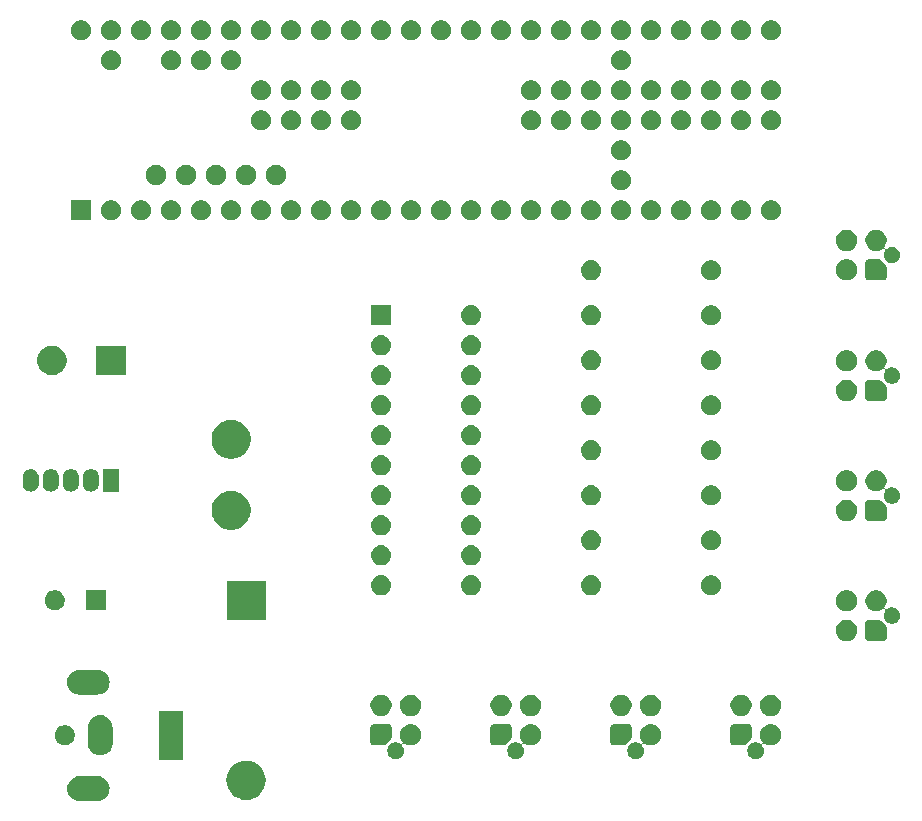
<source format=gbr>
G04 #@! TF.GenerationSoftware,KiCad,Pcbnew,(5.1.2-1)-1*
G04 #@! TF.CreationDate,2019-06-05T23:38:11-07:00*
G04 #@! TF.ProjectId,nowhere,6e6f7768-6572-4652-9e6b-696361645f70,rev?*
G04 #@! TF.SameCoordinates,Original*
G04 #@! TF.FileFunction,Soldermask,Top*
G04 #@! TF.FilePolarity,Negative*
%FSLAX46Y46*%
G04 Gerber Fmt 4.6, Leading zero omitted, Abs format (unit mm)*
G04 Created by KiCad (PCBNEW (5.1.2-1)-1) date 2019-06-05 23:38:11*
%MOMM*%
%LPD*%
G04 APERTURE LIST*
%ADD10C,0.100000*%
G04 APERTURE END LIST*
D10*
G36*
X72593097Y-79654069D02*
G01*
X72696032Y-79664207D01*
X72894146Y-79724305D01*
X72894149Y-79724306D01*
X72990975Y-79776061D01*
X73076729Y-79821897D01*
X73236765Y-79953235D01*
X73368103Y-80113271D01*
X73413939Y-80199025D01*
X73465694Y-80295851D01*
X73465695Y-80295854D01*
X73525793Y-80493968D01*
X73546085Y-80700000D01*
X73525793Y-80906032D01*
X73518011Y-80931684D01*
X73465694Y-81104149D01*
X73423504Y-81183081D01*
X73368103Y-81286729D01*
X73236765Y-81446765D01*
X73076729Y-81578103D01*
X72990975Y-81623939D01*
X72894149Y-81675694D01*
X72894146Y-81675695D01*
X72696032Y-81735793D01*
X72593097Y-81745931D01*
X72541631Y-81751000D01*
X70938369Y-81751000D01*
X70886903Y-81745931D01*
X70783968Y-81735793D01*
X70585854Y-81675695D01*
X70585851Y-81675694D01*
X70489025Y-81623939D01*
X70403271Y-81578103D01*
X70243235Y-81446765D01*
X70111897Y-81286729D01*
X70056496Y-81183081D01*
X70014306Y-81104149D01*
X69961989Y-80931684D01*
X69954207Y-80906032D01*
X69933915Y-80700000D01*
X69954207Y-80493968D01*
X70014305Y-80295854D01*
X70014306Y-80295851D01*
X70066061Y-80199025D01*
X70111897Y-80113271D01*
X70243235Y-79953235D01*
X70403271Y-79821897D01*
X70489025Y-79776061D01*
X70585851Y-79724306D01*
X70585854Y-79724305D01*
X70783968Y-79664207D01*
X70886903Y-79654069D01*
X70938369Y-79649000D01*
X72541631Y-79649000D01*
X72593097Y-79654069D01*
X72593097Y-79654069D01*
G37*
G36*
X85413651Y-78382888D02*
G01*
X85724870Y-78477296D01*
X86011680Y-78630599D01*
X86011683Y-78630601D01*
X86011684Y-78630602D01*
X86263082Y-78836918D01*
X86469398Y-79088316D01*
X86469401Y-79088320D01*
X86622704Y-79375130D01*
X86717112Y-79686349D01*
X86748988Y-80010000D01*
X86717112Y-80333651D01*
X86622704Y-80644870D01*
X86469401Y-80931680D01*
X86469399Y-80931683D01*
X86469398Y-80931684D01*
X86263082Y-81183082D01*
X86011684Y-81389398D01*
X86011680Y-81389401D01*
X85724870Y-81542704D01*
X85413651Y-81637112D01*
X85171107Y-81661000D01*
X85008893Y-81661000D01*
X84766349Y-81637112D01*
X84455130Y-81542704D01*
X84168320Y-81389401D01*
X84168316Y-81389398D01*
X83916918Y-81183082D01*
X83710602Y-80931684D01*
X83710601Y-80931683D01*
X83710599Y-80931680D01*
X83557296Y-80644870D01*
X83462888Y-80333651D01*
X83431012Y-80010000D01*
X83462888Y-79686349D01*
X83557296Y-79375130D01*
X83710599Y-79088320D01*
X83710602Y-79088316D01*
X83916918Y-78836918D01*
X84168316Y-78630602D01*
X84168317Y-78630601D01*
X84168320Y-78630599D01*
X84455130Y-78477296D01*
X84766349Y-78382888D01*
X85008893Y-78359000D01*
X85171107Y-78359000D01*
X85413651Y-78382888D01*
X85413651Y-78382888D01*
G37*
G36*
X79791000Y-78251000D02*
G01*
X77689000Y-78251000D01*
X77689000Y-74149000D01*
X79791000Y-74149000D01*
X79791000Y-78251000D01*
X79791000Y-78251000D01*
G37*
G36*
X129606845Y-75262601D02*
G01*
X129762812Y-75293624D01*
X129926784Y-75361544D01*
X130074354Y-75460147D01*
X130199853Y-75585646D01*
X130298456Y-75733216D01*
X130366376Y-75897188D01*
X130401000Y-76071259D01*
X130401000Y-76248741D01*
X130366376Y-76422812D01*
X130298456Y-76586784D01*
X130199853Y-76734354D01*
X130074354Y-76859853D01*
X129926784Y-76958456D01*
X129762812Y-77026376D01*
X129613722Y-77056031D01*
X129588742Y-77061000D01*
X129411258Y-77061000D01*
X129386278Y-77056031D01*
X129237188Y-77026376D01*
X129073216Y-76958456D01*
X128977915Y-76894778D01*
X128956305Y-76883227D01*
X128932856Y-76876114D01*
X128908470Y-76873712D01*
X128884083Y-76876114D01*
X128860635Y-76883227D01*
X128839024Y-76894778D01*
X128820082Y-76910324D01*
X128804537Y-76929266D01*
X128792986Y-76950876D01*
X128785873Y-76974325D01*
X128783471Y-76998711D01*
X128785873Y-77023098D01*
X128792986Y-77046546D01*
X128804537Y-77068157D01*
X128871219Y-77167954D01*
X128924062Y-77295527D01*
X128951000Y-77430956D01*
X128951000Y-77569044D01*
X128924062Y-77704473D01*
X128871218Y-77832049D01*
X128794505Y-77946859D01*
X128696859Y-78044505D01*
X128582049Y-78121218D01*
X128454473Y-78174062D01*
X128319044Y-78201000D01*
X128180956Y-78201000D01*
X128045527Y-78174062D01*
X127917951Y-78121218D01*
X127803141Y-78044505D01*
X127705495Y-77946859D01*
X127628782Y-77832049D01*
X127575938Y-77704473D01*
X127549000Y-77569044D01*
X127549000Y-77430956D01*
X127575938Y-77295527D01*
X127628782Y-77167951D01*
X127705495Y-77053141D01*
X127803141Y-76955495D01*
X127917951Y-76878782D01*
X128045527Y-76825938D01*
X128180956Y-76799000D01*
X128319044Y-76799000D01*
X128454473Y-76825938D01*
X128539155Y-76861015D01*
X128582048Y-76878782D01*
X128616244Y-76901631D01*
X128627894Y-76909415D01*
X128649505Y-76920965D01*
X128672954Y-76928078D01*
X128697340Y-76930480D01*
X128721726Y-76928078D01*
X128745175Y-76920965D01*
X128766786Y-76909413D01*
X128785728Y-76893868D01*
X128801273Y-76874926D01*
X128812823Y-76853315D01*
X128819936Y-76829866D01*
X128822338Y-76805480D01*
X128819936Y-76781094D01*
X128812823Y-76757645D01*
X128801272Y-76736035D01*
X128800152Y-76734359D01*
X128800147Y-76734354D01*
X128701544Y-76586784D01*
X128633624Y-76422812D01*
X128599000Y-76248741D01*
X128599000Y-76071259D01*
X128633624Y-75897188D01*
X128701544Y-75733216D01*
X128800147Y-75585646D01*
X128925646Y-75460147D01*
X129073216Y-75361544D01*
X129237188Y-75293624D01*
X129393155Y-75262601D01*
X129411258Y-75259000D01*
X129588742Y-75259000D01*
X129606845Y-75262601D01*
X129606845Y-75262601D01*
G37*
G36*
X119446845Y-75262601D02*
G01*
X119602812Y-75293624D01*
X119766784Y-75361544D01*
X119914354Y-75460147D01*
X120039853Y-75585646D01*
X120138456Y-75733216D01*
X120206376Y-75897188D01*
X120241000Y-76071259D01*
X120241000Y-76248741D01*
X120206376Y-76422812D01*
X120138456Y-76586784D01*
X120039853Y-76734354D01*
X119914354Y-76859853D01*
X119766784Y-76958456D01*
X119602812Y-77026376D01*
X119453722Y-77056031D01*
X119428742Y-77061000D01*
X119251258Y-77061000D01*
X119226278Y-77056031D01*
X119077188Y-77026376D01*
X118913216Y-76958456D01*
X118817915Y-76894778D01*
X118796305Y-76883227D01*
X118772856Y-76876114D01*
X118748470Y-76873712D01*
X118724083Y-76876114D01*
X118700635Y-76883227D01*
X118679024Y-76894778D01*
X118660082Y-76910324D01*
X118644537Y-76929266D01*
X118632986Y-76950876D01*
X118625873Y-76974325D01*
X118623471Y-76998711D01*
X118625873Y-77023098D01*
X118632986Y-77046546D01*
X118644537Y-77068157D01*
X118711219Y-77167954D01*
X118764062Y-77295527D01*
X118791000Y-77430956D01*
X118791000Y-77569044D01*
X118764062Y-77704473D01*
X118711218Y-77832049D01*
X118634505Y-77946859D01*
X118536859Y-78044505D01*
X118422049Y-78121218D01*
X118294473Y-78174062D01*
X118159044Y-78201000D01*
X118020956Y-78201000D01*
X117885527Y-78174062D01*
X117757951Y-78121218D01*
X117643141Y-78044505D01*
X117545495Y-77946859D01*
X117468782Y-77832049D01*
X117415938Y-77704473D01*
X117389000Y-77569044D01*
X117389000Y-77430956D01*
X117415938Y-77295527D01*
X117468782Y-77167951D01*
X117545495Y-77053141D01*
X117643141Y-76955495D01*
X117757951Y-76878782D01*
X117885527Y-76825938D01*
X118020956Y-76799000D01*
X118159044Y-76799000D01*
X118294473Y-76825938D01*
X118379155Y-76861015D01*
X118422048Y-76878782D01*
X118456244Y-76901631D01*
X118467894Y-76909415D01*
X118489505Y-76920965D01*
X118512954Y-76928078D01*
X118537340Y-76930480D01*
X118561726Y-76928078D01*
X118585175Y-76920965D01*
X118606786Y-76909413D01*
X118625728Y-76893868D01*
X118641273Y-76874926D01*
X118652823Y-76853315D01*
X118659936Y-76829866D01*
X118662338Y-76805480D01*
X118659936Y-76781094D01*
X118652823Y-76757645D01*
X118641272Y-76736035D01*
X118640152Y-76734359D01*
X118640147Y-76734354D01*
X118541544Y-76586784D01*
X118473624Y-76422812D01*
X118439000Y-76248741D01*
X118439000Y-76071259D01*
X118473624Y-75897188D01*
X118541544Y-75733216D01*
X118640147Y-75585646D01*
X118765646Y-75460147D01*
X118913216Y-75361544D01*
X119077188Y-75293624D01*
X119233155Y-75262601D01*
X119251258Y-75259000D01*
X119428742Y-75259000D01*
X119446845Y-75262601D01*
X119446845Y-75262601D01*
G37*
G36*
X109286845Y-75262601D02*
G01*
X109442812Y-75293624D01*
X109606784Y-75361544D01*
X109754354Y-75460147D01*
X109879853Y-75585646D01*
X109978456Y-75733216D01*
X110046376Y-75897188D01*
X110081000Y-76071259D01*
X110081000Y-76248741D01*
X110046376Y-76422812D01*
X109978456Y-76586784D01*
X109879853Y-76734354D01*
X109754354Y-76859853D01*
X109606784Y-76958456D01*
X109442812Y-77026376D01*
X109293722Y-77056031D01*
X109268742Y-77061000D01*
X109091258Y-77061000D01*
X109066278Y-77056031D01*
X108917188Y-77026376D01*
X108753216Y-76958456D01*
X108657915Y-76894778D01*
X108636305Y-76883227D01*
X108612856Y-76876114D01*
X108588470Y-76873712D01*
X108564083Y-76876114D01*
X108540635Y-76883227D01*
X108519024Y-76894778D01*
X108500082Y-76910324D01*
X108484537Y-76929266D01*
X108472986Y-76950876D01*
X108465873Y-76974325D01*
X108463471Y-76998711D01*
X108465873Y-77023098D01*
X108472986Y-77046546D01*
X108484537Y-77068157D01*
X108551219Y-77167954D01*
X108604062Y-77295527D01*
X108631000Y-77430956D01*
X108631000Y-77569044D01*
X108604062Y-77704473D01*
X108551218Y-77832049D01*
X108474505Y-77946859D01*
X108376859Y-78044505D01*
X108262049Y-78121218D01*
X108134473Y-78174062D01*
X107999044Y-78201000D01*
X107860956Y-78201000D01*
X107725527Y-78174062D01*
X107597951Y-78121218D01*
X107483141Y-78044505D01*
X107385495Y-77946859D01*
X107308782Y-77832049D01*
X107255938Y-77704473D01*
X107229000Y-77569044D01*
X107229000Y-77430956D01*
X107255938Y-77295527D01*
X107308782Y-77167951D01*
X107385495Y-77053141D01*
X107483141Y-76955495D01*
X107597951Y-76878782D01*
X107725527Y-76825938D01*
X107860956Y-76799000D01*
X107999044Y-76799000D01*
X108134473Y-76825938D01*
X108219155Y-76861015D01*
X108262048Y-76878782D01*
X108296244Y-76901631D01*
X108307894Y-76909415D01*
X108329505Y-76920965D01*
X108352954Y-76928078D01*
X108377340Y-76930480D01*
X108401726Y-76928078D01*
X108425175Y-76920965D01*
X108446786Y-76909413D01*
X108465728Y-76893868D01*
X108481273Y-76874926D01*
X108492823Y-76853315D01*
X108499936Y-76829866D01*
X108502338Y-76805480D01*
X108499936Y-76781094D01*
X108492823Y-76757645D01*
X108481272Y-76736035D01*
X108480152Y-76734359D01*
X108480147Y-76734354D01*
X108381544Y-76586784D01*
X108313624Y-76422812D01*
X108279000Y-76248741D01*
X108279000Y-76071259D01*
X108313624Y-75897188D01*
X108381544Y-75733216D01*
X108480147Y-75585646D01*
X108605646Y-75460147D01*
X108753216Y-75361544D01*
X108917188Y-75293624D01*
X109073155Y-75262601D01*
X109091258Y-75259000D01*
X109268742Y-75259000D01*
X109286845Y-75262601D01*
X109286845Y-75262601D01*
G37*
G36*
X99126845Y-75262601D02*
G01*
X99282812Y-75293624D01*
X99446784Y-75361544D01*
X99594354Y-75460147D01*
X99719853Y-75585646D01*
X99818456Y-75733216D01*
X99886376Y-75897188D01*
X99921000Y-76071259D01*
X99921000Y-76248741D01*
X99886376Y-76422812D01*
X99818456Y-76586784D01*
X99719853Y-76734354D01*
X99594354Y-76859853D01*
X99446784Y-76958456D01*
X99282812Y-77026376D01*
X99133722Y-77056031D01*
X99108742Y-77061000D01*
X98931258Y-77061000D01*
X98906278Y-77056031D01*
X98757188Y-77026376D01*
X98593216Y-76958456D01*
X98497915Y-76894778D01*
X98476305Y-76883227D01*
X98452856Y-76876114D01*
X98428470Y-76873712D01*
X98404083Y-76876114D01*
X98380635Y-76883227D01*
X98359024Y-76894778D01*
X98340082Y-76910324D01*
X98324537Y-76929266D01*
X98312986Y-76950876D01*
X98305873Y-76974325D01*
X98303471Y-76998711D01*
X98305873Y-77023098D01*
X98312986Y-77046546D01*
X98324537Y-77068157D01*
X98391219Y-77167954D01*
X98444062Y-77295527D01*
X98471000Y-77430956D01*
X98471000Y-77569044D01*
X98444062Y-77704473D01*
X98391218Y-77832049D01*
X98314505Y-77946859D01*
X98216859Y-78044505D01*
X98102049Y-78121218D01*
X97974473Y-78174062D01*
X97839044Y-78201000D01*
X97700956Y-78201000D01*
X97565527Y-78174062D01*
X97437951Y-78121218D01*
X97323141Y-78044505D01*
X97225495Y-77946859D01*
X97148782Y-77832049D01*
X97095938Y-77704473D01*
X97069000Y-77569044D01*
X97069000Y-77430956D01*
X97095938Y-77295527D01*
X97148782Y-77167951D01*
X97225495Y-77053141D01*
X97323141Y-76955495D01*
X97437951Y-76878782D01*
X97565527Y-76825938D01*
X97700956Y-76799000D01*
X97839044Y-76799000D01*
X97974473Y-76825938D01*
X98059155Y-76861015D01*
X98102048Y-76878782D01*
X98136244Y-76901631D01*
X98147894Y-76909415D01*
X98169505Y-76920965D01*
X98192954Y-76928078D01*
X98217340Y-76930480D01*
X98241726Y-76928078D01*
X98265175Y-76920965D01*
X98286786Y-76909413D01*
X98305728Y-76893868D01*
X98321273Y-76874926D01*
X98332823Y-76853315D01*
X98339936Y-76829866D01*
X98342338Y-76805480D01*
X98339936Y-76781094D01*
X98332823Y-76757645D01*
X98321272Y-76736035D01*
X98320152Y-76734359D01*
X98320147Y-76734354D01*
X98221544Y-76586784D01*
X98153624Y-76422812D01*
X98119000Y-76248741D01*
X98119000Y-76071259D01*
X98153624Y-75897188D01*
X98221544Y-75733216D01*
X98320147Y-75585646D01*
X98445646Y-75460147D01*
X98593216Y-75361544D01*
X98757188Y-75293624D01*
X98913155Y-75262601D01*
X98931258Y-75259000D01*
X99108742Y-75259000D01*
X99126845Y-75262601D01*
X99126845Y-75262601D01*
G37*
G36*
X72946032Y-74514207D02*
G01*
X73144146Y-74574305D01*
X73144149Y-74574306D01*
X73240975Y-74626061D01*
X73326729Y-74671897D01*
X73486765Y-74803235D01*
X73618103Y-74963271D01*
X73663939Y-75049025D01*
X73715694Y-75145851D01*
X73715695Y-75145854D01*
X73775793Y-75343968D01*
X73779510Y-75381705D01*
X73791000Y-75498369D01*
X73791000Y-76901631D01*
X73790233Y-76909415D01*
X73775793Y-77056032D01*
X73741842Y-77167951D01*
X73715694Y-77254149D01*
X73693577Y-77295526D01*
X73618103Y-77436729D01*
X73486765Y-77596765D01*
X73326729Y-77728103D01*
X73210030Y-77790479D01*
X73144148Y-77825694D01*
X73144145Y-77825695D01*
X72946031Y-77885793D01*
X72740000Y-77906085D01*
X72533968Y-77885793D01*
X72335854Y-77825695D01*
X72335851Y-77825694D01*
X72239025Y-77773939D01*
X72153271Y-77728103D01*
X71993235Y-77596765D01*
X71861897Y-77436729D01*
X71764307Y-77254149D01*
X71764306Y-77254148D01*
X71738159Y-77167954D01*
X71704207Y-77056031D01*
X71691932Y-76931403D01*
X71689000Y-76901630D01*
X71689000Y-75498369D01*
X71704207Y-75343970D01*
X71764305Y-75145853D01*
X71839184Y-75005766D01*
X71861898Y-74963271D01*
X71993236Y-74803235D01*
X72153272Y-74671897D01*
X72239026Y-74626061D01*
X72335852Y-74574306D01*
X72335855Y-74574305D01*
X72533969Y-74514207D01*
X72740000Y-74493915D01*
X72946032Y-74514207D01*
X72946032Y-74514207D01*
G37*
G36*
X117448129Y-75258698D02*
G01*
X117487749Y-75262601D01*
X117509697Y-75266966D01*
X117544846Y-75277628D01*
X117556141Y-75282306D01*
X117559829Y-75283834D01*
X117559832Y-75283835D01*
X117565528Y-75286195D01*
X117597923Y-75303511D01*
X117616534Y-75315946D01*
X117644920Y-75339241D01*
X117660759Y-75355080D01*
X117684054Y-75383466D01*
X117696489Y-75402077D01*
X117713805Y-75434472D01*
X117722372Y-75455154D01*
X117733034Y-75490303D01*
X117737399Y-75512251D01*
X117741302Y-75551871D01*
X117741852Y-75563064D01*
X117741852Y-76356936D01*
X117741302Y-76368129D01*
X117737399Y-76407749D01*
X117733034Y-76429697D01*
X117722372Y-76464846D01*
X117713805Y-76485528D01*
X117696489Y-76517923D01*
X117684054Y-76536534D01*
X117658804Y-76567302D01*
X117651280Y-76575604D01*
X117255604Y-76971280D01*
X117247302Y-76978804D01*
X117216534Y-77004054D01*
X117197923Y-77016489D01*
X117165528Y-77033805D01*
X117159832Y-77036165D01*
X117159829Y-77036166D01*
X117156141Y-77037694D01*
X117144846Y-77042372D01*
X117109697Y-77053034D01*
X117087749Y-77057399D01*
X117048129Y-77061302D01*
X117036936Y-77061852D01*
X116243064Y-77061852D01*
X116231871Y-77061302D01*
X116192251Y-77057399D01*
X116170303Y-77053034D01*
X116135154Y-77042372D01*
X116123859Y-77037694D01*
X116120171Y-77036166D01*
X116120168Y-77036165D01*
X116114472Y-77033805D01*
X116082077Y-77016489D01*
X116063466Y-77004054D01*
X116035080Y-76980759D01*
X116019241Y-76964920D01*
X115995946Y-76936534D01*
X115983511Y-76917923D01*
X115966195Y-76885528D01*
X115963401Y-76878782D01*
X115961301Y-76873712D01*
X115957628Y-76864846D01*
X115946966Y-76829697D01*
X115942601Y-76807749D01*
X115938698Y-76768129D01*
X115938148Y-76756936D01*
X115938148Y-75563064D01*
X115938698Y-75551871D01*
X115942601Y-75512251D01*
X115946966Y-75490303D01*
X115957628Y-75455154D01*
X115966195Y-75434472D01*
X115983511Y-75402077D01*
X115995946Y-75383466D01*
X116019241Y-75355080D01*
X116035080Y-75339241D01*
X116063466Y-75315946D01*
X116082077Y-75303511D01*
X116114472Y-75286195D01*
X116120168Y-75283835D01*
X116120171Y-75283834D01*
X116123859Y-75282306D01*
X116135154Y-75277628D01*
X116170303Y-75266966D01*
X116192251Y-75262601D01*
X116231871Y-75258698D01*
X116243064Y-75258148D01*
X117436936Y-75258148D01*
X117448129Y-75258698D01*
X117448129Y-75258698D01*
G37*
G36*
X107288129Y-75258698D02*
G01*
X107327749Y-75262601D01*
X107349697Y-75266966D01*
X107384846Y-75277628D01*
X107396141Y-75282306D01*
X107399829Y-75283834D01*
X107399832Y-75283835D01*
X107405528Y-75286195D01*
X107437923Y-75303511D01*
X107456534Y-75315946D01*
X107484920Y-75339241D01*
X107500759Y-75355080D01*
X107524054Y-75383466D01*
X107536489Y-75402077D01*
X107553805Y-75434472D01*
X107562372Y-75455154D01*
X107573034Y-75490303D01*
X107577399Y-75512251D01*
X107581302Y-75551871D01*
X107581852Y-75563064D01*
X107581852Y-76356936D01*
X107581302Y-76368129D01*
X107577399Y-76407749D01*
X107573034Y-76429697D01*
X107562372Y-76464846D01*
X107553805Y-76485528D01*
X107536489Y-76517923D01*
X107524054Y-76536534D01*
X107498804Y-76567302D01*
X107491280Y-76575604D01*
X107095604Y-76971280D01*
X107087302Y-76978804D01*
X107056534Y-77004054D01*
X107037923Y-77016489D01*
X107005528Y-77033805D01*
X106999832Y-77036165D01*
X106999829Y-77036166D01*
X106996141Y-77037694D01*
X106984846Y-77042372D01*
X106949697Y-77053034D01*
X106927749Y-77057399D01*
X106888129Y-77061302D01*
X106876936Y-77061852D01*
X106083064Y-77061852D01*
X106071871Y-77061302D01*
X106032251Y-77057399D01*
X106010303Y-77053034D01*
X105975154Y-77042372D01*
X105963859Y-77037694D01*
X105960171Y-77036166D01*
X105960168Y-77036165D01*
X105954472Y-77033805D01*
X105922077Y-77016489D01*
X105903466Y-77004054D01*
X105875080Y-76980759D01*
X105859241Y-76964920D01*
X105835946Y-76936534D01*
X105823511Y-76917923D01*
X105806195Y-76885528D01*
X105803401Y-76878782D01*
X105801301Y-76873712D01*
X105797628Y-76864846D01*
X105786966Y-76829697D01*
X105782601Y-76807749D01*
X105778698Y-76768129D01*
X105778148Y-76756936D01*
X105778148Y-75563064D01*
X105778698Y-75551871D01*
X105782601Y-75512251D01*
X105786966Y-75490303D01*
X105797628Y-75455154D01*
X105806195Y-75434472D01*
X105823511Y-75402077D01*
X105835946Y-75383466D01*
X105859241Y-75355080D01*
X105875080Y-75339241D01*
X105903466Y-75315946D01*
X105922077Y-75303511D01*
X105954472Y-75286195D01*
X105960168Y-75283835D01*
X105960171Y-75283834D01*
X105963859Y-75282306D01*
X105975154Y-75277628D01*
X106010303Y-75266966D01*
X106032251Y-75262601D01*
X106071871Y-75258698D01*
X106083064Y-75258148D01*
X107276936Y-75258148D01*
X107288129Y-75258698D01*
X107288129Y-75258698D01*
G37*
G36*
X97128129Y-75258698D02*
G01*
X97167749Y-75262601D01*
X97189697Y-75266966D01*
X97224846Y-75277628D01*
X97236141Y-75282306D01*
X97239829Y-75283834D01*
X97239832Y-75283835D01*
X97245528Y-75286195D01*
X97277923Y-75303511D01*
X97296534Y-75315946D01*
X97324920Y-75339241D01*
X97340759Y-75355080D01*
X97364054Y-75383466D01*
X97376489Y-75402077D01*
X97393805Y-75434472D01*
X97402372Y-75455154D01*
X97413034Y-75490303D01*
X97417399Y-75512251D01*
X97421302Y-75551871D01*
X97421852Y-75563064D01*
X97421852Y-76356936D01*
X97421302Y-76368129D01*
X97417399Y-76407749D01*
X97413034Y-76429697D01*
X97402372Y-76464846D01*
X97393805Y-76485528D01*
X97376489Y-76517923D01*
X97364054Y-76536534D01*
X97338804Y-76567302D01*
X97331280Y-76575604D01*
X96935604Y-76971280D01*
X96927302Y-76978804D01*
X96896534Y-77004054D01*
X96877923Y-77016489D01*
X96845528Y-77033805D01*
X96839832Y-77036165D01*
X96839829Y-77036166D01*
X96836141Y-77037694D01*
X96824846Y-77042372D01*
X96789697Y-77053034D01*
X96767749Y-77057399D01*
X96728129Y-77061302D01*
X96716936Y-77061852D01*
X95923064Y-77061852D01*
X95911871Y-77061302D01*
X95872251Y-77057399D01*
X95850303Y-77053034D01*
X95815154Y-77042372D01*
X95803859Y-77037694D01*
X95800171Y-77036166D01*
X95800168Y-77036165D01*
X95794472Y-77033805D01*
X95762077Y-77016489D01*
X95743466Y-77004054D01*
X95715080Y-76980759D01*
X95699241Y-76964920D01*
X95675946Y-76936534D01*
X95663511Y-76917923D01*
X95646195Y-76885528D01*
X95643401Y-76878782D01*
X95641301Y-76873712D01*
X95637628Y-76864846D01*
X95626966Y-76829697D01*
X95622601Y-76807749D01*
X95618698Y-76768129D01*
X95618148Y-76756936D01*
X95618148Y-75563064D01*
X95618698Y-75551871D01*
X95622601Y-75512251D01*
X95626966Y-75490303D01*
X95637628Y-75455154D01*
X95646195Y-75434472D01*
X95663511Y-75402077D01*
X95675946Y-75383466D01*
X95699241Y-75355080D01*
X95715080Y-75339241D01*
X95743466Y-75315946D01*
X95762077Y-75303511D01*
X95794472Y-75286195D01*
X95800168Y-75283835D01*
X95800171Y-75283834D01*
X95803859Y-75282306D01*
X95815154Y-75277628D01*
X95850303Y-75266966D01*
X95872251Y-75262601D01*
X95911871Y-75258698D01*
X95923064Y-75258148D01*
X97116936Y-75258148D01*
X97128129Y-75258698D01*
X97128129Y-75258698D01*
G37*
G36*
X127608129Y-75258698D02*
G01*
X127647749Y-75262601D01*
X127669697Y-75266966D01*
X127704846Y-75277628D01*
X127716141Y-75282306D01*
X127719829Y-75283834D01*
X127719832Y-75283835D01*
X127725528Y-75286195D01*
X127757923Y-75303511D01*
X127776534Y-75315946D01*
X127804920Y-75339241D01*
X127820759Y-75355080D01*
X127844054Y-75383466D01*
X127856489Y-75402077D01*
X127873805Y-75434472D01*
X127882372Y-75455154D01*
X127893034Y-75490303D01*
X127897399Y-75512251D01*
X127901302Y-75551871D01*
X127901852Y-75563064D01*
X127901852Y-76356936D01*
X127901302Y-76368129D01*
X127897399Y-76407749D01*
X127893034Y-76429697D01*
X127882372Y-76464846D01*
X127873805Y-76485528D01*
X127856489Y-76517923D01*
X127844054Y-76536534D01*
X127818804Y-76567302D01*
X127811280Y-76575604D01*
X127415604Y-76971280D01*
X127407302Y-76978804D01*
X127376534Y-77004054D01*
X127357923Y-77016489D01*
X127325528Y-77033805D01*
X127319832Y-77036165D01*
X127319829Y-77036166D01*
X127316141Y-77037694D01*
X127304846Y-77042372D01*
X127269697Y-77053034D01*
X127247749Y-77057399D01*
X127208129Y-77061302D01*
X127196936Y-77061852D01*
X126403064Y-77061852D01*
X126391871Y-77061302D01*
X126352251Y-77057399D01*
X126330303Y-77053034D01*
X126295154Y-77042372D01*
X126283859Y-77037694D01*
X126280171Y-77036166D01*
X126280168Y-77036165D01*
X126274472Y-77033805D01*
X126242077Y-77016489D01*
X126223466Y-77004054D01*
X126195080Y-76980759D01*
X126179241Y-76964920D01*
X126155946Y-76936534D01*
X126143511Y-76917923D01*
X126126195Y-76885528D01*
X126123401Y-76878782D01*
X126121301Y-76873712D01*
X126117628Y-76864846D01*
X126106966Y-76829697D01*
X126102601Y-76807749D01*
X126098698Y-76768129D01*
X126098148Y-76756936D01*
X126098148Y-75563064D01*
X126098698Y-75551871D01*
X126102601Y-75512251D01*
X126106966Y-75490303D01*
X126117628Y-75455154D01*
X126126195Y-75434472D01*
X126143511Y-75402077D01*
X126155946Y-75383466D01*
X126179241Y-75355080D01*
X126195080Y-75339241D01*
X126223466Y-75315946D01*
X126242077Y-75303511D01*
X126274472Y-75286195D01*
X126280168Y-75283835D01*
X126280171Y-75283834D01*
X126283859Y-75282306D01*
X126295154Y-75277628D01*
X126330303Y-75266966D01*
X126352251Y-75262601D01*
X126391871Y-75258698D01*
X126403064Y-75258148D01*
X127596936Y-75258148D01*
X127608129Y-75258698D01*
X127608129Y-75258698D01*
G37*
G36*
X69988228Y-75381703D02*
G01*
X70143100Y-75445853D01*
X70282481Y-75538985D01*
X70401015Y-75657519D01*
X70494147Y-75796900D01*
X70558297Y-75951772D01*
X70591000Y-76116184D01*
X70591000Y-76283816D01*
X70558297Y-76448228D01*
X70494147Y-76603100D01*
X70401015Y-76742481D01*
X70282481Y-76861015D01*
X70143100Y-76954147D01*
X69988228Y-77018297D01*
X69823816Y-77051000D01*
X69656184Y-77051000D01*
X69491772Y-77018297D01*
X69336900Y-76954147D01*
X69197519Y-76861015D01*
X69078985Y-76742481D01*
X68985853Y-76603100D01*
X68921703Y-76448228D01*
X68889000Y-76283816D01*
X68889000Y-76116184D01*
X68921703Y-75951772D01*
X68985853Y-75796900D01*
X69078985Y-75657519D01*
X69197519Y-75538985D01*
X69336900Y-75445853D01*
X69491772Y-75381703D01*
X69656184Y-75349000D01*
X69823816Y-75349000D01*
X69988228Y-75381703D01*
X69988228Y-75381703D01*
G37*
G36*
X116953512Y-72763927D02*
G01*
X117102812Y-72793624D01*
X117266784Y-72861544D01*
X117414354Y-72960147D01*
X117539853Y-73085646D01*
X117638456Y-73233216D01*
X117706376Y-73397188D01*
X117741000Y-73571259D01*
X117741000Y-73748741D01*
X117706376Y-73922812D01*
X117638456Y-74086784D01*
X117539853Y-74234354D01*
X117414354Y-74359853D01*
X117266784Y-74458456D01*
X117102812Y-74526376D01*
X116953512Y-74556073D01*
X116928742Y-74561000D01*
X116751258Y-74561000D01*
X116726488Y-74556073D01*
X116577188Y-74526376D01*
X116413216Y-74458456D01*
X116265646Y-74359853D01*
X116140147Y-74234354D01*
X116041544Y-74086784D01*
X115973624Y-73922812D01*
X115939000Y-73748741D01*
X115939000Y-73571259D01*
X115973624Y-73397188D01*
X116041544Y-73233216D01*
X116140147Y-73085646D01*
X116265646Y-72960147D01*
X116413216Y-72861544D01*
X116577188Y-72793624D01*
X116726488Y-72763927D01*
X116751258Y-72759000D01*
X116928742Y-72759000D01*
X116953512Y-72763927D01*
X116953512Y-72763927D01*
G37*
G36*
X129613512Y-72763927D02*
G01*
X129762812Y-72793624D01*
X129926784Y-72861544D01*
X130074354Y-72960147D01*
X130199853Y-73085646D01*
X130298456Y-73233216D01*
X130366376Y-73397188D01*
X130401000Y-73571259D01*
X130401000Y-73748741D01*
X130366376Y-73922812D01*
X130298456Y-74086784D01*
X130199853Y-74234354D01*
X130074354Y-74359853D01*
X129926784Y-74458456D01*
X129762812Y-74526376D01*
X129613512Y-74556073D01*
X129588742Y-74561000D01*
X129411258Y-74561000D01*
X129386488Y-74556073D01*
X129237188Y-74526376D01*
X129073216Y-74458456D01*
X128925646Y-74359853D01*
X128800147Y-74234354D01*
X128701544Y-74086784D01*
X128633624Y-73922812D01*
X128599000Y-73748741D01*
X128599000Y-73571259D01*
X128633624Y-73397188D01*
X128701544Y-73233216D01*
X128800147Y-73085646D01*
X128925646Y-72960147D01*
X129073216Y-72861544D01*
X129237188Y-72793624D01*
X129386488Y-72763927D01*
X129411258Y-72759000D01*
X129588742Y-72759000D01*
X129613512Y-72763927D01*
X129613512Y-72763927D01*
G37*
G36*
X127113512Y-72763927D02*
G01*
X127262812Y-72793624D01*
X127426784Y-72861544D01*
X127574354Y-72960147D01*
X127699853Y-73085646D01*
X127798456Y-73233216D01*
X127866376Y-73397188D01*
X127901000Y-73571259D01*
X127901000Y-73748741D01*
X127866376Y-73922812D01*
X127798456Y-74086784D01*
X127699853Y-74234354D01*
X127574354Y-74359853D01*
X127426784Y-74458456D01*
X127262812Y-74526376D01*
X127113512Y-74556073D01*
X127088742Y-74561000D01*
X126911258Y-74561000D01*
X126886488Y-74556073D01*
X126737188Y-74526376D01*
X126573216Y-74458456D01*
X126425646Y-74359853D01*
X126300147Y-74234354D01*
X126201544Y-74086784D01*
X126133624Y-73922812D01*
X126099000Y-73748741D01*
X126099000Y-73571259D01*
X126133624Y-73397188D01*
X126201544Y-73233216D01*
X126300147Y-73085646D01*
X126425646Y-72960147D01*
X126573216Y-72861544D01*
X126737188Y-72793624D01*
X126886488Y-72763927D01*
X126911258Y-72759000D01*
X127088742Y-72759000D01*
X127113512Y-72763927D01*
X127113512Y-72763927D01*
G37*
G36*
X96633512Y-72763927D02*
G01*
X96782812Y-72793624D01*
X96946784Y-72861544D01*
X97094354Y-72960147D01*
X97219853Y-73085646D01*
X97318456Y-73233216D01*
X97386376Y-73397188D01*
X97421000Y-73571259D01*
X97421000Y-73748741D01*
X97386376Y-73922812D01*
X97318456Y-74086784D01*
X97219853Y-74234354D01*
X97094354Y-74359853D01*
X96946784Y-74458456D01*
X96782812Y-74526376D01*
X96633512Y-74556073D01*
X96608742Y-74561000D01*
X96431258Y-74561000D01*
X96406488Y-74556073D01*
X96257188Y-74526376D01*
X96093216Y-74458456D01*
X95945646Y-74359853D01*
X95820147Y-74234354D01*
X95721544Y-74086784D01*
X95653624Y-73922812D01*
X95619000Y-73748741D01*
X95619000Y-73571259D01*
X95653624Y-73397188D01*
X95721544Y-73233216D01*
X95820147Y-73085646D01*
X95945646Y-72960147D01*
X96093216Y-72861544D01*
X96257188Y-72793624D01*
X96406488Y-72763927D01*
X96431258Y-72759000D01*
X96608742Y-72759000D01*
X96633512Y-72763927D01*
X96633512Y-72763927D01*
G37*
G36*
X99133512Y-72763927D02*
G01*
X99282812Y-72793624D01*
X99446784Y-72861544D01*
X99594354Y-72960147D01*
X99719853Y-73085646D01*
X99818456Y-73233216D01*
X99886376Y-73397188D01*
X99921000Y-73571259D01*
X99921000Y-73748741D01*
X99886376Y-73922812D01*
X99818456Y-74086784D01*
X99719853Y-74234354D01*
X99594354Y-74359853D01*
X99446784Y-74458456D01*
X99282812Y-74526376D01*
X99133512Y-74556073D01*
X99108742Y-74561000D01*
X98931258Y-74561000D01*
X98906488Y-74556073D01*
X98757188Y-74526376D01*
X98593216Y-74458456D01*
X98445646Y-74359853D01*
X98320147Y-74234354D01*
X98221544Y-74086784D01*
X98153624Y-73922812D01*
X98119000Y-73748741D01*
X98119000Y-73571259D01*
X98153624Y-73397188D01*
X98221544Y-73233216D01*
X98320147Y-73085646D01*
X98445646Y-72960147D01*
X98593216Y-72861544D01*
X98757188Y-72793624D01*
X98906488Y-72763927D01*
X98931258Y-72759000D01*
X99108742Y-72759000D01*
X99133512Y-72763927D01*
X99133512Y-72763927D01*
G37*
G36*
X106793512Y-72763927D02*
G01*
X106942812Y-72793624D01*
X107106784Y-72861544D01*
X107254354Y-72960147D01*
X107379853Y-73085646D01*
X107478456Y-73233216D01*
X107546376Y-73397188D01*
X107581000Y-73571259D01*
X107581000Y-73748741D01*
X107546376Y-73922812D01*
X107478456Y-74086784D01*
X107379853Y-74234354D01*
X107254354Y-74359853D01*
X107106784Y-74458456D01*
X106942812Y-74526376D01*
X106793512Y-74556073D01*
X106768742Y-74561000D01*
X106591258Y-74561000D01*
X106566488Y-74556073D01*
X106417188Y-74526376D01*
X106253216Y-74458456D01*
X106105646Y-74359853D01*
X105980147Y-74234354D01*
X105881544Y-74086784D01*
X105813624Y-73922812D01*
X105779000Y-73748741D01*
X105779000Y-73571259D01*
X105813624Y-73397188D01*
X105881544Y-73233216D01*
X105980147Y-73085646D01*
X106105646Y-72960147D01*
X106253216Y-72861544D01*
X106417188Y-72793624D01*
X106566488Y-72763927D01*
X106591258Y-72759000D01*
X106768742Y-72759000D01*
X106793512Y-72763927D01*
X106793512Y-72763927D01*
G37*
G36*
X119453512Y-72763927D02*
G01*
X119602812Y-72793624D01*
X119766784Y-72861544D01*
X119914354Y-72960147D01*
X120039853Y-73085646D01*
X120138456Y-73233216D01*
X120206376Y-73397188D01*
X120241000Y-73571259D01*
X120241000Y-73748741D01*
X120206376Y-73922812D01*
X120138456Y-74086784D01*
X120039853Y-74234354D01*
X119914354Y-74359853D01*
X119766784Y-74458456D01*
X119602812Y-74526376D01*
X119453512Y-74556073D01*
X119428742Y-74561000D01*
X119251258Y-74561000D01*
X119226488Y-74556073D01*
X119077188Y-74526376D01*
X118913216Y-74458456D01*
X118765646Y-74359853D01*
X118640147Y-74234354D01*
X118541544Y-74086784D01*
X118473624Y-73922812D01*
X118439000Y-73748741D01*
X118439000Y-73571259D01*
X118473624Y-73397188D01*
X118541544Y-73233216D01*
X118640147Y-73085646D01*
X118765646Y-72960147D01*
X118913216Y-72861544D01*
X119077188Y-72793624D01*
X119226488Y-72763927D01*
X119251258Y-72759000D01*
X119428742Y-72759000D01*
X119453512Y-72763927D01*
X119453512Y-72763927D01*
G37*
G36*
X109293512Y-72763927D02*
G01*
X109442812Y-72793624D01*
X109606784Y-72861544D01*
X109754354Y-72960147D01*
X109879853Y-73085646D01*
X109978456Y-73233216D01*
X110046376Y-73397188D01*
X110081000Y-73571259D01*
X110081000Y-73748741D01*
X110046376Y-73922812D01*
X109978456Y-74086784D01*
X109879853Y-74234354D01*
X109754354Y-74359853D01*
X109606784Y-74458456D01*
X109442812Y-74526376D01*
X109293512Y-74556073D01*
X109268742Y-74561000D01*
X109091258Y-74561000D01*
X109066488Y-74556073D01*
X108917188Y-74526376D01*
X108753216Y-74458456D01*
X108605646Y-74359853D01*
X108480147Y-74234354D01*
X108381544Y-74086784D01*
X108313624Y-73922812D01*
X108279000Y-73748741D01*
X108279000Y-73571259D01*
X108313624Y-73397188D01*
X108381544Y-73233216D01*
X108480147Y-73085646D01*
X108605646Y-72960147D01*
X108753216Y-72861544D01*
X108917188Y-72793624D01*
X109066488Y-72763927D01*
X109091258Y-72759000D01*
X109268742Y-72759000D01*
X109293512Y-72763927D01*
X109293512Y-72763927D01*
G37*
G36*
X72593097Y-70654069D02*
G01*
X72696032Y-70664207D01*
X72894146Y-70724305D01*
X72894149Y-70724306D01*
X72990975Y-70776061D01*
X73076729Y-70821897D01*
X73236765Y-70953235D01*
X73368103Y-71113271D01*
X73413939Y-71199025D01*
X73465694Y-71295851D01*
X73465695Y-71295854D01*
X73525793Y-71493968D01*
X73546085Y-71700000D01*
X73525793Y-71906032D01*
X73465695Y-72104146D01*
X73465694Y-72104149D01*
X73413939Y-72200975D01*
X73368103Y-72286729D01*
X73236765Y-72446765D01*
X73076729Y-72578103D01*
X72990975Y-72623939D01*
X72894149Y-72675694D01*
X72894146Y-72675695D01*
X72696032Y-72735793D01*
X72593097Y-72745931D01*
X72541631Y-72751000D01*
X70938369Y-72751000D01*
X70886903Y-72745931D01*
X70783968Y-72735793D01*
X70585854Y-72675695D01*
X70585851Y-72675694D01*
X70489025Y-72623939D01*
X70403271Y-72578103D01*
X70243235Y-72446765D01*
X70111897Y-72286729D01*
X70066061Y-72200975D01*
X70014306Y-72104149D01*
X70014305Y-72104146D01*
X69954207Y-71906032D01*
X69933915Y-71700000D01*
X69954207Y-71493968D01*
X70014305Y-71295854D01*
X70014306Y-71295851D01*
X70066061Y-71199025D01*
X70111897Y-71113271D01*
X70243235Y-70953235D01*
X70403271Y-70821897D01*
X70489025Y-70776061D01*
X70585851Y-70724306D01*
X70585854Y-70724305D01*
X70783968Y-70664207D01*
X70886903Y-70654069D01*
X70938369Y-70649000D01*
X72541631Y-70649000D01*
X72593097Y-70654069D01*
X72593097Y-70654069D01*
G37*
G36*
X138638129Y-66408698D02*
G01*
X138677749Y-66412601D01*
X138699697Y-66416966D01*
X138734846Y-66427628D01*
X138746141Y-66432306D01*
X138749829Y-66433834D01*
X138749832Y-66433835D01*
X138755528Y-66436195D01*
X138787923Y-66453511D01*
X138806534Y-66465946D01*
X138837302Y-66491196D01*
X138845604Y-66498720D01*
X139241280Y-66894396D01*
X139248804Y-66902698D01*
X139274054Y-66933466D01*
X139286489Y-66952077D01*
X139303805Y-66984472D01*
X139312372Y-67005154D01*
X139323034Y-67040303D01*
X139327399Y-67062251D01*
X139331302Y-67101871D01*
X139331852Y-67113064D01*
X139331852Y-67906936D01*
X139331302Y-67918129D01*
X139327399Y-67957749D01*
X139323034Y-67979697D01*
X139312372Y-68014846D01*
X139303805Y-68035528D01*
X139286489Y-68067923D01*
X139274054Y-68086534D01*
X139250759Y-68114920D01*
X139234920Y-68130759D01*
X139206534Y-68154054D01*
X139187923Y-68166489D01*
X139155528Y-68183805D01*
X139149832Y-68186165D01*
X139149829Y-68186166D01*
X139146141Y-68187694D01*
X139134846Y-68192372D01*
X139099697Y-68203034D01*
X139077749Y-68207399D01*
X139038129Y-68211302D01*
X139026936Y-68211852D01*
X137833064Y-68211852D01*
X137821871Y-68211302D01*
X137782251Y-68207399D01*
X137760303Y-68203034D01*
X137725154Y-68192372D01*
X137713859Y-68187694D01*
X137710171Y-68186166D01*
X137710168Y-68186165D01*
X137704472Y-68183805D01*
X137672077Y-68166489D01*
X137653466Y-68154054D01*
X137625080Y-68130759D01*
X137609241Y-68114920D01*
X137585946Y-68086534D01*
X137573511Y-68067923D01*
X137556195Y-68035528D01*
X137547628Y-68014846D01*
X137536966Y-67979697D01*
X137532601Y-67957749D01*
X137528698Y-67918129D01*
X137528148Y-67906936D01*
X137528148Y-66713064D01*
X137528698Y-66701871D01*
X137532601Y-66662251D01*
X137536966Y-66640303D01*
X137547628Y-66605154D01*
X137556195Y-66584472D01*
X137573511Y-66552077D01*
X137585946Y-66533466D01*
X137609241Y-66505080D01*
X137625080Y-66489241D01*
X137653466Y-66465946D01*
X137672077Y-66453511D01*
X137704472Y-66436195D01*
X137710168Y-66433835D01*
X137710171Y-66433834D01*
X137713859Y-66432306D01*
X137725154Y-66427628D01*
X137760303Y-66416966D01*
X137782251Y-66412601D01*
X137821871Y-66408698D01*
X137833064Y-66408148D01*
X138626936Y-66408148D01*
X138638129Y-66408698D01*
X138638129Y-66408698D01*
G37*
G36*
X136036845Y-66412601D02*
G01*
X136192812Y-66443624D01*
X136356784Y-66511544D01*
X136504354Y-66610147D01*
X136629853Y-66735646D01*
X136728456Y-66883216D01*
X136796376Y-67047188D01*
X136831000Y-67221259D01*
X136831000Y-67398741D01*
X136796376Y-67572812D01*
X136728456Y-67736784D01*
X136629853Y-67884354D01*
X136504354Y-68009853D01*
X136356784Y-68108456D01*
X136192812Y-68176376D01*
X136043512Y-68206073D01*
X136018742Y-68211000D01*
X135841258Y-68211000D01*
X135816488Y-68206073D01*
X135667188Y-68176376D01*
X135503216Y-68108456D01*
X135355646Y-68009853D01*
X135230147Y-67884354D01*
X135131544Y-67736784D01*
X135063624Y-67572812D01*
X135029000Y-67398741D01*
X135029000Y-67221259D01*
X135063624Y-67047188D01*
X135131544Y-66883216D01*
X135230147Y-66735646D01*
X135355646Y-66610147D01*
X135503216Y-66511544D01*
X135667188Y-66443624D01*
X135823155Y-66412601D01*
X135841258Y-66409000D01*
X136018742Y-66409000D01*
X136036845Y-66412601D01*
X136036845Y-66412601D01*
G37*
G36*
X138543512Y-63913927D02*
G01*
X138692812Y-63943624D01*
X138856784Y-64011544D01*
X139004354Y-64110147D01*
X139129853Y-64235646D01*
X139228456Y-64383216D01*
X139296376Y-64547188D01*
X139331000Y-64721259D01*
X139331000Y-64898741D01*
X139296376Y-65072812D01*
X139228456Y-65236784D01*
X139228455Y-65236785D01*
X139164778Y-65332085D01*
X139153227Y-65353695D01*
X139146114Y-65377144D01*
X139143712Y-65401530D01*
X139146114Y-65425917D01*
X139153227Y-65449365D01*
X139164778Y-65470976D01*
X139180324Y-65489918D01*
X139199266Y-65505463D01*
X139220876Y-65517014D01*
X139244325Y-65524127D01*
X139268711Y-65526529D01*
X139293098Y-65524127D01*
X139316546Y-65517014D01*
X139338154Y-65505464D01*
X139437952Y-65438782D01*
X139456703Y-65431015D01*
X139565527Y-65385938D01*
X139700956Y-65359000D01*
X139839044Y-65359000D01*
X139974473Y-65385938D01*
X140102049Y-65438782D01*
X140216859Y-65515495D01*
X140314505Y-65613141D01*
X140391218Y-65727951D01*
X140444062Y-65855527D01*
X140471000Y-65990956D01*
X140471000Y-66129044D01*
X140444062Y-66264473D01*
X140391218Y-66392049D01*
X140314505Y-66506859D01*
X140216859Y-66604505D01*
X140102049Y-66681218D01*
X139974473Y-66734062D01*
X139839044Y-66761000D01*
X139700956Y-66761000D01*
X139565527Y-66734062D01*
X139437951Y-66681218D01*
X139323141Y-66604505D01*
X139225495Y-66506859D01*
X139148782Y-66392049D01*
X139095938Y-66264473D01*
X139069000Y-66129044D01*
X139069000Y-65990956D01*
X139095938Y-65855527D01*
X139148781Y-65727955D01*
X139148782Y-65727952D01*
X139179415Y-65682106D01*
X139190965Y-65660495D01*
X139198078Y-65637046D01*
X139200480Y-65612660D01*
X139198078Y-65588274D01*
X139190965Y-65564825D01*
X139179413Y-65543214D01*
X139163868Y-65524272D01*
X139144926Y-65508727D01*
X139123315Y-65497177D01*
X139099866Y-65490064D01*
X139075480Y-65487662D01*
X139051094Y-65490064D01*
X139027645Y-65497177D01*
X139006035Y-65508728D01*
X139004359Y-65509848D01*
X139004354Y-65509853D01*
X138856784Y-65608456D01*
X138692812Y-65676376D01*
X138543512Y-65706073D01*
X138518742Y-65711000D01*
X138341258Y-65711000D01*
X138316488Y-65706073D01*
X138167188Y-65676376D01*
X138003216Y-65608456D01*
X137855646Y-65509853D01*
X137730147Y-65384354D01*
X137631544Y-65236784D01*
X137563624Y-65072812D01*
X137529000Y-64898741D01*
X137529000Y-64721259D01*
X137563624Y-64547188D01*
X137631544Y-64383216D01*
X137730147Y-64235646D01*
X137855646Y-64110147D01*
X138003216Y-64011544D01*
X138167188Y-63943624D01*
X138316488Y-63913927D01*
X138341258Y-63909000D01*
X138518742Y-63909000D01*
X138543512Y-63913927D01*
X138543512Y-63913927D01*
G37*
G36*
X86741000Y-66421000D02*
G01*
X83439000Y-66421000D01*
X83439000Y-63119000D01*
X86741000Y-63119000D01*
X86741000Y-66421000D01*
X86741000Y-66421000D01*
G37*
G36*
X136043512Y-63913927D02*
G01*
X136192812Y-63943624D01*
X136356784Y-64011544D01*
X136504354Y-64110147D01*
X136629853Y-64235646D01*
X136728456Y-64383216D01*
X136796376Y-64547188D01*
X136831000Y-64721259D01*
X136831000Y-64898741D01*
X136796376Y-65072812D01*
X136728456Y-65236784D01*
X136629853Y-65384354D01*
X136504354Y-65509853D01*
X136356784Y-65608456D01*
X136192812Y-65676376D01*
X136043512Y-65706073D01*
X136018742Y-65711000D01*
X135841258Y-65711000D01*
X135816488Y-65706073D01*
X135667188Y-65676376D01*
X135503216Y-65608456D01*
X135355646Y-65509853D01*
X135230147Y-65384354D01*
X135131544Y-65236784D01*
X135063624Y-65072812D01*
X135029000Y-64898741D01*
X135029000Y-64721259D01*
X135063624Y-64547188D01*
X135131544Y-64383216D01*
X135230147Y-64235646D01*
X135355646Y-64110147D01*
X135503216Y-64011544D01*
X135667188Y-63943624D01*
X135816488Y-63913927D01*
X135841258Y-63909000D01*
X136018742Y-63909000D01*
X136043512Y-63913927D01*
X136043512Y-63913927D01*
G37*
G36*
X73241000Y-65621000D02*
G01*
X71539000Y-65621000D01*
X71539000Y-63919000D01*
X73241000Y-63919000D01*
X73241000Y-65621000D01*
X73241000Y-65621000D01*
G37*
G36*
X69138228Y-63951703D02*
G01*
X69293100Y-64015853D01*
X69432481Y-64108985D01*
X69551015Y-64227519D01*
X69644147Y-64366900D01*
X69708297Y-64521772D01*
X69741000Y-64686184D01*
X69741000Y-64853816D01*
X69708297Y-65018228D01*
X69644147Y-65173100D01*
X69551015Y-65312481D01*
X69432481Y-65431015D01*
X69293100Y-65524147D01*
X69138228Y-65588297D01*
X68973816Y-65621000D01*
X68806184Y-65621000D01*
X68641772Y-65588297D01*
X68486900Y-65524147D01*
X68347519Y-65431015D01*
X68228985Y-65312481D01*
X68135853Y-65173100D01*
X68071703Y-65018228D01*
X68039000Y-64853816D01*
X68039000Y-64686184D01*
X68071703Y-64521772D01*
X68135853Y-64366900D01*
X68228985Y-64227519D01*
X68347519Y-64108985D01*
X68486900Y-64015853D01*
X68641772Y-63951703D01*
X68806184Y-63919000D01*
X68973816Y-63919000D01*
X69138228Y-63951703D01*
X69138228Y-63951703D01*
G37*
G36*
X124708228Y-62681703D02*
G01*
X124863100Y-62745853D01*
X125002481Y-62838985D01*
X125121015Y-62957519D01*
X125214147Y-63096900D01*
X125278297Y-63251772D01*
X125311000Y-63416184D01*
X125311000Y-63583816D01*
X125278297Y-63748228D01*
X125214147Y-63903100D01*
X125121015Y-64042481D01*
X125002481Y-64161015D01*
X124863100Y-64254147D01*
X124708228Y-64318297D01*
X124543816Y-64351000D01*
X124376184Y-64351000D01*
X124211772Y-64318297D01*
X124056900Y-64254147D01*
X123917519Y-64161015D01*
X123798985Y-64042481D01*
X123705853Y-63903100D01*
X123641703Y-63748228D01*
X123609000Y-63583816D01*
X123609000Y-63416184D01*
X123641703Y-63251772D01*
X123705853Y-63096900D01*
X123798985Y-62957519D01*
X123917519Y-62838985D01*
X124056900Y-62745853D01*
X124211772Y-62681703D01*
X124376184Y-62649000D01*
X124543816Y-62649000D01*
X124708228Y-62681703D01*
X124708228Y-62681703D01*
G37*
G36*
X104306823Y-62661313D02*
G01*
X104467242Y-62709976D01*
X104534361Y-62745852D01*
X104615078Y-62788996D01*
X104744659Y-62895341D01*
X104851004Y-63024922D01*
X104851005Y-63024924D01*
X104930024Y-63172758D01*
X104978687Y-63333177D01*
X104995117Y-63500000D01*
X104978687Y-63666823D01*
X104930024Y-63827242D01*
X104889477Y-63903100D01*
X104851004Y-63975078D01*
X104744659Y-64104659D01*
X104615078Y-64211004D01*
X104615076Y-64211005D01*
X104467242Y-64290024D01*
X104306823Y-64338687D01*
X104181804Y-64351000D01*
X104098196Y-64351000D01*
X103973177Y-64338687D01*
X103812758Y-64290024D01*
X103664924Y-64211005D01*
X103664922Y-64211004D01*
X103535341Y-64104659D01*
X103428996Y-63975078D01*
X103390523Y-63903100D01*
X103349976Y-63827242D01*
X103301313Y-63666823D01*
X103284883Y-63500000D01*
X103301313Y-63333177D01*
X103349976Y-63172758D01*
X103428995Y-63024924D01*
X103428996Y-63024922D01*
X103535341Y-62895341D01*
X103664922Y-62788996D01*
X103745639Y-62745852D01*
X103812758Y-62709976D01*
X103973177Y-62661313D01*
X104098196Y-62649000D01*
X104181804Y-62649000D01*
X104306823Y-62661313D01*
X104306823Y-62661313D01*
G37*
G36*
X114466823Y-62661313D02*
G01*
X114627242Y-62709976D01*
X114694361Y-62745852D01*
X114775078Y-62788996D01*
X114904659Y-62895341D01*
X115011004Y-63024922D01*
X115011005Y-63024924D01*
X115090024Y-63172758D01*
X115138687Y-63333177D01*
X115155117Y-63500000D01*
X115138687Y-63666823D01*
X115090024Y-63827242D01*
X115049477Y-63903100D01*
X115011004Y-63975078D01*
X114904659Y-64104659D01*
X114775078Y-64211004D01*
X114775076Y-64211005D01*
X114627242Y-64290024D01*
X114466823Y-64338687D01*
X114341804Y-64351000D01*
X114258196Y-64351000D01*
X114133177Y-64338687D01*
X113972758Y-64290024D01*
X113824924Y-64211005D01*
X113824922Y-64211004D01*
X113695341Y-64104659D01*
X113588996Y-63975078D01*
X113550523Y-63903100D01*
X113509976Y-63827242D01*
X113461313Y-63666823D01*
X113444883Y-63500000D01*
X113461313Y-63333177D01*
X113509976Y-63172758D01*
X113588995Y-63024924D01*
X113588996Y-63024922D01*
X113695341Y-62895341D01*
X113824922Y-62788996D01*
X113905639Y-62745852D01*
X113972758Y-62709976D01*
X114133177Y-62661313D01*
X114258196Y-62649000D01*
X114341804Y-62649000D01*
X114466823Y-62661313D01*
X114466823Y-62661313D01*
G37*
G36*
X96686823Y-62661313D02*
G01*
X96847242Y-62709976D01*
X96914361Y-62745852D01*
X96995078Y-62788996D01*
X97124659Y-62895341D01*
X97231004Y-63024922D01*
X97231005Y-63024924D01*
X97310024Y-63172758D01*
X97358687Y-63333177D01*
X97375117Y-63500000D01*
X97358687Y-63666823D01*
X97310024Y-63827242D01*
X97269477Y-63903100D01*
X97231004Y-63975078D01*
X97124659Y-64104659D01*
X96995078Y-64211004D01*
X96995076Y-64211005D01*
X96847242Y-64290024D01*
X96686823Y-64338687D01*
X96561804Y-64351000D01*
X96478196Y-64351000D01*
X96353177Y-64338687D01*
X96192758Y-64290024D01*
X96044924Y-64211005D01*
X96044922Y-64211004D01*
X95915341Y-64104659D01*
X95808996Y-63975078D01*
X95770523Y-63903100D01*
X95729976Y-63827242D01*
X95681313Y-63666823D01*
X95664883Y-63500000D01*
X95681313Y-63333177D01*
X95729976Y-63172758D01*
X95808995Y-63024924D01*
X95808996Y-63024922D01*
X95915341Y-62895341D01*
X96044922Y-62788996D01*
X96125639Y-62745852D01*
X96192758Y-62709976D01*
X96353177Y-62661313D01*
X96478196Y-62649000D01*
X96561804Y-62649000D01*
X96686823Y-62661313D01*
X96686823Y-62661313D01*
G37*
G36*
X104306823Y-60121313D02*
G01*
X104467242Y-60169976D01*
X104599906Y-60240886D01*
X104615078Y-60248996D01*
X104744659Y-60355341D01*
X104851004Y-60484922D01*
X104851005Y-60484924D01*
X104930024Y-60632758D01*
X104978687Y-60793177D01*
X104995117Y-60960000D01*
X104978687Y-61126823D01*
X104930024Y-61287242D01*
X104859114Y-61419906D01*
X104851004Y-61435078D01*
X104744659Y-61564659D01*
X104615078Y-61671004D01*
X104615076Y-61671005D01*
X104467242Y-61750024D01*
X104306823Y-61798687D01*
X104181804Y-61811000D01*
X104098196Y-61811000D01*
X103973177Y-61798687D01*
X103812758Y-61750024D01*
X103664924Y-61671005D01*
X103664922Y-61671004D01*
X103535341Y-61564659D01*
X103428996Y-61435078D01*
X103420886Y-61419906D01*
X103349976Y-61287242D01*
X103301313Y-61126823D01*
X103284883Y-60960000D01*
X103301313Y-60793177D01*
X103349976Y-60632758D01*
X103428995Y-60484924D01*
X103428996Y-60484922D01*
X103535341Y-60355341D01*
X103664922Y-60248996D01*
X103680094Y-60240886D01*
X103812758Y-60169976D01*
X103973177Y-60121313D01*
X104098196Y-60109000D01*
X104181804Y-60109000D01*
X104306823Y-60121313D01*
X104306823Y-60121313D01*
G37*
G36*
X96686823Y-60121313D02*
G01*
X96847242Y-60169976D01*
X96979906Y-60240886D01*
X96995078Y-60248996D01*
X97124659Y-60355341D01*
X97231004Y-60484922D01*
X97231005Y-60484924D01*
X97310024Y-60632758D01*
X97358687Y-60793177D01*
X97375117Y-60960000D01*
X97358687Y-61126823D01*
X97310024Y-61287242D01*
X97239114Y-61419906D01*
X97231004Y-61435078D01*
X97124659Y-61564659D01*
X96995078Y-61671004D01*
X96995076Y-61671005D01*
X96847242Y-61750024D01*
X96686823Y-61798687D01*
X96561804Y-61811000D01*
X96478196Y-61811000D01*
X96353177Y-61798687D01*
X96192758Y-61750024D01*
X96044924Y-61671005D01*
X96044922Y-61671004D01*
X95915341Y-61564659D01*
X95808996Y-61435078D01*
X95800886Y-61419906D01*
X95729976Y-61287242D01*
X95681313Y-61126823D01*
X95664883Y-60960000D01*
X95681313Y-60793177D01*
X95729976Y-60632758D01*
X95808995Y-60484924D01*
X95808996Y-60484922D01*
X95915341Y-60355341D01*
X96044922Y-60248996D01*
X96060094Y-60240886D01*
X96192758Y-60169976D01*
X96353177Y-60121313D01*
X96478196Y-60109000D01*
X96561804Y-60109000D01*
X96686823Y-60121313D01*
X96686823Y-60121313D01*
G37*
G36*
X124708228Y-58871703D02*
G01*
X124863100Y-58935853D01*
X125002481Y-59028985D01*
X125121015Y-59147519D01*
X125214147Y-59286900D01*
X125278297Y-59441772D01*
X125311000Y-59606184D01*
X125311000Y-59773816D01*
X125278297Y-59938228D01*
X125214147Y-60093100D01*
X125121015Y-60232481D01*
X125002481Y-60351015D01*
X124863100Y-60444147D01*
X124708228Y-60508297D01*
X124543816Y-60541000D01*
X124376184Y-60541000D01*
X124211772Y-60508297D01*
X124056900Y-60444147D01*
X123917519Y-60351015D01*
X123798985Y-60232481D01*
X123705853Y-60093100D01*
X123641703Y-59938228D01*
X123609000Y-59773816D01*
X123609000Y-59606184D01*
X123641703Y-59441772D01*
X123705853Y-59286900D01*
X123798985Y-59147519D01*
X123917519Y-59028985D01*
X124056900Y-58935853D01*
X124211772Y-58871703D01*
X124376184Y-58839000D01*
X124543816Y-58839000D01*
X124708228Y-58871703D01*
X124708228Y-58871703D01*
G37*
G36*
X114466823Y-58851313D02*
G01*
X114627242Y-58899976D01*
X114694361Y-58935852D01*
X114775078Y-58978996D01*
X114904659Y-59085341D01*
X115011004Y-59214922D01*
X115011005Y-59214924D01*
X115090024Y-59362758D01*
X115138687Y-59523177D01*
X115155117Y-59690000D01*
X115138687Y-59856823D01*
X115090024Y-60017242D01*
X115049477Y-60093100D01*
X115011004Y-60165078D01*
X114904659Y-60294659D01*
X114775078Y-60401004D01*
X114775076Y-60401005D01*
X114627242Y-60480024D01*
X114466823Y-60528687D01*
X114341804Y-60541000D01*
X114258196Y-60541000D01*
X114133177Y-60528687D01*
X113972758Y-60480024D01*
X113824924Y-60401005D01*
X113824922Y-60401004D01*
X113695341Y-60294659D01*
X113588996Y-60165078D01*
X113550523Y-60093100D01*
X113509976Y-60017242D01*
X113461313Y-59856823D01*
X113444883Y-59690000D01*
X113461313Y-59523177D01*
X113509976Y-59362758D01*
X113588995Y-59214924D01*
X113588996Y-59214922D01*
X113695341Y-59085341D01*
X113824922Y-58978996D01*
X113905639Y-58935852D01*
X113972758Y-58899976D01*
X114133177Y-58851313D01*
X114258196Y-58839000D01*
X114341804Y-58839000D01*
X114466823Y-58851313D01*
X114466823Y-58851313D01*
G37*
G36*
X104306823Y-57581313D02*
G01*
X104467242Y-57629976D01*
X104599906Y-57700886D01*
X104615078Y-57708996D01*
X104744659Y-57815341D01*
X104851004Y-57944922D01*
X104851005Y-57944924D01*
X104930024Y-58092758D01*
X104978687Y-58253177D01*
X104995117Y-58420000D01*
X104978687Y-58586823D01*
X104930024Y-58747242D01*
X104880978Y-58839000D01*
X104851004Y-58895078D01*
X104744659Y-59024659D01*
X104615078Y-59131004D01*
X104615076Y-59131005D01*
X104467242Y-59210024D01*
X104306823Y-59258687D01*
X104181804Y-59271000D01*
X104098196Y-59271000D01*
X103973177Y-59258687D01*
X103812758Y-59210024D01*
X103664924Y-59131005D01*
X103664922Y-59131004D01*
X103535341Y-59024659D01*
X103428996Y-58895078D01*
X103399022Y-58839000D01*
X103349976Y-58747242D01*
X103301313Y-58586823D01*
X103284883Y-58420000D01*
X103301313Y-58253177D01*
X103349976Y-58092758D01*
X103428995Y-57944924D01*
X103428996Y-57944922D01*
X103535341Y-57815341D01*
X103664922Y-57708996D01*
X103680094Y-57700886D01*
X103812758Y-57629976D01*
X103973177Y-57581313D01*
X104098196Y-57569000D01*
X104181804Y-57569000D01*
X104306823Y-57581313D01*
X104306823Y-57581313D01*
G37*
G36*
X96686823Y-57581313D02*
G01*
X96847242Y-57629976D01*
X96979906Y-57700886D01*
X96995078Y-57708996D01*
X97124659Y-57815341D01*
X97231004Y-57944922D01*
X97231005Y-57944924D01*
X97310024Y-58092758D01*
X97358687Y-58253177D01*
X97375117Y-58420000D01*
X97358687Y-58586823D01*
X97310024Y-58747242D01*
X97260978Y-58839000D01*
X97231004Y-58895078D01*
X97124659Y-59024659D01*
X96995078Y-59131004D01*
X96995076Y-59131005D01*
X96847242Y-59210024D01*
X96686823Y-59258687D01*
X96561804Y-59271000D01*
X96478196Y-59271000D01*
X96353177Y-59258687D01*
X96192758Y-59210024D01*
X96044924Y-59131005D01*
X96044922Y-59131004D01*
X95915341Y-59024659D01*
X95808996Y-58895078D01*
X95779022Y-58839000D01*
X95729976Y-58747242D01*
X95681313Y-58586823D01*
X95664883Y-58420000D01*
X95681313Y-58253177D01*
X95729976Y-58092758D01*
X95808995Y-57944924D01*
X95808996Y-57944922D01*
X95915341Y-57815341D01*
X96044922Y-57708996D01*
X96060094Y-57700886D01*
X96192758Y-57629976D01*
X96353177Y-57581313D01*
X96478196Y-57569000D01*
X96561804Y-57569000D01*
X96686823Y-57581313D01*
X96686823Y-57581313D01*
G37*
G36*
X84195256Y-55541298D02*
G01*
X84301579Y-55562447D01*
X84602042Y-55686903D01*
X84872451Y-55867585D01*
X85102415Y-56097549D01*
X85283097Y-56367958D01*
X85283098Y-56367960D01*
X85312711Y-56439453D01*
X85407553Y-56668421D01*
X85418452Y-56723216D01*
X85471000Y-56987389D01*
X85471000Y-57312611D01*
X85428702Y-57525256D01*
X85407553Y-57631579D01*
X85358501Y-57750000D01*
X85285379Y-57926534D01*
X85283097Y-57932042D01*
X85102415Y-58202451D01*
X84872451Y-58432415D01*
X84602042Y-58613097D01*
X84301579Y-58737553D01*
X84252884Y-58747239D01*
X83982611Y-58801000D01*
X83657389Y-58801000D01*
X83387116Y-58747239D01*
X83338421Y-58737553D01*
X83037958Y-58613097D01*
X82767549Y-58432415D01*
X82537585Y-58202451D01*
X82356903Y-57932042D01*
X82354622Y-57926534D01*
X82281499Y-57750000D01*
X82232447Y-57631579D01*
X82211298Y-57525256D01*
X82169000Y-57312611D01*
X82169000Y-56987389D01*
X82221548Y-56723216D01*
X82232447Y-56668421D01*
X82327289Y-56439453D01*
X82356902Y-56367960D01*
X82356903Y-56367958D01*
X82537585Y-56097549D01*
X82767549Y-55867585D01*
X83037958Y-55686903D01*
X83338421Y-55562447D01*
X83444744Y-55541298D01*
X83657389Y-55499000D01*
X83982611Y-55499000D01*
X84195256Y-55541298D01*
X84195256Y-55541298D01*
G37*
G36*
X138638129Y-56248698D02*
G01*
X138677749Y-56252601D01*
X138699697Y-56256966D01*
X138734846Y-56267628D01*
X138746141Y-56272306D01*
X138749829Y-56273834D01*
X138749832Y-56273835D01*
X138755528Y-56276195D01*
X138787923Y-56293511D01*
X138806534Y-56305946D01*
X138837302Y-56331196D01*
X138845604Y-56338720D01*
X139241280Y-56734396D01*
X139248804Y-56742698D01*
X139274054Y-56773466D01*
X139286489Y-56792077D01*
X139303805Y-56824472D01*
X139312372Y-56845154D01*
X139323034Y-56880303D01*
X139327399Y-56902251D01*
X139331302Y-56941871D01*
X139331852Y-56953064D01*
X139331852Y-57746936D01*
X139331302Y-57758129D01*
X139327399Y-57797749D01*
X139323034Y-57819697D01*
X139312372Y-57854846D01*
X139303805Y-57875528D01*
X139286489Y-57907923D01*
X139274054Y-57926534D01*
X139250759Y-57954920D01*
X139234920Y-57970759D01*
X139206534Y-57994054D01*
X139187923Y-58006489D01*
X139155528Y-58023805D01*
X139149832Y-58026165D01*
X139149829Y-58026166D01*
X139146141Y-58027694D01*
X139134846Y-58032372D01*
X139099697Y-58043034D01*
X139077749Y-58047399D01*
X139038129Y-58051302D01*
X139026936Y-58051852D01*
X137833064Y-58051852D01*
X137821871Y-58051302D01*
X137782251Y-58047399D01*
X137760303Y-58043034D01*
X137725154Y-58032372D01*
X137713859Y-58027694D01*
X137710171Y-58026166D01*
X137710168Y-58026165D01*
X137704472Y-58023805D01*
X137672077Y-58006489D01*
X137653466Y-57994054D01*
X137625080Y-57970759D01*
X137609241Y-57954920D01*
X137585946Y-57926534D01*
X137573511Y-57907923D01*
X137556195Y-57875528D01*
X137547628Y-57854846D01*
X137536966Y-57819697D01*
X137532601Y-57797749D01*
X137528698Y-57758129D01*
X137528148Y-57746936D01*
X137528148Y-56553064D01*
X137528698Y-56541871D01*
X137532601Y-56502251D01*
X137536966Y-56480303D01*
X137547628Y-56445154D01*
X137556195Y-56424472D01*
X137573511Y-56392077D01*
X137585946Y-56373466D01*
X137609241Y-56345080D01*
X137625080Y-56329241D01*
X137653466Y-56305946D01*
X137672077Y-56293511D01*
X137704472Y-56276195D01*
X137710168Y-56273835D01*
X137710171Y-56273834D01*
X137713859Y-56272306D01*
X137725154Y-56267628D01*
X137760303Y-56256966D01*
X137782251Y-56252601D01*
X137821871Y-56248698D01*
X137833064Y-56248148D01*
X138626936Y-56248148D01*
X138638129Y-56248698D01*
X138638129Y-56248698D01*
G37*
G36*
X136036845Y-56252601D02*
G01*
X136192812Y-56283624D01*
X136356784Y-56351544D01*
X136504354Y-56450147D01*
X136629853Y-56575646D01*
X136728456Y-56723216D01*
X136796376Y-56887188D01*
X136831000Y-57061259D01*
X136831000Y-57238741D01*
X136796376Y-57412812D01*
X136728456Y-57576784D01*
X136629853Y-57724354D01*
X136504354Y-57849853D01*
X136356784Y-57948456D01*
X136192812Y-58016376D01*
X136043512Y-58046073D01*
X136018742Y-58051000D01*
X135841258Y-58051000D01*
X135816488Y-58046073D01*
X135667188Y-58016376D01*
X135503216Y-57948456D01*
X135355646Y-57849853D01*
X135230147Y-57724354D01*
X135131544Y-57576784D01*
X135063624Y-57412812D01*
X135029000Y-57238741D01*
X135029000Y-57061259D01*
X135063624Y-56887188D01*
X135131544Y-56723216D01*
X135230147Y-56575646D01*
X135355646Y-56450147D01*
X135503216Y-56351544D01*
X135667188Y-56283624D01*
X135823155Y-56252601D01*
X135841258Y-56249000D01*
X136018742Y-56249000D01*
X136036845Y-56252601D01*
X136036845Y-56252601D01*
G37*
G36*
X114466823Y-55041313D02*
G01*
X114627242Y-55089976D01*
X114715698Y-55137257D01*
X114775078Y-55168996D01*
X114904659Y-55275341D01*
X115011004Y-55404922D01*
X115011005Y-55404924D01*
X115090024Y-55552758D01*
X115138687Y-55713177D01*
X115155117Y-55880000D01*
X115138687Y-56046823D01*
X115090024Y-56207242D01*
X115024814Y-56329241D01*
X115011004Y-56355078D01*
X114904659Y-56484659D01*
X114775078Y-56591004D01*
X114775076Y-56591005D01*
X114627242Y-56670024D01*
X114466823Y-56718687D01*
X114341804Y-56731000D01*
X114258196Y-56731000D01*
X114133177Y-56718687D01*
X113972758Y-56670024D01*
X113824924Y-56591005D01*
X113824922Y-56591004D01*
X113695341Y-56484659D01*
X113588996Y-56355078D01*
X113575186Y-56329241D01*
X113509976Y-56207242D01*
X113461313Y-56046823D01*
X113444883Y-55880000D01*
X113461313Y-55713177D01*
X113509976Y-55552758D01*
X113588995Y-55404924D01*
X113588996Y-55404922D01*
X113695341Y-55275341D01*
X113824922Y-55168996D01*
X113884302Y-55137257D01*
X113972758Y-55089976D01*
X114133177Y-55041313D01*
X114258196Y-55029000D01*
X114341804Y-55029000D01*
X114466823Y-55041313D01*
X114466823Y-55041313D01*
G37*
G36*
X104306823Y-55041313D02*
G01*
X104467242Y-55089976D01*
X104555698Y-55137257D01*
X104615078Y-55168996D01*
X104744659Y-55275341D01*
X104851004Y-55404922D01*
X104851005Y-55404924D01*
X104930024Y-55552758D01*
X104978687Y-55713177D01*
X104995117Y-55880000D01*
X104978687Y-56046823D01*
X104930024Y-56207242D01*
X104864814Y-56329241D01*
X104851004Y-56355078D01*
X104744659Y-56484659D01*
X104615078Y-56591004D01*
X104615076Y-56591005D01*
X104467242Y-56670024D01*
X104306823Y-56718687D01*
X104181804Y-56731000D01*
X104098196Y-56731000D01*
X103973177Y-56718687D01*
X103812758Y-56670024D01*
X103664924Y-56591005D01*
X103664922Y-56591004D01*
X103535341Y-56484659D01*
X103428996Y-56355078D01*
X103415186Y-56329241D01*
X103349976Y-56207242D01*
X103301313Y-56046823D01*
X103284883Y-55880000D01*
X103301313Y-55713177D01*
X103349976Y-55552758D01*
X103428995Y-55404924D01*
X103428996Y-55404922D01*
X103535341Y-55275341D01*
X103664922Y-55168996D01*
X103724302Y-55137257D01*
X103812758Y-55089976D01*
X103973177Y-55041313D01*
X104098196Y-55029000D01*
X104181804Y-55029000D01*
X104306823Y-55041313D01*
X104306823Y-55041313D01*
G37*
G36*
X96686823Y-55041313D02*
G01*
X96847242Y-55089976D01*
X96935698Y-55137257D01*
X96995078Y-55168996D01*
X97124659Y-55275341D01*
X97231004Y-55404922D01*
X97231005Y-55404924D01*
X97310024Y-55552758D01*
X97358687Y-55713177D01*
X97375117Y-55880000D01*
X97358687Y-56046823D01*
X97310024Y-56207242D01*
X97244814Y-56329241D01*
X97231004Y-56355078D01*
X97124659Y-56484659D01*
X96995078Y-56591004D01*
X96995076Y-56591005D01*
X96847242Y-56670024D01*
X96686823Y-56718687D01*
X96561804Y-56731000D01*
X96478196Y-56731000D01*
X96353177Y-56718687D01*
X96192758Y-56670024D01*
X96044924Y-56591005D01*
X96044922Y-56591004D01*
X95915341Y-56484659D01*
X95808996Y-56355078D01*
X95795186Y-56329241D01*
X95729976Y-56207242D01*
X95681313Y-56046823D01*
X95664883Y-55880000D01*
X95681313Y-55713177D01*
X95729976Y-55552758D01*
X95808995Y-55404924D01*
X95808996Y-55404922D01*
X95915341Y-55275341D01*
X96044922Y-55168996D01*
X96104302Y-55137257D01*
X96192758Y-55089976D01*
X96353177Y-55041313D01*
X96478196Y-55029000D01*
X96561804Y-55029000D01*
X96686823Y-55041313D01*
X96686823Y-55041313D01*
G37*
G36*
X124708228Y-55061703D02*
G01*
X124863100Y-55125853D01*
X125002481Y-55218985D01*
X125121015Y-55337519D01*
X125214147Y-55476900D01*
X125278297Y-55631772D01*
X125311000Y-55796184D01*
X125311000Y-55963816D01*
X125278297Y-56128228D01*
X125214147Y-56283100D01*
X125121015Y-56422481D01*
X125002481Y-56541015D01*
X124863100Y-56634147D01*
X124708228Y-56698297D01*
X124543816Y-56731000D01*
X124376184Y-56731000D01*
X124211772Y-56698297D01*
X124056900Y-56634147D01*
X123917519Y-56541015D01*
X123798985Y-56422481D01*
X123705853Y-56283100D01*
X123641703Y-56128228D01*
X123609000Y-55963816D01*
X123609000Y-55796184D01*
X123641703Y-55631772D01*
X123705853Y-55476900D01*
X123798985Y-55337519D01*
X123917519Y-55218985D01*
X124056900Y-55125853D01*
X124211772Y-55061703D01*
X124376184Y-55029000D01*
X124543816Y-55029000D01*
X124708228Y-55061703D01*
X124708228Y-55061703D01*
G37*
G36*
X138543512Y-53753927D02*
G01*
X138692812Y-53783624D01*
X138856784Y-53851544D01*
X139004354Y-53950147D01*
X139129853Y-54075646D01*
X139228456Y-54223216D01*
X139296376Y-54387188D01*
X139331000Y-54561259D01*
X139331000Y-54738741D01*
X139296376Y-54912812D01*
X139228456Y-55076784D01*
X139228455Y-55076785D01*
X139164778Y-55172085D01*
X139153227Y-55193695D01*
X139146114Y-55217144D01*
X139143712Y-55241530D01*
X139146114Y-55265917D01*
X139153227Y-55289365D01*
X139164778Y-55310976D01*
X139180324Y-55329918D01*
X139199266Y-55345463D01*
X139220876Y-55357014D01*
X139244325Y-55364127D01*
X139268711Y-55366529D01*
X139293098Y-55364127D01*
X139316546Y-55357014D01*
X139338154Y-55345464D01*
X139437952Y-55278782D01*
X139446259Y-55275341D01*
X139565527Y-55225938D01*
X139700956Y-55199000D01*
X139839044Y-55199000D01*
X139974473Y-55225938D01*
X140102049Y-55278782D01*
X140216859Y-55355495D01*
X140314505Y-55453141D01*
X140391218Y-55567951D01*
X140444062Y-55695527D01*
X140471000Y-55830956D01*
X140471000Y-55969044D01*
X140444062Y-56104473D01*
X140391218Y-56232049D01*
X140314505Y-56346859D01*
X140216859Y-56444505D01*
X140102049Y-56521218D01*
X139974473Y-56574062D01*
X139839044Y-56601000D01*
X139700956Y-56601000D01*
X139565527Y-56574062D01*
X139437951Y-56521218D01*
X139323141Y-56444505D01*
X139225495Y-56346859D01*
X139148782Y-56232049D01*
X139095938Y-56104473D01*
X139069000Y-55969044D01*
X139069000Y-55830956D01*
X139095938Y-55695527D01*
X139148781Y-55567955D01*
X139148782Y-55567952D01*
X139179415Y-55522106D01*
X139190965Y-55500495D01*
X139198078Y-55477046D01*
X139200480Y-55452660D01*
X139198078Y-55428274D01*
X139190965Y-55404825D01*
X139179413Y-55383214D01*
X139163868Y-55364272D01*
X139144926Y-55348727D01*
X139123315Y-55337177D01*
X139099866Y-55330064D01*
X139075480Y-55327662D01*
X139051094Y-55330064D01*
X139027645Y-55337177D01*
X139006035Y-55348728D01*
X139004359Y-55349848D01*
X139004354Y-55349853D01*
X138856784Y-55448456D01*
X138692812Y-55516376D01*
X138543512Y-55546073D01*
X138518742Y-55551000D01*
X138341258Y-55551000D01*
X138316488Y-55546073D01*
X138167188Y-55516376D01*
X138003216Y-55448456D01*
X137855646Y-55349853D01*
X137730147Y-55224354D01*
X137631544Y-55076784D01*
X137563624Y-54912812D01*
X137529000Y-54738741D01*
X137529000Y-54561259D01*
X137563624Y-54387188D01*
X137631544Y-54223216D01*
X137730147Y-54075646D01*
X137855646Y-53950147D01*
X138003216Y-53851544D01*
X138167188Y-53783624D01*
X138316488Y-53753927D01*
X138341258Y-53749000D01*
X138518742Y-53749000D01*
X138543512Y-53753927D01*
X138543512Y-53753927D01*
G37*
G36*
X68694970Y-53668962D02*
G01*
X68824752Y-53708331D01*
X68874145Y-53734733D01*
X68944360Y-53772263D01*
X69049199Y-53858301D01*
X69120070Y-53944659D01*
X69135236Y-53963139D01*
X69199169Y-54082748D01*
X69238538Y-54212530D01*
X69248500Y-54313679D01*
X69248500Y-54906321D01*
X69238538Y-55007470D01*
X69199169Y-55137252D01*
X69199166Y-55137257D01*
X69135237Y-55256860D01*
X69049199Y-55361698D01*
X68944359Y-55447737D01*
X68874144Y-55485267D01*
X68824751Y-55511669D01*
X68694969Y-55551038D01*
X68560000Y-55564331D01*
X68425030Y-55551038D01*
X68295248Y-55511669D01*
X68245855Y-55485267D01*
X68175640Y-55447737D01*
X68070802Y-55361699D01*
X67984763Y-55256859D01*
X67937799Y-55168995D01*
X67920831Y-55137251D01*
X67881462Y-55007469D01*
X67871500Y-54906320D01*
X67871500Y-54313679D01*
X67881462Y-54212530D01*
X67920831Y-54082748D01*
X67984764Y-53963139D01*
X67999930Y-53944659D01*
X68070802Y-53858301D01*
X68175641Y-53772263D01*
X68245856Y-53734733D01*
X68295249Y-53708331D01*
X68425031Y-53668962D01*
X68560000Y-53655669D01*
X68694970Y-53668962D01*
X68694970Y-53668962D01*
G37*
G36*
X72094970Y-53668962D02*
G01*
X72224752Y-53708331D01*
X72274145Y-53734733D01*
X72344360Y-53772263D01*
X72449199Y-53858301D01*
X72520070Y-53944659D01*
X72535236Y-53963139D01*
X72599169Y-54082748D01*
X72638538Y-54212530D01*
X72648500Y-54313679D01*
X72648500Y-54906321D01*
X72638538Y-55007470D01*
X72599169Y-55137252D01*
X72599166Y-55137257D01*
X72535237Y-55256860D01*
X72449199Y-55361698D01*
X72344359Y-55447737D01*
X72274144Y-55485267D01*
X72224751Y-55511669D01*
X72094969Y-55551038D01*
X71960000Y-55564331D01*
X71825030Y-55551038D01*
X71695248Y-55511669D01*
X71645855Y-55485267D01*
X71575640Y-55447737D01*
X71470802Y-55361699D01*
X71384763Y-55256859D01*
X71337799Y-55168995D01*
X71320831Y-55137251D01*
X71281462Y-55007469D01*
X71271500Y-54906320D01*
X71271500Y-54313679D01*
X71281462Y-54212530D01*
X71320831Y-54082748D01*
X71384764Y-53963139D01*
X71399930Y-53944659D01*
X71470802Y-53858301D01*
X71575641Y-53772263D01*
X71645856Y-53734733D01*
X71695249Y-53708331D01*
X71825031Y-53668962D01*
X71960000Y-53655669D01*
X72094970Y-53668962D01*
X72094970Y-53668962D01*
G37*
G36*
X66994970Y-53668962D02*
G01*
X67124752Y-53708331D01*
X67174145Y-53734733D01*
X67244360Y-53772263D01*
X67349199Y-53858301D01*
X67420070Y-53944659D01*
X67435236Y-53963139D01*
X67499169Y-54082748D01*
X67538538Y-54212530D01*
X67548500Y-54313679D01*
X67548500Y-54906321D01*
X67538538Y-55007470D01*
X67499169Y-55137252D01*
X67499166Y-55137257D01*
X67435237Y-55256860D01*
X67349199Y-55361698D01*
X67244359Y-55447737D01*
X67174144Y-55485267D01*
X67124751Y-55511669D01*
X66994969Y-55551038D01*
X66860000Y-55564331D01*
X66725030Y-55551038D01*
X66595248Y-55511669D01*
X66545855Y-55485267D01*
X66475640Y-55447737D01*
X66370802Y-55361699D01*
X66284763Y-55256859D01*
X66237799Y-55168995D01*
X66220831Y-55137251D01*
X66181462Y-55007469D01*
X66171500Y-54906320D01*
X66171500Y-54313679D01*
X66181462Y-54212530D01*
X66220831Y-54082748D01*
X66284764Y-53963139D01*
X66299930Y-53944659D01*
X66370802Y-53858301D01*
X66475641Y-53772263D01*
X66545856Y-53734733D01*
X66595249Y-53708331D01*
X66725031Y-53668962D01*
X66860000Y-53655669D01*
X66994970Y-53668962D01*
X66994970Y-53668962D01*
G37*
G36*
X70394970Y-53668962D02*
G01*
X70524752Y-53708331D01*
X70574145Y-53734733D01*
X70644360Y-53772263D01*
X70749199Y-53858301D01*
X70820070Y-53944659D01*
X70835236Y-53963139D01*
X70899169Y-54082748D01*
X70938538Y-54212530D01*
X70948500Y-54313679D01*
X70948500Y-54906321D01*
X70938538Y-55007470D01*
X70899169Y-55137252D01*
X70899166Y-55137257D01*
X70835237Y-55256860D01*
X70749199Y-55361698D01*
X70644359Y-55447737D01*
X70574144Y-55485267D01*
X70524751Y-55511669D01*
X70394969Y-55551038D01*
X70260000Y-55564331D01*
X70125030Y-55551038D01*
X69995248Y-55511669D01*
X69945855Y-55485267D01*
X69875640Y-55447737D01*
X69770802Y-55361699D01*
X69684763Y-55256859D01*
X69637799Y-55168995D01*
X69620831Y-55137251D01*
X69581462Y-55007469D01*
X69571500Y-54906320D01*
X69571500Y-54313679D01*
X69581462Y-54212530D01*
X69620831Y-54082748D01*
X69684764Y-53963139D01*
X69699930Y-53944659D01*
X69770802Y-53858301D01*
X69875641Y-53772263D01*
X69945856Y-53734733D01*
X69995249Y-53708331D01*
X70125031Y-53668962D01*
X70260000Y-53655669D01*
X70394970Y-53668962D01*
X70394970Y-53668962D01*
G37*
G36*
X74348500Y-55561000D02*
G01*
X72971500Y-55561000D01*
X72971500Y-53659000D01*
X74348500Y-53659000D01*
X74348500Y-55561000D01*
X74348500Y-55561000D01*
G37*
G36*
X136043512Y-53753927D02*
G01*
X136192812Y-53783624D01*
X136356784Y-53851544D01*
X136504354Y-53950147D01*
X136629853Y-54075646D01*
X136728456Y-54223216D01*
X136796376Y-54387188D01*
X136831000Y-54561259D01*
X136831000Y-54738741D01*
X136796376Y-54912812D01*
X136728456Y-55076784D01*
X136629853Y-55224354D01*
X136504354Y-55349853D01*
X136356784Y-55448456D01*
X136192812Y-55516376D01*
X136043512Y-55546073D01*
X136018742Y-55551000D01*
X135841258Y-55551000D01*
X135816488Y-55546073D01*
X135667188Y-55516376D01*
X135503216Y-55448456D01*
X135355646Y-55349853D01*
X135230147Y-55224354D01*
X135131544Y-55076784D01*
X135063624Y-54912812D01*
X135029000Y-54738741D01*
X135029000Y-54561259D01*
X135063624Y-54387188D01*
X135131544Y-54223216D01*
X135230147Y-54075646D01*
X135355646Y-53950147D01*
X135503216Y-53851544D01*
X135667188Y-53783624D01*
X135816488Y-53753927D01*
X135841258Y-53749000D01*
X136018742Y-53749000D01*
X136043512Y-53753927D01*
X136043512Y-53753927D01*
G37*
G36*
X96686823Y-52501313D02*
G01*
X96847242Y-52549976D01*
X96965333Y-52613097D01*
X96995078Y-52628996D01*
X97124659Y-52735341D01*
X97231004Y-52864922D01*
X97231005Y-52864924D01*
X97310024Y-53012758D01*
X97358687Y-53173177D01*
X97375117Y-53340000D01*
X97358687Y-53506823D01*
X97310024Y-53667242D01*
X97247816Y-53783624D01*
X97231004Y-53815078D01*
X97124659Y-53944659D01*
X96995078Y-54051004D01*
X96995076Y-54051005D01*
X96847242Y-54130024D01*
X96686823Y-54178687D01*
X96561804Y-54191000D01*
X96478196Y-54191000D01*
X96353177Y-54178687D01*
X96192758Y-54130024D01*
X96044924Y-54051005D01*
X96044922Y-54051004D01*
X95915341Y-53944659D01*
X95808996Y-53815078D01*
X95792184Y-53783624D01*
X95729976Y-53667242D01*
X95681313Y-53506823D01*
X95664883Y-53340000D01*
X95681313Y-53173177D01*
X95729976Y-53012758D01*
X95808995Y-52864924D01*
X95808996Y-52864922D01*
X95915341Y-52735341D01*
X96044922Y-52628996D01*
X96074667Y-52613097D01*
X96192758Y-52549976D01*
X96353177Y-52501313D01*
X96478196Y-52489000D01*
X96561804Y-52489000D01*
X96686823Y-52501313D01*
X96686823Y-52501313D01*
G37*
G36*
X104306823Y-52501313D02*
G01*
X104467242Y-52549976D01*
X104585333Y-52613097D01*
X104615078Y-52628996D01*
X104744659Y-52735341D01*
X104851004Y-52864922D01*
X104851005Y-52864924D01*
X104930024Y-53012758D01*
X104978687Y-53173177D01*
X104995117Y-53340000D01*
X104978687Y-53506823D01*
X104930024Y-53667242D01*
X104867816Y-53783624D01*
X104851004Y-53815078D01*
X104744659Y-53944659D01*
X104615078Y-54051004D01*
X104615076Y-54051005D01*
X104467242Y-54130024D01*
X104306823Y-54178687D01*
X104181804Y-54191000D01*
X104098196Y-54191000D01*
X103973177Y-54178687D01*
X103812758Y-54130024D01*
X103664924Y-54051005D01*
X103664922Y-54051004D01*
X103535341Y-53944659D01*
X103428996Y-53815078D01*
X103412184Y-53783624D01*
X103349976Y-53667242D01*
X103301313Y-53506823D01*
X103284883Y-53340000D01*
X103301313Y-53173177D01*
X103349976Y-53012758D01*
X103428995Y-52864924D01*
X103428996Y-52864922D01*
X103535341Y-52735341D01*
X103664922Y-52628996D01*
X103694667Y-52613097D01*
X103812758Y-52549976D01*
X103973177Y-52501313D01*
X104098196Y-52489000D01*
X104181804Y-52489000D01*
X104306823Y-52501313D01*
X104306823Y-52501313D01*
G37*
G36*
X114466823Y-51231313D02*
G01*
X114627242Y-51279976D01*
X114694361Y-51315852D01*
X114775078Y-51358996D01*
X114904659Y-51465341D01*
X115011004Y-51594922D01*
X115011005Y-51594924D01*
X115090024Y-51742758D01*
X115138687Y-51903177D01*
X115155117Y-52070000D01*
X115138687Y-52236823D01*
X115090024Y-52397242D01*
X115049477Y-52473100D01*
X115011004Y-52545078D01*
X114904659Y-52674659D01*
X114775078Y-52781004D01*
X114775076Y-52781005D01*
X114627242Y-52860024D01*
X114466823Y-52908687D01*
X114341804Y-52921000D01*
X114258196Y-52921000D01*
X114133177Y-52908687D01*
X113972758Y-52860024D01*
X113824924Y-52781005D01*
X113824922Y-52781004D01*
X113695341Y-52674659D01*
X113588996Y-52545078D01*
X113550523Y-52473100D01*
X113509976Y-52397242D01*
X113461313Y-52236823D01*
X113444883Y-52070000D01*
X113461313Y-51903177D01*
X113509976Y-51742758D01*
X113588995Y-51594924D01*
X113588996Y-51594922D01*
X113695341Y-51465341D01*
X113824922Y-51358996D01*
X113905639Y-51315852D01*
X113972758Y-51279976D01*
X114133177Y-51231313D01*
X114258196Y-51219000D01*
X114341804Y-51219000D01*
X114466823Y-51231313D01*
X114466823Y-51231313D01*
G37*
G36*
X124708228Y-51251703D02*
G01*
X124863100Y-51315853D01*
X125002481Y-51408985D01*
X125121015Y-51527519D01*
X125214147Y-51666900D01*
X125278297Y-51821772D01*
X125311000Y-51986184D01*
X125311000Y-52153816D01*
X125278297Y-52318228D01*
X125214147Y-52473100D01*
X125121015Y-52612481D01*
X125002481Y-52731015D01*
X124863100Y-52824147D01*
X124708228Y-52888297D01*
X124543816Y-52921000D01*
X124376184Y-52921000D01*
X124211772Y-52888297D01*
X124056900Y-52824147D01*
X123917519Y-52731015D01*
X123798985Y-52612481D01*
X123705853Y-52473100D01*
X123641703Y-52318228D01*
X123609000Y-52153816D01*
X123609000Y-51986184D01*
X123641703Y-51821772D01*
X123705853Y-51666900D01*
X123798985Y-51527519D01*
X123917519Y-51408985D01*
X124056900Y-51315853D01*
X124211772Y-51251703D01*
X124376184Y-51219000D01*
X124543816Y-51219000D01*
X124708228Y-51251703D01*
X124708228Y-51251703D01*
G37*
G36*
X84195256Y-49541298D02*
G01*
X84301579Y-49562447D01*
X84602042Y-49686903D01*
X84872451Y-49867585D01*
X85102415Y-50097549D01*
X85283097Y-50367958D01*
X85392954Y-50633175D01*
X85407553Y-50668422D01*
X85471000Y-50987389D01*
X85471000Y-51312611D01*
X85461773Y-51358996D01*
X85407553Y-51631579D01*
X85283097Y-51932042D01*
X85102415Y-52202451D01*
X84872451Y-52432415D01*
X84602042Y-52613097D01*
X84602041Y-52613098D01*
X84602040Y-52613098D01*
X84514037Y-52649550D01*
X84301579Y-52737553D01*
X84195256Y-52758702D01*
X83982611Y-52801000D01*
X83657389Y-52801000D01*
X83444744Y-52758702D01*
X83338421Y-52737553D01*
X83125963Y-52649550D01*
X83037960Y-52613098D01*
X83037959Y-52613098D01*
X83037958Y-52613097D01*
X82767549Y-52432415D01*
X82537585Y-52202451D01*
X82356903Y-51932042D01*
X82232447Y-51631579D01*
X82178227Y-51358996D01*
X82169000Y-51312611D01*
X82169000Y-50987389D01*
X82232447Y-50668422D01*
X82247047Y-50633175D01*
X82356903Y-50367958D01*
X82537585Y-50097549D01*
X82767549Y-49867585D01*
X83037958Y-49686903D01*
X83338421Y-49562447D01*
X83444744Y-49541298D01*
X83657389Y-49499000D01*
X83982611Y-49499000D01*
X84195256Y-49541298D01*
X84195256Y-49541298D01*
G37*
G36*
X104306823Y-49961313D02*
G01*
X104467242Y-50009976D01*
X104599906Y-50080886D01*
X104615078Y-50088996D01*
X104744659Y-50195341D01*
X104851004Y-50324922D01*
X104851005Y-50324924D01*
X104930024Y-50472758D01*
X104978687Y-50633177D01*
X104995117Y-50800000D01*
X104978687Y-50966823D01*
X104930024Y-51127242D01*
X104880978Y-51219000D01*
X104851004Y-51275078D01*
X104744659Y-51404659D01*
X104615078Y-51511004D01*
X104615076Y-51511005D01*
X104467242Y-51590024D01*
X104306823Y-51638687D01*
X104181804Y-51651000D01*
X104098196Y-51651000D01*
X103973177Y-51638687D01*
X103812758Y-51590024D01*
X103664924Y-51511005D01*
X103664922Y-51511004D01*
X103535341Y-51404659D01*
X103428996Y-51275078D01*
X103399022Y-51219000D01*
X103349976Y-51127242D01*
X103301313Y-50966823D01*
X103284883Y-50800000D01*
X103301313Y-50633177D01*
X103349976Y-50472758D01*
X103428995Y-50324924D01*
X103428996Y-50324922D01*
X103535341Y-50195341D01*
X103664922Y-50088996D01*
X103680094Y-50080886D01*
X103812758Y-50009976D01*
X103973177Y-49961313D01*
X104098196Y-49949000D01*
X104181804Y-49949000D01*
X104306823Y-49961313D01*
X104306823Y-49961313D01*
G37*
G36*
X96686823Y-49961313D02*
G01*
X96847242Y-50009976D01*
X96979906Y-50080886D01*
X96995078Y-50088996D01*
X97124659Y-50195341D01*
X97231004Y-50324922D01*
X97231005Y-50324924D01*
X97310024Y-50472758D01*
X97358687Y-50633177D01*
X97375117Y-50800000D01*
X97358687Y-50966823D01*
X97310024Y-51127242D01*
X97260978Y-51219000D01*
X97231004Y-51275078D01*
X97124659Y-51404659D01*
X96995078Y-51511004D01*
X96995076Y-51511005D01*
X96847242Y-51590024D01*
X96686823Y-51638687D01*
X96561804Y-51651000D01*
X96478196Y-51651000D01*
X96353177Y-51638687D01*
X96192758Y-51590024D01*
X96044924Y-51511005D01*
X96044922Y-51511004D01*
X95915341Y-51404659D01*
X95808996Y-51275078D01*
X95779022Y-51219000D01*
X95729976Y-51127242D01*
X95681313Y-50966823D01*
X95664883Y-50800000D01*
X95681313Y-50633177D01*
X95729976Y-50472758D01*
X95808995Y-50324924D01*
X95808996Y-50324922D01*
X95915341Y-50195341D01*
X96044922Y-50088996D01*
X96060094Y-50080886D01*
X96192758Y-50009976D01*
X96353177Y-49961313D01*
X96478196Y-49949000D01*
X96561804Y-49949000D01*
X96686823Y-49961313D01*
X96686823Y-49961313D01*
G37*
G36*
X114466823Y-47421313D02*
G01*
X114627242Y-47469976D01*
X114694361Y-47505852D01*
X114775078Y-47548996D01*
X114904659Y-47655341D01*
X115011004Y-47784922D01*
X115011005Y-47784924D01*
X115090024Y-47932758D01*
X115138687Y-48093177D01*
X115155117Y-48260000D01*
X115138687Y-48426823D01*
X115090024Y-48587242D01*
X115049477Y-48663100D01*
X115011004Y-48735078D01*
X114904659Y-48864659D01*
X114775078Y-48971004D01*
X114775076Y-48971005D01*
X114627242Y-49050024D01*
X114466823Y-49098687D01*
X114341804Y-49111000D01*
X114258196Y-49111000D01*
X114133177Y-49098687D01*
X113972758Y-49050024D01*
X113824924Y-48971005D01*
X113824922Y-48971004D01*
X113695341Y-48864659D01*
X113588996Y-48735078D01*
X113550523Y-48663100D01*
X113509976Y-48587242D01*
X113461313Y-48426823D01*
X113444883Y-48260000D01*
X113461313Y-48093177D01*
X113509976Y-47932758D01*
X113588995Y-47784924D01*
X113588996Y-47784922D01*
X113695341Y-47655341D01*
X113824922Y-47548996D01*
X113905639Y-47505852D01*
X113972758Y-47469976D01*
X114133177Y-47421313D01*
X114258196Y-47409000D01*
X114341804Y-47409000D01*
X114466823Y-47421313D01*
X114466823Y-47421313D01*
G37*
G36*
X104306823Y-47421313D02*
G01*
X104467242Y-47469976D01*
X104534361Y-47505852D01*
X104615078Y-47548996D01*
X104744659Y-47655341D01*
X104851004Y-47784922D01*
X104851005Y-47784924D01*
X104930024Y-47932758D01*
X104978687Y-48093177D01*
X104995117Y-48260000D01*
X104978687Y-48426823D01*
X104930024Y-48587242D01*
X104889477Y-48663100D01*
X104851004Y-48735078D01*
X104744659Y-48864659D01*
X104615078Y-48971004D01*
X104615076Y-48971005D01*
X104467242Y-49050024D01*
X104306823Y-49098687D01*
X104181804Y-49111000D01*
X104098196Y-49111000D01*
X103973177Y-49098687D01*
X103812758Y-49050024D01*
X103664924Y-48971005D01*
X103664922Y-48971004D01*
X103535341Y-48864659D01*
X103428996Y-48735078D01*
X103390523Y-48663100D01*
X103349976Y-48587242D01*
X103301313Y-48426823D01*
X103284883Y-48260000D01*
X103301313Y-48093177D01*
X103349976Y-47932758D01*
X103428995Y-47784924D01*
X103428996Y-47784922D01*
X103535341Y-47655341D01*
X103664922Y-47548996D01*
X103745639Y-47505852D01*
X103812758Y-47469976D01*
X103973177Y-47421313D01*
X104098196Y-47409000D01*
X104181804Y-47409000D01*
X104306823Y-47421313D01*
X104306823Y-47421313D01*
G37*
G36*
X96686823Y-47421313D02*
G01*
X96847242Y-47469976D01*
X96914361Y-47505852D01*
X96995078Y-47548996D01*
X97124659Y-47655341D01*
X97231004Y-47784922D01*
X97231005Y-47784924D01*
X97310024Y-47932758D01*
X97358687Y-48093177D01*
X97375117Y-48260000D01*
X97358687Y-48426823D01*
X97310024Y-48587242D01*
X97269477Y-48663100D01*
X97231004Y-48735078D01*
X97124659Y-48864659D01*
X96995078Y-48971004D01*
X96995076Y-48971005D01*
X96847242Y-49050024D01*
X96686823Y-49098687D01*
X96561804Y-49111000D01*
X96478196Y-49111000D01*
X96353177Y-49098687D01*
X96192758Y-49050024D01*
X96044924Y-48971005D01*
X96044922Y-48971004D01*
X95915341Y-48864659D01*
X95808996Y-48735078D01*
X95770523Y-48663100D01*
X95729976Y-48587242D01*
X95681313Y-48426823D01*
X95664883Y-48260000D01*
X95681313Y-48093177D01*
X95729976Y-47932758D01*
X95808995Y-47784924D01*
X95808996Y-47784922D01*
X95915341Y-47655341D01*
X96044922Y-47548996D01*
X96125639Y-47505852D01*
X96192758Y-47469976D01*
X96353177Y-47421313D01*
X96478196Y-47409000D01*
X96561804Y-47409000D01*
X96686823Y-47421313D01*
X96686823Y-47421313D01*
G37*
G36*
X124708228Y-47441703D02*
G01*
X124863100Y-47505853D01*
X125002481Y-47598985D01*
X125121015Y-47717519D01*
X125214147Y-47856900D01*
X125278297Y-48011772D01*
X125311000Y-48176184D01*
X125311000Y-48343816D01*
X125278297Y-48508228D01*
X125214147Y-48663100D01*
X125121015Y-48802481D01*
X125002481Y-48921015D01*
X124863100Y-49014147D01*
X124708228Y-49078297D01*
X124543816Y-49111000D01*
X124376184Y-49111000D01*
X124211772Y-49078297D01*
X124056900Y-49014147D01*
X123917519Y-48921015D01*
X123798985Y-48802481D01*
X123705853Y-48663100D01*
X123641703Y-48508228D01*
X123609000Y-48343816D01*
X123609000Y-48176184D01*
X123641703Y-48011772D01*
X123705853Y-47856900D01*
X123798985Y-47717519D01*
X123917519Y-47598985D01*
X124056900Y-47505853D01*
X124211772Y-47441703D01*
X124376184Y-47409000D01*
X124543816Y-47409000D01*
X124708228Y-47441703D01*
X124708228Y-47441703D01*
G37*
G36*
X138638129Y-46088698D02*
G01*
X138677749Y-46092601D01*
X138699697Y-46096966D01*
X138734846Y-46107628D01*
X138746141Y-46112306D01*
X138749829Y-46113834D01*
X138749832Y-46113835D01*
X138755528Y-46116195D01*
X138787923Y-46133511D01*
X138806534Y-46145946D01*
X138837302Y-46171196D01*
X138845604Y-46178720D01*
X139241280Y-46574396D01*
X139248804Y-46582698D01*
X139274054Y-46613466D01*
X139286489Y-46632077D01*
X139303805Y-46664472D01*
X139312372Y-46685154D01*
X139323034Y-46720303D01*
X139327399Y-46742251D01*
X139331302Y-46781871D01*
X139331852Y-46793064D01*
X139331852Y-47586936D01*
X139331302Y-47598129D01*
X139327399Y-47637749D01*
X139323034Y-47659697D01*
X139312372Y-47694846D01*
X139303805Y-47715528D01*
X139286489Y-47747923D01*
X139274054Y-47766534D01*
X139250759Y-47794920D01*
X139234920Y-47810759D01*
X139206534Y-47834054D01*
X139187923Y-47846489D01*
X139155528Y-47863805D01*
X139149832Y-47866165D01*
X139149829Y-47866166D01*
X139146141Y-47867694D01*
X139134846Y-47872372D01*
X139099697Y-47883034D01*
X139077749Y-47887399D01*
X139038129Y-47891302D01*
X139026936Y-47891852D01*
X137833064Y-47891852D01*
X137821871Y-47891302D01*
X137782251Y-47887399D01*
X137760303Y-47883034D01*
X137725154Y-47872372D01*
X137713859Y-47867694D01*
X137710171Y-47866166D01*
X137710168Y-47866165D01*
X137704472Y-47863805D01*
X137672077Y-47846489D01*
X137653466Y-47834054D01*
X137625080Y-47810759D01*
X137609241Y-47794920D01*
X137585946Y-47766534D01*
X137573511Y-47747923D01*
X137556195Y-47715528D01*
X137547628Y-47694846D01*
X137536966Y-47659697D01*
X137532601Y-47637749D01*
X137528698Y-47598129D01*
X137528148Y-47586936D01*
X137528148Y-46393064D01*
X137528698Y-46381871D01*
X137532601Y-46342251D01*
X137536966Y-46320303D01*
X137547628Y-46285154D01*
X137556195Y-46264472D01*
X137573511Y-46232077D01*
X137585946Y-46213466D01*
X137609241Y-46185080D01*
X137625080Y-46169241D01*
X137653466Y-46145946D01*
X137672077Y-46133511D01*
X137704472Y-46116195D01*
X137710168Y-46113835D01*
X137710171Y-46113834D01*
X137713859Y-46112306D01*
X137725154Y-46107628D01*
X137760303Y-46096966D01*
X137782251Y-46092601D01*
X137821871Y-46088698D01*
X137833064Y-46088148D01*
X138626936Y-46088148D01*
X138638129Y-46088698D01*
X138638129Y-46088698D01*
G37*
G36*
X136036845Y-46092601D02*
G01*
X136192812Y-46123624D01*
X136356784Y-46191544D01*
X136504354Y-46290147D01*
X136629853Y-46415646D01*
X136728456Y-46563216D01*
X136796376Y-46727188D01*
X136831000Y-46901259D01*
X136831000Y-47078741D01*
X136796376Y-47252812D01*
X136728456Y-47416784D01*
X136629853Y-47564354D01*
X136504354Y-47689853D01*
X136356784Y-47788456D01*
X136192812Y-47856376D01*
X136043512Y-47886073D01*
X136018742Y-47891000D01*
X135841258Y-47891000D01*
X135816488Y-47886073D01*
X135667188Y-47856376D01*
X135503216Y-47788456D01*
X135355646Y-47689853D01*
X135230147Y-47564354D01*
X135131544Y-47416784D01*
X135063624Y-47252812D01*
X135029000Y-47078741D01*
X135029000Y-46901259D01*
X135063624Y-46727188D01*
X135131544Y-46563216D01*
X135230147Y-46415646D01*
X135355646Y-46290147D01*
X135503216Y-46191544D01*
X135667188Y-46123624D01*
X135823155Y-46092601D01*
X135841258Y-46089000D01*
X136018742Y-46089000D01*
X136036845Y-46092601D01*
X136036845Y-46092601D01*
G37*
G36*
X104306823Y-44881313D02*
G01*
X104467242Y-44929976D01*
X104599906Y-45000886D01*
X104615078Y-45008996D01*
X104744659Y-45115341D01*
X104851004Y-45244922D01*
X104851005Y-45244924D01*
X104930024Y-45392758D01*
X104978687Y-45553177D01*
X104995117Y-45720000D01*
X104978687Y-45886823D01*
X104930024Y-46047242D01*
X104864814Y-46169241D01*
X104851004Y-46195078D01*
X104744659Y-46324659D01*
X104615078Y-46431004D01*
X104615076Y-46431005D01*
X104467242Y-46510024D01*
X104306823Y-46558687D01*
X104181804Y-46571000D01*
X104098196Y-46571000D01*
X103973177Y-46558687D01*
X103812758Y-46510024D01*
X103664924Y-46431005D01*
X103664922Y-46431004D01*
X103535341Y-46324659D01*
X103428996Y-46195078D01*
X103415186Y-46169241D01*
X103349976Y-46047242D01*
X103301313Y-45886823D01*
X103284883Y-45720000D01*
X103301313Y-45553177D01*
X103349976Y-45392758D01*
X103428995Y-45244924D01*
X103428996Y-45244922D01*
X103535341Y-45115341D01*
X103664922Y-45008996D01*
X103680094Y-45000886D01*
X103812758Y-44929976D01*
X103973177Y-44881313D01*
X104098196Y-44869000D01*
X104181804Y-44869000D01*
X104306823Y-44881313D01*
X104306823Y-44881313D01*
G37*
G36*
X96686823Y-44881313D02*
G01*
X96847242Y-44929976D01*
X96979906Y-45000886D01*
X96995078Y-45008996D01*
X97124659Y-45115341D01*
X97231004Y-45244922D01*
X97231005Y-45244924D01*
X97310024Y-45392758D01*
X97358687Y-45553177D01*
X97375117Y-45720000D01*
X97358687Y-45886823D01*
X97310024Y-46047242D01*
X97244814Y-46169241D01*
X97231004Y-46195078D01*
X97124659Y-46324659D01*
X96995078Y-46431004D01*
X96995076Y-46431005D01*
X96847242Y-46510024D01*
X96686823Y-46558687D01*
X96561804Y-46571000D01*
X96478196Y-46571000D01*
X96353177Y-46558687D01*
X96192758Y-46510024D01*
X96044924Y-46431005D01*
X96044922Y-46431004D01*
X95915341Y-46324659D01*
X95808996Y-46195078D01*
X95795186Y-46169241D01*
X95729976Y-46047242D01*
X95681313Y-45886823D01*
X95664883Y-45720000D01*
X95681313Y-45553177D01*
X95729976Y-45392758D01*
X95808995Y-45244924D01*
X95808996Y-45244922D01*
X95915341Y-45115341D01*
X96044922Y-45008996D01*
X96060094Y-45000886D01*
X96192758Y-44929976D01*
X96353177Y-44881313D01*
X96478196Y-44869000D01*
X96561804Y-44869000D01*
X96686823Y-44881313D01*
X96686823Y-44881313D01*
G37*
G36*
X138543512Y-43593927D02*
G01*
X138692812Y-43623624D01*
X138856784Y-43691544D01*
X139004354Y-43790147D01*
X139129853Y-43915646D01*
X139228456Y-44063216D01*
X139296376Y-44227188D01*
X139331000Y-44401259D01*
X139331000Y-44578741D01*
X139296376Y-44752812D01*
X139228456Y-44916784D01*
X139228455Y-44916785D01*
X139164778Y-45012085D01*
X139153227Y-45033695D01*
X139146114Y-45057144D01*
X139143712Y-45081530D01*
X139146114Y-45105917D01*
X139153227Y-45129365D01*
X139164778Y-45150976D01*
X139180324Y-45169918D01*
X139199266Y-45185463D01*
X139220876Y-45197014D01*
X139244325Y-45204127D01*
X139268711Y-45206529D01*
X139293098Y-45204127D01*
X139316546Y-45197014D01*
X139338154Y-45185464D01*
X139437952Y-45118782D01*
X139456703Y-45111015D01*
X139565527Y-45065938D01*
X139700956Y-45039000D01*
X139839044Y-45039000D01*
X139974473Y-45065938D01*
X140102049Y-45118782D01*
X140216859Y-45195495D01*
X140314505Y-45293141D01*
X140391218Y-45407951D01*
X140444062Y-45535527D01*
X140471000Y-45670956D01*
X140471000Y-45809044D01*
X140444062Y-45944473D01*
X140391218Y-46072049D01*
X140314505Y-46186859D01*
X140216859Y-46284505D01*
X140102049Y-46361218D01*
X139974473Y-46414062D01*
X139839044Y-46441000D01*
X139700956Y-46441000D01*
X139565527Y-46414062D01*
X139437951Y-46361218D01*
X139323141Y-46284505D01*
X139225495Y-46186859D01*
X139148782Y-46072049D01*
X139095938Y-45944473D01*
X139069000Y-45809044D01*
X139069000Y-45670956D01*
X139095938Y-45535527D01*
X139148781Y-45407955D01*
X139148782Y-45407952D01*
X139179415Y-45362106D01*
X139190965Y-45340495D01*
X139198078Y-45317046D01*
X139200480Y-45292660D01*
X139198078Y-45268274D01*
X139190965Y-45244825D01*
X139179413Y-45223214D01*
X139163868Y-45204272D01*
X139144926Y-45188727D01*
X139123315Y-45177177D01*
X139099866Y-45170064D01*
X139075480Y-45167662D01*
X139051094Y-45170064D01*
X139027645Y-45177177D01*
X139006035Y-45188728D01*
X139004359Y-45189848D01*
X139004354Y-45189853D01*
X138856784Y-45288456D01*
X138692812Y-45356376D01*
X138543512Y-45386073D01*
X138518742Y-45391000D01*
X138341258Y-45391000D01*
X138316488Y-45386073D01*
X138167188Y-45356376D01*
X138003216Y-45288456D01*
X137855646Y-45189853D01*
X137730147Y-45064354D01*
X137631544Y-44916784D01*
X137563624Y-44752812D01*
X137529000Y-44578741D01*
X137529000Y-44401259D01*
X137563624Y-44227188D01*
X137631544Y-44063216D01*
X137730147Y-43915646D01*
X137855646Y-43790147D01*
X138003216Y-43691544D01*
X138167188Y-43623624D01*
X138316488Y-43593927D01*
X138341258Y-43589000D01*
X138518742Y-43589000D01*
X138543512Y-43593927D01*
X138543512Y-43593927D01*
G37*
G36*
X74911000Y-45701000D02*
G01*
X72409000Y-45701000D01*
X72409000Y-43199000D01*
X74911000Y-43199000D01*
X74911000Y-45701000D01*
X74911000Y-45701000D01*
G37*
G36*
X69024903Y-43247075D02*
G01*
X69252571Y-43341378D01*
X69457466Y-43478285D01*
X69631715Y-43652534D01*
X69689487Y-43738996D01*
X69768623Y-43857431D01*
X69862925Y-44085097D01*
X69911000Y-44326786D01*
X69911000Y-44573214D01*
X69902325Y-44616825D01*
X69862925Y-44814903D01*
X69768622Y-45042571D01*
X69631715Y-45247466D01*
X69457466Y-45421715D01*
X69252571Y-45558622D01*
X69252570Y-45558623D01*
X69252569Y-45558623D01*
X69024903Y-45652925D01*
X68783214Y-45701000D01*
X68536786Y-45701000D01*
X68295097Y-45652925D01*
X68067431Y-45558623D01*
X68067430Y-45558623D01*
X68067429Y-45558622D01*
X67862534Y-45421715D01*
X67688285Y-45247466D01*
X67551378Y-45042571D01*
X67457075Y-44814903D01*
X67417675Y-44616825D01*
X67409000Y-44573214D01*
X67409000Y-44326786D01*
X67457075Y-44085097D01*
X67551377Y-43857431D01*
X67630513Y-43738996D01*
X67688285Y-43652534D01*
X67862534Y-43478285D01*
X68067429Y-43341378D01*
X68295097Y-43247075D01*
X68536786Y-43199000D01*
X68783214Y-43199000D01*
X69024903Y-43247075D01*
X69024903Y-43247075D01*
G37*
G36*
X136043512Y-43593927D02*
G01*
X136192812Y-43623624D01*
X136356784Y-43691544D01*
X136504354Y-43790147D01*
X136629853Y-43915646D01*
X136728456Y-44063216D01*
X136796376Y-44227188D01*
X136831000Y-44401259D01*
X136831000Y-44578741D01*
X136796376Y-44752812D01*
X136728456Y-44916784D01*
X136629853Y-45064354D01*
X136504354Y-45189853D01*
X136356784Y-45288456D01*
X136192812Y-45356376D01*
X136043512Y-45386073D01*
X136018742Y-45391000D01*
X135841258Y-45391000D01*
X135816488Y-45386073D01*
X135667188Y-45356376D01*
X135503216Y-45288456D01*
X135355646Y-45189853D01*
X135230147Y-45064354D01*
X135131544Y-44916784D01*
X135063624Y-44752812D01*
X135029000Y-44578741D01*
X135029000Y-44401259D01*
X135063624Y-44227188D01*
X135131544Y-44063216D01*
X135230147Y-43915646D01*
X135355646Y-43790147D01*
X135503216Y-43691544D01*
X135667188Y-43623624D01*
X135816488Y-43593927D01*
X135841258Y-43589000D01*
X136018742Y-43589000D01*
X136043512Y-43593927D01*
X136043512Y-43593927D01*
G37*
G36*
X124708228Y-43631703D02*
G01*
X124863100Y-43695853D01*
X125002481Y-43788985D01*
X125121015Y-43907519D01*
X125214147Y-44046900D01*
X125278297Y-44201772D01*
X125311000Y-44366184D01*
X125311000Y-44533816D01*
X125278297Y-44698228D01*
X125214147Y-44853100D01*
X125121015Y-44992481D01*
X125002481Y-45111015D01*
X124863100Y-45204147D01*
X124708228Y-45268297D01*
X124543816Y-45301000D01*
X124376184Y-45301000D01*
X124211772Y-45268297D01*
X124056900Y-45204147D01*
X123917519Y-45111015D01*
X123798985Y-44992481D01*
X123705853Y-44853100D01*
X123641703Y-44698228D01*
X123609000Y-44533816D01*
X123609000Y-44366184D01*
X123641703Y-44201772D01*
X123705853Y-44046900D01*
X123798985Y-43907519D01*
X123917519Y-43788985D01*
X124056900Y-43695853D01*
X124211772Y-43631703D01*
X124376184Y-43599000D01*
X124543816Y-43599000D01*
X124708228Y-43631703D01*
X124708228Y-43631703D01*
G37*
G36*
X114466823Y-43611313D02*
G01*
X114627242Y-43659976D01*
X114694361Y-43695852D01*
X114775078Y-43738996D01*
X114904659Y-43845341D01*
X115011004Y-43974922D01*
X115011005Y-43974924D01*
X115090024Y-44122758D01*
X115138687Y-44283177D01*
X115155117Y-44450000D01*
X115138687Y-44616823D01*
X115090024Y-44777242D01*
X115049477Y-44853100D01*
X115011004Y-44925078D01*
X114904659Y-45054659D01*
X114775078Y-45161004D01*
X114775076Y-45161005D01*
X114627242Y-45240024D01*
X114627239Y-45240025D01*
X114611096Y-45244922D01*
X114466823Y-45288687D01*
X114341804Y-45301000D01*
X114258196Y-45301000D01*
X114133177Y-45288687D01*
X113988904Y-45244922D01*
X113972761Y-45240025D01*
X113972758Y-45240024D01*
X113824924Y-45161005D01*
X113824922Y-45161004D01*
X113695341Y-45054659D01*
X113588996Y-44925078D01*
X113550523Y-44853100D01*
X113509976Y-44777242D01*
X113461313Y-44616823D01*
X113444883Y-44450000D01*
X113461313Y-44283177D01*
X113509976Y-44122758D01*
X113588995Y-43974924D01*
X113588996Y-43974922D01*
X113695341Y-43845341D01*
X113824922Y-43738996D01*
X113905639Y-43695852D01*
X113972758Y-43659976D01*
X114133177Y-43611313D01*
X114258196Y-43599000D01*
X114341804Y-43599000D01*
X114466823Y-43611313D01*
X114466823Y-43611313D01*
G37*
G36*
X96686823Y-42341313D02*
G01*
X96847242Y-42389976D01*
X96979906Y-42460886D01*
X96995078Y-42468996D01*
X97124659Y-42575341D01*
X97231004Y-42704922D01*
X97231005Y-42704924D01*
X97310024Y-42852758D01*
X97358687Y-43013177D01*
X97375117Y-43180000D01*
X97358687Y-43346823D01*
X97310024Y-43507242D01*
X97266323Y-43589000D01*
X97231004Y-43655078D01*
X97124659Y-43784659D01*
X96995078Y-43891004D01*
X96995076Y-43891005D01*
X96847242Y-43970024D01*
X96686823Y-44018687D01*
X96561804Y-44031000D01*
X96478196Y-44031000D01*
X96353177Y-44018687D01*
X96192758Y-43970024D01*
X96044924Y-43891005D01*
X96044922Y-43891004D01*
X95915341Y-43784659D01*
X95808996Y-43655078D01*
X95773677Y-43589000D01*
X95729976Y-43507242D01*
X95681313Y-43346823D01*
X95664883Y-43180000D01*
X95681313Y-43013177D01*
X95729976Y-42852758D01*
X95808995Y-42704924D01*
X95808996Y-42704922D01*
X95915341Y-42575341D01*
X96044922Y-42468996D01*
X96060094Y-42460886D01*
X96192758Y-42389976D01*
X96353177Y-42341313D01*
X96478196Y-42329000D01*
X96561804Y-42329000D01*
X96686823Y-42341313D01*
X96686823Y-42341313D01*
G37*
G36*
X104306823Y-42341313D02*
G01*
X104467242Y-42389976D01*
X104599906Y-42460886D01*
X104615078Y-42468996D01*
X104744659Y-42575341D01*
X104851004Y-42704922D01*
X104851005Y-42704924D01*
X104930024Y-42852758D01*
X104978687Y-43013177D01*
X104995117Y-43180000D01*
X104978687Y-43346823D01*
X104930024Y-43507242D01*
X104886323Y-43589000D01*
X104851004Y-43655078D01*
X104744659Y-43784659D01*
X104615078Y-43891004D01*
X104615076Y-43891005D01*
X104467242Y-43970024D01*
X104306823Y-44018687D01*
X104181804Y-44031000D01*
X104098196Y-44031000D01*
X103973177Y-44018687D01*
X103812758Y-43970024D01*
X103664924Y-43891005D01*
X103664922Y-43891004D01*
X103535341Y-43784659D01*
X103428996Y-43655078D01*
X103393677Y-43589000D01*
X103349976Y-43507242D01*
X103301313Y-43346823D01*
X103284883Y-43180000D01*
X103301313Y-43013177D01*
X103349976Y-42852758D01*
X103428995Y-42704924D01*
X103428996Y-42704922D01*
X103535341Y-42575341D01*
X103664922Y-42468996D01*
X103680094Y-42460886D01*
X103812758Y-42389976D01*
X103973177Y-42341313D01*
X104098196Y-42329000D01*
X104181804Y-42329000D01*
X104306823Y-42341313D01*
X104306823Y-42341313D01*
G37*
G36*
X124708228Y-39821703D02*
G01*
X124863100Y-39885853D01*
X125002481Y-39978985D01*
X125121015Y-40097519D01*
X125214147Y-40236900D01*
X125278297Y-40391772D01*
X125311000Y-40556184D01*
X125311000Y-40723816D01*
X125278297Y-40888228D01*
X125214147Y-41043100D01*
X125121015Y-41182481D01*
X125002481Y-41301015D01*
X124863100Y-41394147D01*
X124708228Y-41458297D01*
X124543816Y-41491000D01*
X124376184Y-41491000D01*
X124211772Y-41458297D01*
X124056900Y-41394147D01*
X123917519Y-41301015D01*
X123798985Y-41182481D01*
X123705853Y-41043100D01*
X123641703Y-40888228D01*
X123609000Y-40723816D01*
X123609000Y-40556184D01*
X123641703Y-40391772D01*
X123705853Y-40236900D01*
X123798985Y-40097519D01*
X123917519Y-39978985D01*
X124056900Y-39885853D01*
X124211772Y-39821703D01*
X124376184Y-39789000D01*
X124543816Y-39789000D01*
X124708228Y-39821703D01*
X124708228Y-39821703D01*
G37*
G36*
X114466823Y-39801313D02*
G01*
X114627242Y-39849976D01*
X114694361Y-39885852D01*
X114775078Y-39928996D01*
X114904659Y-40035341D01*
X115011004Y-40164922D01*
X115011005Y-40164924D01*
X115090024Y-40312758D01*
X115138687Y-40473177D01*
X115155117Y-40640000D01*
X115138687Y-40806823D01*
X115090024Y-40967242D01*
X115049477Y-41043100D01*
X115011004Y-41115078D01*
X114904659Y-41244659D01*
X114775078Y-41351004D01*
X114775076Y-41351005D01*
X114627242Y-41430024D01*
X114466823Y-41478687D01*
X114341804Y-41491000D01*
X114258196Y-41491000D01*
X114133177Y-41478687D01*
X113972758Y-41430024D01*
X113824924Y-41351005D01*
X113824922Y-41351004D01*
X113695341Y-41244659D01*
X113588996Y-41115078D01*
X113550523Y-41043100D01*
X113509976Y-40967242D01*
X113461313Y-40806823D01*
X113444883Y-40640000D01*
X113461313Y-40473177D01*
X113509976Y-40312758D01*
X113588995Y-40164924D01*
X113588996Y-40164922D01*
X113695341Y-40035341D01*
X113824922Y-39928996D01*
X113905639Y-39885852D01*
X113972758Y-39849976D01*
X114133177Y-39801313D01*
X114258196Y-39789000D01*
X114341804Y-39789000D01*
X114466823Y-39801313D01*
X114466823Y-39801313D01*
G37*
G36*
X104306823Y-39801313D02*
G01*
X104467242Y-39849976D01*
X104534361Y-39885852D01*
X104615078Y-39928996D01*
X104744659Y-40035341D01*
X104851004Y-40164922D01*
X104851005Y-40164924D01*
X104930024Y-40312758D01*
X104978687Y-40473177D01*
X104995117Y-40640000D01*
X104978687Y-40806823D01*
X104930024Y-40967242D01*
X104889477Y-41043100D01*
X104851004Y-41115078D01*
X104744659Y-41244659D01*
X104615078Y-41351004D01*
X104615076Y-41351005D01*
X104467242Y-41430024D01*
X104306823Y-41478687D01*
X104181804Y-41491000D01*
X104098196Y-41491000D01*
X103973177Y-41478687D01*
X103812758Y-41430024D01*
X103664924Y-41351005D01*
X103664922Y-41351004D01*
X103535341Y-41244659D01*
X103428996Y-41115078D01*
X103390523Y-41043100D01*
X103349976Y-40967242D01*
X103301313Y-40806823D01*
X103284883Y-40640000D01*
X103301313Y-40473177D01*
X103349976Y-40312758D01*
X103428995Y-40164924D01*
X103428996Y-40164922D01*
X103535341Y-40035341D01*
X103664922Y-39928996D01*
X103745639Y-39885852D01*
X103812758Y-39849976D01*
X103973177Y-39801313D01*
X104098196Y-39789000D01*
X104181804Y-39789000D01*
X104306823Y-39801313D01*
X104306823Y-39801313D01*
G37*
G36*
X97371000Y-41491000D02*
G01*
X95669000Y-41491000D01*
X95669000Y-39789000D01*
X97371000Y-39789000D01*
X97371000Y-41491000D01*
X97371000Y-41491000D01*
G37*
G36*
X138638129Y-35888698D02*
G01*
X138677749Y-35892601D01*
X138699697Y-35896966D01*
X138734846Y-35907628D01*
X138746141Y-35912306D01*
X138749829Y-35913834D01*
X138749832Y-35913835D01*
X138755528Y-35916195D01*
X138787923Y-35933511D01*
X138806534Y-35945946D01*
X138837302Y-35971196D01*
X138845604Y-35978720D01*
X139241280Y-36374396D01*
X139248804Y-36382698D01*
X139274054Y-36413466D01*
X139286489Y-36432077D01*
X139303805Y-36464472D01*
X139312372Y-36485154D01*
X139323034Y-36520303D01*
X139327399Y-36542251D01*
X139331302Y-36581871D01*
X139331852Y-36593064D01*
X139331852Y-37386936D01*
X139331302Y-37398129D01*
X139327399Y-37437749D01*
X139323034Y-37459697D01*
X139312372Y-37494846D01*
X139303805Y-37515528D01*
X139286489Y-37547923D01*
X139274054Y-37566534D01*
X139250759Y-37594920D01*
X139234920Y-37610759D01*
X139206534Y-37634054D01*
X139187923Y-37646489D01*
X139155528Y-37663805D01*
X139149832Y-37666165D01*
X139149829Y-37666166D01*
X139146141Y-37667694D01*
X139134846Y-37672372D01*
X139099697Y-37683034D01*
X139077749Y-37687399D01*
X139038129Y-37691302D01*
X139026936Y-37691852D01*
X137833064Y-37691852D01*
X137821871Y-37691302D01*
X137782251Y-37687399D01*
X137760303Y-37683034D01*
X137725154Y-37672372D01*
X137713859Y-37667694D01*
X137710171Y-37666166D01*
X137710168Y-37666165D01*
X137704472Y-37663805D01*
X137672077Y-37646489D01*
X137653466Y-37634054D01*
X137625080Y-37610759D01*
X137609241Y-37594920D01*
X137585946Y-37566534D01*
X137573511Y-37547923D01*
X137556195Y-37515528D01*
X137547628Y-37494846D01*
X137536966Y-37459697D01*
X137532601Y-37437749D01*
X137528698Y-37398129D01*
X137528148Y-37386936D01*
X137528148Y-36193064D01*
X137528698Y-36181871D01*
X137532601Y-36142251D01*
X137536966Y-36120303D01*
X137547628Y-36085154D01*
X137556195Y-36064472D01*
X137573511Y-36032077D01*
X137585946Y-36013466D01*
X137609241Y-35985080D01*
X137625080Y-35969241D01*
X137653466Y-35945946D01*
X137672077Y-35933511D01*
X137704472Y-35916195D01*
X137710168Y-35913835D01*
X137710171Y-35913834D01*
X137713859Y-35912306D01*
X137725154Y-35907628D01*
X137760303Y-35896966D01*
X137782251Y-35892601D01*
X137821871Y-35888698D01*
X137833064Y-35888148D01*
X138626936Y-35888148D01*
X138638129Y-35888698D01*
X138638129Y-35888698D01*
G37*
G36*
X136036845Y-35892601D02*
G01*
X136192812Y-35923624D01*
X136356784Y-35991544D01*
X136504354Y-36090147D01*
X136629853Y-36215646D01*
X136728456Y-36363216D01*
X136796376Y-36527188D01*
X136831000Y-36701259D01*
X136831000Y-36878741D01*
X136796376Y-37052812D01*
X136728456Y-37216784D01*
X136629853Y-37364354D01*
X136504354Y-37489853D01*
X136356784Y-37588456D01*
X136192812Y-37656376D01*
X136043512Y-37686073D01*
X136018742Y-37691000D01*
X135841258Y-37691000D01*
X135816488Y-37686073D01*
X135667188Y-37656376D01*
X135503216Y-37588456D01*
X135355646Y-37489853D01*
X135230147Y-37364354D01*
X135131544Y-37216784D01*
X135063624Y-37052812D01*
X135029000Y-36878741D01*
X135029000Y-36701259D01*
X135063624Y-36527188D01*
X135131544Y-36363216D01*
X135230147Y-36215646D01*
X135355646Y-36090147D01*
X135503216Y-35991544D01*
X135667188Y-35923624D01*
X135823155Y-35892601D01*
X135841258Y-35889000D01*
X136018742Y-35889000D01*
X136036845Y-35892601D01*
X136036845Y-35892601D01*
G37*
G36*
X124708228Y-36011703D02*
G01*
X124863100Y-36075853D01*
X125002481Y-36168985D01*
X125121015Y-36287519D01*
X125214147Y-36426900D01*
X125278297Y-36581772D01*
X125311000Y-36746184D01*
X125311000Y-36913816D01*
X125278297Y-37078228D01*
X125214147Y-37233100D01*
X125121015Y-37372481D01*
X125002481Y-37491015D01*
X124863100Y-37584147D01*
X124708228Y-37648297D01*
X124543816Y-37681000D01*
X124376184Y-37681000D01*
X124211772Y-37648297D01*
X124056900Y-37584147D01*
X123917519Y-37491015D01*
X123798985Y-37372481D01*
X123705853Y-37233100D01*
X123641703Y-37078228D01*
X123609000Y-36913816D01*
X123609000Y-36746184D01*
X123641703Y-36581772D01*
X123705853Y-36426900D01*
X123798985Y-36287519D01*
X123917519Y-36168985D01*
X124056900Y-36075853D01*
X124211772Y-36011703D01*
X124376184Y-35979000D01*
X124543816Y-35979000D01*
X124708228Y-36011703D01*
X124708228Y-36011703D01*
G37*
G36*
X114466823Y-35991313D02*
G01*
X114627242Y-36039976D01*
X114711764Y-36085154D01*
X114775078Y-36118996D01*
X114904659Y-36225341D01*
X115011004Y-36354922D01*
X115011005Y-36354924D01*
X115090024Y-36502758D01*
X115138687Y-36663177D01*
X115155117Y-36830000D01*
X115138687Y-36996823D01*
X115090024Y-37157242D01*
X115049477Y-37233100D01*
X115011004Y-37305078D01*
X114904659Y-37434659D01*
X114775078Y-37541004D01*
X114775076Y-37541005D01*
X114627242Y-37620024D01*
X114466823Y-37668687D01*
X114341804Y-37681000D01*
X114258196Y-37681000D01*
X114133177Y-37668687D01*
X113972758Y-37620024D01*
X113824924Y-37541005D01*
X113824922Y-37541004D01*
X113695341Y-37434659D01*
X113588996Y-37305078D01*
X113550523Y-37233100D01*
X113509976Y-37157242D01*
X113461313Y-36996823D01*
X113444883Y-36830000D01*
X113461313Y-36663177D01*
X113509976Y-36502758D01*
X113588995Y-36354924D01*
X113588996Y-36354922D01*
X113695341Y-36225341D01*
X113824922Y-36118996D01*
X113888236Y-36085154D01*
X113972758Y-36039976D01*
X114133177Y-35991313D01*
X114258196Y-35979000D01*
X114341804Y-35979000D01*
X114466823Y-35991313D01*
X114466823Y-35991313D01*
G37*
G36*
X138543512Y-33393927D02*
G01*
X138692812Y-33423624D01*
X138856784Y-33491544D01*
X139004354Y-33590147D01*
X139129853Y-33715646D01*
X139228456Y-33863216D01*
X139296376Y-34027188D01*
X139331000Y-34201259D01*
X139331000Y-34378741D01*
X139296376Y-34552812D01*
X139228456Y-34716784D01*
X139228455Y-34716785D01*
X139164778Y-34812085D01*
X139153227Y-34833695D01*
X139146114Y-34857144D01*
X139143712Y-34881530D01*
X139146114Y-34905917D01*
X139153227Y-34929365D01*
X139164778Y-34950976D01*
X139180324Y-34969918D01*
X139199266Y-34985463D01*
X139220876Y-34997014D01*
X139244325Y-35004127D01*
X139268711Y-35006529D01*
X139293098Y-35004127D01*
X139316546Y-34997014D01*
X139338154Y-34985464D01*
X139437952Y-34918782D01*
X139437954Y-34918781D01*
X139565527Y-34865938D01*
X139700956Y-34839000D01*
X139839044Y-34839000D01*
X139974473Y-34865938D01*
X140102049Y-34918782D01*
X140216859Y-34995495D01*
X140314505Y-35093141D01*
X140391218Y-35207951D01*
X140444062Y-35335527D01*
X140471000Y-35470956D01*
X140471000Y-35609044D01*
X140444062Y-35744473D01*
X140391218Y-35872049D01*
X140314505Y-35986859D01*
X140216859Y-36084505D01*
X140102049Y-36161218D01*
X139974473Y-36214062D01*
X139839044Y-36241000D01*
X139700956Y-36241000D01*
X139565527Y-36214062D01*
X139437951Y-36161218D01*
X139323141Y-36084505D01*
X139225495Y-35986859D01*
X139148782Y-35872049D01*
X139095938Y-35744473D01*
X139069000Y-35609044D01*
X139069000Y-35470956D01*
X139095938Y-35335527D01*
X139148781Y-35207955D01*
X139148782Y-35207952D01*
X139179415Y-35162106D01*
X139190965Y-35140495D01*
X139198078Y-35117046D01*
X139200480Y-35092660D01*
X139198078Y-35068274D01*
X139190965Y-35044825D01*
X139179413Y-35023214D01*
X139163868Y-35004272D01*
X139144926Y-34988727D01*
X139123315Y-34977177D01*
X139099866Y-34970064D01*
X139075480Y-34967662D01*
X139051094Y-34970064D01*
X139027645Y-34977177D01*
X139006035Y-34988728D01*
X139004359Y-34989848D01*
X139004354Y-34989853D01*
X138856784Y-35088456D01*
X138692812Y-35156376D01*
X138543512Y-35186073D01*
X138518742Y-35191000D01*
X138341258Y-35191000D01*
X138316488Y-35186073D01*
X138167188Y-35156376D01*
X138003216Y-35088456D01*
X137855646Y-34989853D01*
X137730147Y-34864354D01*
X137631544Y-34716784D01*
X137563624Y-34552812D01*
X137529000Y-34378741D01*
X137529000Y-34201259D01*
X137563624Y-34027188D01*
X137631544Y-33863216D01*
X137730147Y-33715646D01*
X137855646Y-33590147D01*
X138003216Y-33491544D01*
X138167188Y-33423624D01*
X138316488Y-33393927D01*
X138341258Y-33389000D01*
X138518742Y-33389000D01*
X138543512Y-33393927D01*
X138543512Y-33393927D01*
G37*
G36*
X136043512Y-33393927D02*
G01*
X136192812Y-33423624D01*
X136356784Y-33491544D01*
X136504354Y-33590147D01*
X136629853Y-33715646D01*
X136728456Y-33863216D01*
X136796376Y-34027188D01*
X136831000Y-34201259D01*
X136831000Y-34378741D01*
X136796376Y-34552812D01*
X136728456Y-34716784D01*
X136629853Y-34864354D01*
X136504354Y-34989853D01*
X136356784Y-35088456D01*
X136192812Y-35156376D01*
X136043512Y-35186073D01*
X136018742Y-35191000D01*
X135841258Y-35191000D01*
X135816488Y-35186073D01*
X135667188Y-35156376D01*
X135503216Y-35088456D01*
X135355646Y-34989853D01*
X135230147Y-34864354D01*
X135131544Y-34716784D01*
X135063624Y-34552812D01*
X135029000Y-34378741D01*
X135029000Y-34201259D01*
X135063624Y-34027188D01*
X135131544Y-33863216D01*
X135230147Y-33715646D01*
X135355646Y-33590147D01*
X135503216Y-33491544D01*
X135667188Y-33423624D01*
X135816488Y-33393927D01*
X135841258Y-33389000D01*
X136018742Y-33389000D01*
X136043512Y-33393927D01*
X136043512Y-33393927D01*
G37*
G36*
X109468228Y-30931703D02*
G01*
X109623100Y-30995853D01*
X109762481Y-31088985D01*
X109881015Y-31207519D01*
X109974147Y-31346900D01*
X110038297Y-31501772D01*
X110071000Y-31666184D01*
X110071000Y-31833816D01*
X110038297Y-31998228D01*
X109974147Y-32153100D01*
X109881015Y-32292481D01*
X109762481Y-32411015D01*
X109623100Y-32504147D01*
X109468228Y-32568297D01*
X109303816Y-32601000D01*
X109136184Y-32601000D01*
X108971772Y-32568297D01*
X108816900Y-32504147D01*
X108677519Y-32411015D01*
X108558985Y-32292481D01*
X108465853Y-32153100D01*
X108401703Y-31998228D01*
X108369000Y-31833816D01*
X108369000Y-31666184D01*
X108401703Y-31501772D01*
X108465853Y-31346900D01*
X108558985Y-31207519D01*
X108677519Y-31088985D01*
X108816900Y-30995853D01*
X108971772Y-30931703D01*
X109136184Y-30899000D01*
X109303816Y-30899000D01*
X109468228Y-30931703D01*
X109468228Y-30931703D01*
G37*
G36*
X112008228Y-30931703D02*
G01*
X112163100Y-30995853D01*
X112302481Y-31088985D01*
X112421015Y-31207519D01*
X112514147Y-31346900D01*
X112578297Y-31501772D01*
X112611000Y-31666184D01*
X112611000Y-31833816D01*
X112578297Y-31998228D01*
X112514147Y-32153100D01*
X112421015Y-32292481D01*
X112302481Y-32411015D01*
X112163100Y-32504147D01*
X112008228Y-32568297D01*
X111843816Y-32601000D01*
X111676184Y-32601000D01*
X111511772Y-32568297D01*
X111356900Y-32504147D01*
X111217519Y-32411015D01*
X111098985Y-32292481D01*
X111005853Y-32153100D01*
X110941703Y-31998228D01*
X110909000Y-31833816D01*
X110909000Y-31666184D01*
X110941703Y-31501772D01*
X111005853Y-31346900D01*
X111098985Y-31207519D01*
X111217519Y-31088985D01*
X111356900Y-30995853D01*
X111511772Y-30931703D01*
X111676184Y-30899000D01*
X111843816Y-30899000D01*
X112008228Y-30931703D01*
X112008228Y-30931703D01*
G37*
G36*
X114548228Y-30931703D02*
G01*
X114703100Y-30995853D01*
X114842481Y-31088985D01*
X114961015Y-31207519D01*
X115054147Y-31346900D01*
X115118297Y-31501772D01*
X115151000Y-31666184D01*
X115151000Y-31833816D01*
X115118297Y-31998228D01*
X115054147Y-32153100D01*
X114961015Y-32292481D01*
X114842481Y-32411015D01*
X114703100Y-32504147D01*
X114548228Y-32568297D01*
X114383816Y-32601000D01*
X114216184Y-32601000D01*
X114051772Y-32568297D01*
X113896900Y-32504147D01*
X113757519Y-32411015D01*
X113638985Y-32292481D01*
X113545853Y-32153100D01*
X113481703Y-31998228D01*
X113449000Y-31833816D01*
X113449000Y-31666184D01*
X113481703Y-31501772D01*
X113545853Y-31346900D01*
X113638985Y-31207519D01*
X113757519Y-31088985D01*
X113896900Y-30995853D01*
X114051772Y-30931703D01*
X114216184Y-30899000D01*
X114383816Y-30899000D01*
X114548228Y-30931703D01*
X114548228Y-30931703D01*
G37*
G36*
X117088228Y-30931703D02*
G01*
X117243100Y-30995853D01*
X117382481Y-31088985D01*
X117501015Y-31207519D01*
X117594147Y-31346900D01*
X117658297Y-31501772D01*
X117691000Y-31666184D01*
X117691000Y-31833816D01*
X117658297Y-31998228D01*
X117594147Y-32153100D01*
X117501015Y-32292481D01*
X117382481Y-32411015D01*
X117243100Y-32504147D01*
X117088228Y-32568297D01*
X116923816Y-32601000D01*
X116756184Y-32601000D01*
X116591772Y-32568297D01*
X116436900Y-32504147D01*
X116297519Y-32411015D01*
X116178985Y-32292481D01*
X116085853Y-32153100D01*
X116021703Y-31998228D01*
X115989000Y-31833816D01*
X115989000Y-31666184D01*
X116021703Y-31501772D01*
X116085853Y-31346900D01*
X116178985Y-31207519D01*
X116297519Y-31088985D01*
X116436900Y-30995853D01*
X116591772Y-30931703D01*
X116756184Y-30899000D01*
X116923816Y-30899000D01*
X117088228Y-30931703D01*
X117088228Y-30931703D01*
G37*
G36*
X106928228Y-30931703D02*
G01*
X107083100Y-30995853D01*
X107222481Y-31088985D01*
X107341015Y-31207519D01*
X107434147Y-31346900D01*
X107498297Y-31501772D01*
X107531000Y-31666184D01*
X107531000Y-31833816D01*
X107498297Y-31998228D01*
X107434147Y-32153100D01*
X107341015Y-32292481D01*
X107222481Y-32411015D01*
X107083100Y-32504147D01*
X106928228Y-32568297D01*
X106763816Y-32601000D01*
X106596184Y-32601000D01*
X106431772Y-32568297D01*
X106276900Y-32504147D01*
X106137519Y-32411015D01*
X106018985Y-32292481D01*
X105925853Y-32153100D01*
X105861703Y-31998228D01*
X105829000Y-31833816D01*
X105829000Y-31666184D01*
X105861703Y-31501772D01*
X105925853Y-31346900D01*
X106018985Y-31207519D01*
X106137519Y-31088985D01*
X106276900Y-30995853D01*
X106431772Y-30931703D01*
X106596184Y-30899000D01*
X106763816Y-30899000D01*
X106928228Y-30931703D01*
X106928228Y-30931703D01*
G37*
G36*
X119628228Y-30931703D02*
G01*
X119783100Y-30995853D01*
X119922481Y-31088985D01*
X120041015Y-31207519D01*
X120134147Y-31346900D01*
X120198297Y-31501772D01*
X120231000Y-31666184D01*
X120231000Y-31833816D01*
X120198297Y-31998228D01*
X120134147Y-32153100D01*
X120041015Y-32292481D01*
X119922481Y-32411015D01*
X119783100Y-32504147D01*
X119628228Y-32568297D01*
X119463816Y-32601000D01*
X119296184Y-32601000D01*
X119131772Y-32568297D01*
X118976900Y-32504147D01*
X118837519Y-32411015D01*
X118718985Y-32292481D01*
X118625853Y-32153100D01*
X118561703Y-31998228D01*
X118529000Y-31833816D01*
X118529000Y-31666184D01*
X118561703Y-31501772D01*
X118625853Y-31346900D01*
X118718985Y-31207519D01*
X118837519Y-31088985D01*
X118976900Y-30995853D01*
X119131772Y-30931703D01*
X119296184Y-30899000D01*
X119463816Y-30899000D01*
X119628228Y-30931703D01*
X119628228Y-30931703D01*
G37*
G36*
X71971000Y-32601000D02*
G01*
X70269000Y-32601000D01*
X70269000Y-30899000D01*
X71971000Y-30899000D01*
X71971000Y-32601000D01*
X71971000Y-32601000D01*
G37*
G36*
X73908228Y-30931703D02*
G01*
X74063100Y-30995853D01*
X74202481Y-31088985D01*
X74321015Y-31207519D01*
X74414147Y-31346900D01*
X74478297Y-31501772D01*
X74511000Y-31666184D01*
X74511000Y-31833816D01*
X74478297Y-31998228D01*
X74414147Y-32153100D01*
X74321015Y-32292481D01*
X74202481Y-32411015D01*
X74063100Y-32504147D01*
X73908228Y-32568297D01*
X73743816Y-32601000D01*
X73576184Y-32601000D01*
X73411772Y-32568297D01*
X73256900Y-32504147D01*
X73117519Y-32411015D01*
X72998985Y-32292481D01*
X72905853Y-32153100D01*
X72841703Y-31998228D01*
X72809000Y-31833816D01*
X72809000Y-31666184D01*
X72841703Y-31501772D01*
X72905853Y-31346900D01*
X72998985Y-31207519D01*
X73117519Y-31088985D01*
X73256900Y-30995853D01*
X73411772Y-30931703D01*
X73576184Y-30899000D01*
X73743816Y-30899000D01*
X73908228Y-30931703D01*
X73908228Y-30931703D01*
G37*
G36*
X76448228Y-30931703D02*
G01*
X76603100Y-30995853D01*
X76742481Y-31088985D01*
X76861015Y-31207519D01*
X76954147Y-31346900D01*
X77018297Y-31501772D01*
X77051000Y-31666184D01*
X77051000Y-31833816D01*
X77018297Y-31998228D01*
X76954147Y-32153100D01*
X76861015Y-32292481D01*
X76742481Y-32411015D01*
X76603100Y-32504147D01*
X76448228Y-32568297D01*
X76283816Y-32601000D01*
X76116184Y-32601000D01*
X75951772Y-32568297D01*
X75796900Y-32504147D01*
X75657519Y-32411015D01*
X75538985Y-32292481D01*
X75445853Y-32153100D01*
X75381703Y-31998228D01*
X75349000Y-31833816D01*
X75349000Y-31666184D01*
X75381703Y-31501772D01*
X75445853Y-31346900D01*
X75538985Y-31207519D01*
X75657519Y-31088985D01*
X75796900Y-30995853D01*
X75951772Y-30931703D01*
X76116184Y-30899000D01*
X76283816Y-30899000D01*
X76448228Y-30931703D01*
X76448228Y-30931703D01*
G37*
G36*
X78988228Y-30931703D02*
G01*
X79143100Y-30995853D01*
X79282481Y-31088985D01*
X79401015Y-31207519D01*
X79494147Y-31346900D01*
X79558297Y-31501772D01*
X79591000Y-31666184D01*
X79591000Y-31833816D01*
X79558297Y-31998228D01*
X79494147Y-32153100D01*
X79401015Y-32292481D01*
X79282481Y-32411015D01*
X79143100Y-32504147D01*
X78988228Y-32568297D01*
X78823816Y-32601000D01*
X78656184Y-32601000D01*
X78491772Y-32568297D01*
X78336900Y-32504147D01*
X78197519Y-32411015D01*
X78078985Y-32292481D01*
X77985853Y-32153100D01*
X77921703Y-31998228D01*
X77889000Y-31833816D01*
X77889000Y-31666184D01*
X77921703Y-31501772D01*
X77985853Y-31346900D01*
X78078985Y-31207519D01*
X78197519Y-31088985D01*
X78336900Y-30995853D01*
X78491772Y-30931703D01*
X78656184Y-30899000D01*
X78823816Y-30899000D01*
X78988228Y-30931703D01*
X78988228Y-30931703D01*
G37*
G36*
X81528228Y-30931703D02*
G01*
X81683100Y-30995853D01*
X81822481Y-31088985D01*
X81941015Y-31207519D01*
X82034147Y-31346900D01*
X82098297Y-31501772D01*
X82131000Y-31666184D01*
X82131000Y-31833816D01*
X82098297Y-31998228D01*
X82034147Y-32153100D01*
X81941015Y-32292481D01*
X81822481Y-32411015D01*
X81683100Y-32504147D01*
X81528228Y-32568297D01*
X81363816Y-32601000D01*
X81196184Y-32601000D01*
X81031772Y-32568297D01*
X80876900Y-32504147D01*
X80737519Y-32411015D01*
X80618985Y-32292481D01*
X80525853Y-32153100D01*
X80461703Y-31998228D01*
X80429000Y-31833816D01*
X80429000Y-31666184D01*
X80461703Y-31501772D01*
X80525853Y-31346900D01*
X80618985Y-31207519D01*
X80737519Y-31088985D01*
X80876900Y-30995853D01*
X81031772Y-30931703D01*
X81196184Y-30899000D01*
X81363816Y-30899000D01*
X81528228Y-30931703D01*
X81528228Y-30931703D01*
G37*
G36*
X84068228Y-30931703D02*
G01*
X84223100Y-30995853D01*
X84362481Y-31088985D01*
X84481015Y-31207519D01*
X84574147Y-31346900D01*
X84638297Y-31501772D01*
X84671000Y-31666184D01*
X84671000Y-31833816D01*
X84638297Y-31998228D01*
X84574147Y-32153100D01*
X84481015Y-32292481D01*
X84362481Y-32411015D01*
X84223100Y-32504147D01*
X84068228Y-32568297D01*
X83903816Y-32601000D01*
X83736184Y-32601000D01*
X83571772Y-32568297D01*
X83416900Y-32504147D01*
X83277519Y-32411015D01*
X83158985Y-32292481D01*
X83065853Y-32153100D01*
X83001703Y-31998228D01*
X82969000Y-31833816D01*
X82969000Y-31666184D01*
X83001703Y-31501772D01*
X83065853Y-31346900D01*
X83158985Y-31207519D01*
X83277519Y-31088985D01*
X83416900Y-30995853D01*
X83571772Y-30931703D01*
X83736184Y-30899000D01*
X83903816Y-30899000D01*
X84068228Y-30931703D01*
X84068228Y-30931703D01*
G37*
G36*
X122168228Y-30931703D02*
G01*
X122323100Y-30995853D01*
X122462481Y-31088985D01*
X122581015Y-31207519D01*
X122674147Y-31346900D01*
X122738297Y-31501772D01*
X122771000Y-31666184D01*
X122771000Y-31833816D01*
X122738297Y-31998228D01*
X122674147Y-32153100D01*
X122581015Y-32292481D01*
X122462481Y-32411015D01*
X122323100Y-32504147D01*
X122168228Y-32568297D01*
X122003816Y-32601000D01*
X121836184Y-32601000D01*
X121671772Y-32568297D01*
X121516900Y-32504147D01*
X121377519Y-32411015D01*
X121258985Y-32292481D01*
X121165853Y-32153100D01*
X121101703Y-31998228D01*
X121069000Y-31833816D01*
X121069000Y-31666184D01*
X121101703Y-31501772D01*
X121165853Y-31346900D01*
X121258985Y-31207519D01*
X121377519Y-31088985D01*
X121516900Y-30995853D01*
X121671772Y-30931703D01*
X121836184Y-30899000D01*
X122003816Y-30899000D01*
X122168228Y-30931703D01*
X122168228Y-30931703D01*
G37*
G36*
X124708228Y-30931703D02*
G01*
X124863100Y-30995853D01*
X125002481Y-31088985D01*
X125121015Y-31207519D01*
X125214147Y-31346900D01*
X125278297Y-31501772D01*
X125311000Y-31666184D01*
X125311000Y-31833816D01*
X125278297Y-31998228D01*
X125214147Y-32153100D01*
X125121015Y-32292481D01*
X125002481Y-32411015D01*
X124863100Y-32504147D01*
X124708228Y-32568297D01*
X124543816Y-32601000D01*
X124376184Y-32601000D01*
X124211772Y-32568297D01*
X124056900Y-32504147D01*
X123917519Y-32411015D01*
X123798985Y-32292481D01*
X123705853Y-32153100D01*
X123641703Y-31998228D01*
X123609000Y-31833816D01*
X123609000Y-31666184D01*
X123641703Y-31501772D01*
X123705853Y-31346900D01*
X123798985Y-31207519D01*
X123917519Y-31088985D01*
X124056900Y-30995853D01*
X124211772Y-30931703D01*
X124376184Y-30899000D01*
X124543816Y-30899000D01*
X124708228Y-30931703D01*
X124708228Y-30931703D01*
G37*
G36*
X104388228Y-30931703D02*
G01*
X104543100Y-30995853D01*
X104682481Y-31088985D01*
X104801015Y-31207519D01*
X104894147Y-31346900D01*
X104958297Y-31501772D01*
X104991000Y-31666184D01*
X104991000Y-31833816D01*
X104958297Y-31998228D01*
X104894147Y-32153100D01*
X104801015Y-32292481D01*
X104682481Y-32411015D01*
X104543100Y-32504147D01*
X104388228Y-32568297D01*
X104223816Y-32601000D01*
X104056184Y-32601000D01*
X103891772Y-32568297D01*
X103736900Y-32504147D01*
X103597519Y-32411015D01*
X103478985Y-32292481D01*
X103385853Y-32153100D01*
X103321703Y-31998228D01*
X103289000Y-31833816D01*
X103289000Y-31666184D01*
X103321703Y-31501772D01*
X103385853Y-31346900D01*
X103478985Y-31207519D01*
X103597519Y-31088985D01*
X103736900Y-30995853D01*
X103891772Y-30931703D01*
X104056184Y-30899000D01*
X104223816Y-30899000D01*
X104388228Y-30931703D01*
X104388228Y-30931703D01*
G37*
G36*
X127248228Y-30931703D02*
G01*
X127403100Y-30995853D01*
X127542481Y-31088985D01*
X127661015Y-31207519D01*
X127754147Y-31346900D01*
X127818297Y-31501772D01*
X127851000Y-31666184D01*
X127851000Y-31833816D01*
X127818297Y-31998228D01*
X127754147Y-32153100D01*
X127661015Y-32292481D01*
X127542481Y-32411015D01*
X127403100Y-32504147D01*
X127248228Y-32568297D01*
X127083816Y-32601000D01*
X126916184Y-32601000D01*
X126751772Y-32568297D01*
X126596900Y-32504147D01*
X126457519Y-32411015D01*
X126338985Y-32292481D01*
X126245853Y-32153100D01*
X126181703Y-31998228D01*
X126149000Y-31833816D01*
X126149000Y-31666184D01*
X126181703Y-31501772D01*
X126245853Y-31346900D01*
X126338985Y-31207519D01*
X126457519Y-31088985D01*
X126596900Y-30995853D01*
X126751772Y-30931703D01*
X126916184Y-30899000D01*
X127083816Y-30899000D01*
X127248228Y-30931703D01*
X127248228Y-30931703D01*
G37*
G36*
X129788228Y-30931703D02*
G01*
X129943100Y-30995853D01*
X130082481Y-31088985D01*
X130201015Y-31207519D01*
X130294147Y-31346900D01*
X130358297Y-31501772D01*
X130391000Y-31666184D01*
X130391000Y-31833816D01*
X130358297Y-31998228D01*
X130294147Y-32153100D01*
X130201015Y-32292481D01*
X130082481Y-32411015D01*
X129943100Y-32504147D01*
X129788228Y-32568297D01*
X129623816Y-32601000D01*
X129456184Y-32601000D01*
X129291772Y-32568297D01*
X129136900Y-32504147D01*
X128997519Y-32411015D01*
X128878985Y-32292481D01*
X128785853Y-32153100D01*
X128721703Y-31998228D01*
X128689000Y-31833816D01*
X128689000Y-31666184D01*
X128721703Y-31501772D01*
X128785853Y-31346900D01*
X128878985Y-31207519D01*
X128997519Y-31088985D01*
X129136900Y-30995853D01*
X129291772Y-30931703D01*
X129456184Y-30899000D01*
X129623816Y-30899000D01*
X129788228Y-30931703D01*
X129788228Y-30931703D01*
G37*
G36*
X101848228Y-30931703D02*
G01*
X102003100Y-30995853D01*
X102142481Y-31088985D01*
X102261015Y-31207519D01*
X102354147Y-31346900D01*
X102418297Y-31501772D01*
X102451000Y-31666184D01*
X102451000Y-31833816D01*
X102418297Y-31998228D01*
X102354147Y-32153100D01*
X102261015Y-32292481D01*
X102142481Y-32411015D01*
X102003100Y-32504147D01*
X101848228Y-32568297D01*
X101683816Y-32601000D01*
X101516184Y-32601000D01*
X101351772Y-32568297D01*
X101196900Y-32504147D01*
X101057519Y-32411015D01*
X100938985Y-32292481D01*
X100845853Y-32153100D01*
X100781703Y-31998228D01*
X100749000Y-31833816D01*
X100749000Y-31666184D01*
X100781703Y-31501772D01*
X100845853Y-31346900D01*
X100938985Y-31207519D01*
X101057519Y-31088985D01*
X101196900Y-30995853D01*
X101351772Y-30931703D01*
X101516184Y-30899000D01*
X101683816Y-30899000D01*
X101848228Y-30931703D01*
X101848228Y-30931703D01*
G37*
G36*
X99308228Y-30931703D02*
G01*
X99463100Y-30995853D01*
X99602481Y-31088985D01*
X99721015Y-31207519D01*
X99814147Y-31346900D01*
X99878297Y-31501772D01*
X99911000Y-31666184D01*
X99911000Y-31833816D01*
X99878297Y-31998228D01*
X99814147Y-32153100D01*
X99721015Y-32292481D01*
X99602481Y-32411015D01*
X99463100Y-32504147D01*
X99308228Y-32568297D01*
X99143816Y-32601000D01*
X98976184Y-32601000D01*
X98811772Y-32568297D01*
X98656900Y-32504147D01*
X98517519Y-32411015D01*
X98398985Y-32292481D01*
X98305853Y-32153100D01*
X98241703Y-31998228D01*
X98209000Y-31833816D01*
X98209000Y-31666184D01*
X98241703Y-31501772D01*
X98305853Y-31346900D01*
X98398985Y-31207519D01*
X98517519Y-31088985D01*
X98656900Y-30995853D01*
X98811772Y-30931703D01*
X98976184Y-30899000D01*
X99143816Y-30899000D01*
X99308228Y-30931703D01*
X99308228Y-30931703D01*
G37*
G36*
X96768228Y-30931703D02*
G01*
X96923100Y-30995853D01*
X97062481Y-31088985D01*
X97181015Y-31207519D01*
X97274147Y-31346900D01*
X97338297Y-31501772D01*
X97371000Y-31666184D01*
X97371000Y-31833816D01*
X97338297Y-31998228D01*
X97274147Y-32153100D01*
X97181015Y-32292481D01*
X97062481Y-32411015D01*
X96923100Y-32504147D01*
X96768228Y-32568297D01*
X96603816Y-32601000D01*
X96436184Y-32601000D01*
X96271772Y-32568297D01*
X96116900Y-32504147D01*
X95977519Y-32411015D01*
X95858985Y-32292481D01*
X95765853Y-32153100D01*
X95701703Y-31998228D01*
X95669000Y-31833816D01*
X95669000Y-31666184D01*
X95701703Y-31501772D01*
X95765853Y-31346900D01*
X95858985Y-31207519D01*
X95977519Y-31088985D01*
X96116900Y-30995853D01*
X96271772Y-30931703D01*
X96436184Y-30899000D01*
X96603816Y-30899000D01*
X96768228Y-30931703D01*
X96768228Y-30931703D01*
G37*
G36*
X94228228Y-30931703D02*
G01*
X94383100Y-30995853D01*
X94522481Y-31088985D01*
X94641015Y-31207519D01*
X94734147Y-31346900D01*
X94798297Y-31501772D01*
X94831000Y-31666184D01*
X94831000Y-31833816D01*
X94798297Y-31998228D01*
X94734147Y-32153100D01*
X94641015Y-32292481D01*
X94522481Y-32411015D01*
X94383100Y-32504147D01*
X94228228Y-32568297D01*
X94063816Y-32601000D01*
X93896184Y-32601000D01*
X93731772Y-32568297D01*
X93576900Y-32504147D01*
X93437519Y-32411015D01*
X93318985Y-32292481D01*
X93225853Y-32153100D01*
X93161703Y-31998228D01*
X93129000Y-31833816D01*
X93129000Y-31666184D01*
X93161703Y-31501772D01*
X93225853Y-31346900D01*
X93318985Y-31207519D01*
X93437519Y-31088985D01*
X93576900Y-30995853D01*
X93731772Y-30931703D01*
X93896184Y-30899000D01*
X94063816Y-30899000D01*
X94228228Y-30931703D01*
X94228228Y-30931703D01*
G37*
G36*
X91688228Y-30931703D02*
G01*
X91843100Y-30995853D01*
X91982481Y-31088985D01*
X92101015Y-31207519D01*
X92194147Y-31346900D01*
X92258297Y-31501772D01*
X92291000Y-31666184D01*
X92291000Y-31833816D01*
X92258297Y-31998228D01*
X92194147Y-32153100D01*
X92101015Y-32292481D01*
X91982481Y-32411015D01*
X91843100Y-32504147D01*
X91688228Y-32568297D01*
X91523816Y-32601000D01*
X91356184Y-32601000D01*
X91191772Y-32568297D01*
X91036900Y-32504147D01*
X90897519Y-32411015D01*
X90778985Y-32292481D01*
X90685853Y-32153100D01*
X90621703Y-31998228D01*
X90589000Y-31833816D01*
X90589000Y-31666184D01*
X90621703Y-31501772D01*
X90685853Y-31346900D01*
X90778985Y-31207519D01*
X90897519Y-31088985D01*
X91036900Y-30995853D01*
X91191772Y-30931703D01*
X91356184Y-30899000D01*
X91523816Y-30899000D01*
X91688228Y-30931703D01*
X91688228Y-30931703D01*
G37*
G36*
X89148228Y-30931703D02*
G01*
X89303100Y-30995853D01*
X89442481Y-31088985D01*
X89561015Y-31207519D01*
X89654147Y-31346900D01*
X89718297Y-31501772D01*
X89751000Y-31666184D01*
X89751000Y-31833816D01*
X89718297Y-31998228D01*
X89654147Y-32153100D01*
X89561015Y-32292481D01*
X89442481Y-32411015D01*
X89303100Y-32504147D01*
X89148228Y-32568297D01*
X88983816Y-32601000D01*
X88816184Y-32601000D01*
X88651772Y-32568297D01*
X88496900Y-32504147D01*
X88357519Y-32411015D01*
X88238985Y-32292481D01*
X88145853Y-32153100D01*
X88081703Y-31998228D01*
X88049000Y-31833816D01*
X88049000Y-31666184D01*
X88081703Y-31501772D01*
X88145853Y-31346900D01*
X88238985Y-31207519D01*
X88357519Y-31088985D01*
X88496900Y-30995853D01*
X88651772Y-30931703D01*
X88816184Y-30899000D01*
X88983816Y-30899000D01*
X89148228Y-30931703D01*
X89148228Y-30931703D01*
G37*
G36*
X86608228Y-30931703D02*
G01*
X86763100Y-30995853D01*
X86902481Y-31088985D01*
X87021015Y-31207519D01*
X87114147Y-31346900D01*
X87178297Y-31501772D01*
X87211000Y-31666184D01*
X87211000Y-31833816D01*
X87178297Y-31998228D01*
X87114147Y-32153100D01*
X87021015Y-32292481D01*
X86902481Y-32411015D01*
X86763100Y-32504147D01*
X86608228Y-32568297D01*
X86443816Y-32601000D01*
X86276184Y-32601000D01*
X86111772Y-32568297D01*
X85956900Y-32504147D01*
X85817519Y-32411015D01*
X85698985Y-32292481D01*
X85605853Y-32153100D01*
X85541703Y-31998228D01*
X85509000Y-31833816D01*
X85509000Y-31666184D01*
X85541703Y-31501772D01*
X85605853Y-31346900D01*
X85698985Y-31207519D01*
X85817519Y-31088985D01*
X85956900Y-30995853D01*
X86111772Y-30931703D01*
X86276184Y-30899000D01*
X86443816Y-30899000D01*
X86608228Y-30931703D01*
X86608228Y-30931703D01*
G37*
G36*
X117088228Y-28391703D02*
G01*
X117243100Y-28455853D01*
X117382481Y-28548985D01*
X117501015Y-28667519D01*
X117594147Y-28806900D01*
X117658297Y-28961772D01*
X117691000Y-29126184D01*
X117691000Y-29293816D01*
X117658297Y-29458228D01*
X117594147Y-29613100D01*
X117501015Y-29752481D01*
X117382481Y-29871015D01*
X117243100Y-29964147D01*
X117088228Y-30028297D01*
X116923816Y-30061000D01*
X116756184Y-30061000D01*
X116591772Y-30028297D01*
X116436900Y-29964147D01*
X116297519Y-29871015D01*
X116178985Y-29752481D01*
X116085853Y-29613100D01*
X116021703Y-29458228D01*
X115989000Y-29293816D01*
X115989000Y-29126184D01*
X116021703Y-28961772D01*
X116085853Y-28806900D01*
X116178985Y-28667519D01*
X116297519Y-28548985D01*
X116436900Y-28455853D01*
X116591772Y-28391703D01*
X116756184Y-28359000D01*
X116923816Y-28359000D01*
X117088228Y-28391703D01*
X117088228Y-28391703D01*
G37*
G36*
X85338228Y-27931703D02*
G01*
X85493100Y-27995853D01*
X85632481Y-28088985D01*
X85751015Y-28207519D01*
X85844147Y-28346900D01*
X85908297Y-28501772D01*
X85941000Y-28666184D01*
X85941000Y-28833816D01*
X85908297Y-28998228D01*
X85844147Y-29153100D01*
X85751015Y-29292481D01*
X85632481Y-29411015D01*
X85493100Y-29504147D01*
X85338228Y-29568297D01*
X85173816Y-29601000D01*
X85006184Y-29601000D01*
X84841772Y-29568297D01*
X84686900Y-29504147D01*
X84547519Y-29411015D01*
X84428985Y-29292481D01*
X84335853Y-29153100D01*
X84271703Y-28998228D01*
X84239000Y-28833816D01*
X84239000Y-28666184D01*
X84271703Y-28501772D01*
X84335853Y-28346900D01*
X84428985Y-28207519D01*
X84547519Y-28088985D01*
X84686900Y-27995853D01*
X84841772Y-27931703D01*
X85006184Y-27899000D01*
X85173816Y-27899000D01*
X85338228Y-27931703D01*
X85338228Y-27931703D01*
G37*
G36*
X82798228Y-27931703D02*
G01*
X82953100Y-27995853D01*
X83092481Y-28088985D01*
X83211015Y-28207519D01*
X83304147Y-28346900D01*
X83368297Y-28501772D01*
X83401000Y-28666184D01*
X83401000Y-28833816D01*
X83368297Y-28998228D01*
X83304147Y-29153100D01*
X83211015Y-29292481D01*
X83092481Y-29411015D01*
X82953100Y-29504147D01*
X82798228Y-29568297D01*
X82633816Y-29601000D01*
X82466184Y-29601000D01*
X82301772Y-29568297D01*
X82146900Y-29504147D01*
X82007519Y-29411015D01*
X81888985Y-29292481D01*
X81795853Y-29153100D01*
X81731703Y-28998228D01*
X81699000Y-28833816D01*
X81699000Y-28666184D01*
X81731703Y-28501772D01*
X81795853Y-28346900D01*
X81888985Y-28207519D01*
X82007519Y-28088985D01*
X82146900Y-27995853D01*
X82301772Y-27931703D01*
X82466184Y-27899000D01*
X82633816Y-27899000D01*
X82798228Y-27931703D01*
X82798228Y-27931703D01*
G37*
G36*
X87878228Y-27931703D02*
G01*
X88033100Y-27995853D01*
X88172481Y-28088985D01*
X88291015Y-28207519D01*
X88384147Y-28346900D01*
X88448297Y-28501772D01*
X88481000Y-28666184D01*
X88481000Y-28833816D01*
X88448297Y-28998228D01*
X88384147Y-29153100D01*
X88291015Y-29292481D01*
X88172481Y-29411015D01*
X88033100Y-29504147D01*
X87878228Y-29568297D01*
X87713816Y-29601000D01*
X87546184Y-29601000D01*
X87381772Y-29568297D01*
X87226900Y-29504147D01*
X87087519Y-29411015D01*
X86968985Y-29292481D01*
X86875853Y-29153100D01*
X86811703Y-28998228D01*
X86779000Y-28833816D01*
X86779000Y-28666184D01*
X86811703Y-28501772D01*
X86875853Y-28346900D01*
X86968985Y-28207519D01*
X87087519Y-28088985D01*
X87226900Y-27995853D01*
X87381772Y-27931703D01*
X87546184Y-27899000D01*
X87713816Y-27899000D01*
X87878228Y-27931703D01*
X87878228Y-27931703D01*
G37*
G36*
X80258228Y-27931703D02*
G01*
X80413100Y-27995853D01*
X80552481Y-28088985D01*
X80671015Y-28207519D01*
X80764147Y-28346900D01*
X80828297Y-28501772D01*
X80861000Y-28666184D01*
X80861000Y-28833816D01*
X80828297Y-28998228D01*
X80764147Y-29153100D01*
X80671015Y-29292481D01*
X80552481Y-29411015D01*
X80413100Y-29504147D01*
X80258228Y-29568297D01*
X80093816Y-29601000D01*
X79926184Y-29601000D01*
X79761772Y-29568297D01*
X79606900Y-29504147D01*
X79467519Y-29411015D01*
X79348985Y-29292481D01*
X79255853Y-29153100D01*
X79191703Y-28998228D01*
X79159000Y-28833816D01*
X79159000Y-28666184D01*
X79191703Y-28501772D01*
X79255853Y-28346900D01*
X79348985Y-28207519D01*
X79467519Y-28088985D01*
X79606900Y-27995853D01*
X79761772Y-27931703D01*
X79926184Y-27899000D01*
X80093816Y-27899000D01*
X80258228Y-27931703D01*
X80258228Y-27931703D01*
G37*
G36*
X77718228Y-27931703D02*
G01*
X77873100Y-27995853D01*
X78012481Y-28088985D01*
X78131015Y-28207519D01*
X78224147Y-28346900D01*
X78288297Y-28501772D01*
X78321000Y-28666184D01*
X78321000Y-28833816D01*
X78288297Y-28998228D01*
X78224147Y-29153100D01*
X78131015Y-29292481D01*
X78012481Y-29411015D01*
X77873100Y-29504147D01*
X77718228Y-29568297D01*
X77553816Y-29601000D01*
X77386184Y-29601000D01*
X77221772Y-29568297D01*
X77066900Y-29504147D01*
X76927519Y-29411015D01*
X76808985Y-29292481D01*
X76715853Y-29153100D01*
X76651703Y-28998228D01*
X76619000Y-28833816D01*
X76619000Y-28666184D01*
X76651703Y-28501772D01*
X76715853Y-28346900D01*
X76808985Y-28207519D01*
X76927519Y-28088985D01*
X77066900Y-27995853D01*
X77221772Y-27931703D01*
X77386184Y-27899000D01*
X77553816Y-27899000D01*
X77718228Y-27931703D01*
X77718228Y-27931703D01*
G37*
G36*
X117088228Y-25851703D02*
G01*
X117243100Y-25915853D01*
X117382481Y-26008985D01*
X117501015Y-26127519D01*
X117594147Y-26266900D01*
X117658297Y-26421772D01*
X117691000Y-26586184D01*
X117691000Y-26753816D01*
X117658297Y-26918228D01*
X117594147Y-27073100D01*
X117501015Y-27212481D01*
X117382481Y-27331015D01*
X117243100Y-27424147D01*
X117088228Y-27488297D01*
X116923816Y-27521000D01*
X116756184Y-27521000D01*
X116591772Y-27488297D01*
X116436900Y-27424147D01*
X116297519Y-27331015D01*
X116178985Y-27212481D01*
X116085853Y-27073100D01*
X116021703Y-26918228D01*
X115989000Y-26753816D01*
X115989000Y-26586184D01*
X116021703Y-26421772D01*
X116085853Y-26266900D01*
X116178985Y-26127519D01*
X116297519Y-26008985D01*
X116436900Y-25915853D01*
X116591772Y-25851703D01*
X116756184Y-25819000D01*
X116923816Y-25819000D01*
X117088228Y-25851703D01*
X117088228Y-25851703D01*
G37*
G36*
X91688228Y-23311703D02*
G01*
X91843100Y-23375853D01*
X91982481Y-23468985D01*
X92101015Y-23587519D01*
X92194147Y-23726900D01*
X92258297Y-23881772D01*
X92291000Y-24046184D01*
X92291000Y-24213816D01*
X92258297Y-24378228D01*
X92194147Y-24533100D01*
X92101015Y-24672481D01*
X91982481Y-24791015D01*
X91843100Y-24884147D01*
X91688228Y-24948297D01*
X91523816Y-24981000D01*
X91356184Y-24981000D01*
X91191772Y-24948297D01*
X91036900Y-24884147D01*
X90897519Y-24791015D01*
X90778985Y-24672481D01*
X90685853Y-24533100D01*
X90621703Y-24378228D01*
X90589000Y-24213816D01*
X90589000Y-24046184D01*
X90621703Y-23881772D01*
X90685853Y-23726900D01*
X90778985Y-23587519D01*
X90897519Y-23468985D01*
X91036900Y-23375853D01*
X91191772Y-23311703D01*
X91356184Y-23279000D01*
X91523816Y-23279000D01*
X91688228Y-23311703D01*
X91688228Y-23311703D01*
G37*
G36*
X129788228Y-23311703D02*
G01*
X129943100Y-23375853D01*
X130082481Y-23468985D01*
X130201015Y-23587519D01*
X130294147Y-23726900D01*
X130358297Y-23881772D01*
X130391000Y-24046184D01*
X130391000Y-24213816D01*
X130358297Y-24378228D01*
X130294147Y-24533100D01*
X130201015Y-24672481D01*
X130082481Y-24791015D01*
X129943100Y-24884147D01*
X129788228Y-24948297D01*
X129623816Y-24981000D01*
X129456184Y-24981000D01*
X129291772Y-24948297D01*
X129136900Y-24884147D01*
X128997519Y-24791015D01*
X128878985Y-24672481D01*
X128785853Y-24533100D01*
X128721703Y-24378228D01*
X128689000Y-24213816D01*
X128689000Y-24046184D01*
X128721703Y-23881772D01*
X128785853Y-23726900D01*
X128878985Y-23587519D01*
X128997519Y-23468985D01*
X129136900Y-23375853D01*
X129291772Y-23311703D01*
X129456184Y-23279000D01*
X129623816Y-23279000D01*
X129788228Y-23311703D01*
X129788228Y-23311703D01*
G37*
G36*
X117088228Y-23311703D02*
G01*
X117243100Y-23375853D01*
X117382481Y-23468985D01*
X117501015Y-23587519D01*
X117594147Y-23726900D01*
X117658297Y-23881772D01*
X117691000Y-24046184D01*
X117691000Y-24213816D01*
X117658297Y-24378228D01*
X117594147Y-24533100D01*
X117501015Y-24672481D01*
X117382481Y-24791015D01*
X117243100Y-24884147D01*
X117088228Y-24948297D01*
X116923816Y-24981000D01*
X116756184Y-24981000D01*
X116591772Y-24948297D01*
X116436900Y-24884147D01*
X116297519Y-24791015D01*
X116178985Y-24672481D01*
X116085853Y-24533100D01*
X116021703Y-24378228D01*
X115989000Y-24213816D01*
X115989000Y-24046184D01*
X116021703Y-23881772D01*
X116085853Y-23726900D01*
X116178985Y-23587519D01*
X116297519Y-23468985D01*
X116436900Y-23375853D01*
X116591772Y-23311703D01*
X116756184Y-23279000D01*
X116923816Y-23279000D01*
X117088228Y-23311703D01*
X117088228Y-23311703D01*
G37*
G36*
X127248228Y-23311703D02*
G01*
X127403100Y-23375853D01*
X127542481Y-23468985D01*
X127661015Y-23587519D01*
X127754147Y-23726900D01*
X127818297Y-23881772D01*
X127851000Y-24046184D01*
X127851000Y-24213816D01*
X127818297Y-24378228D01*
X127754147Y-24533100D01*
X127661015Y-24672481D01*
X127542481Y-24791015D01*
X127403100Y-24884147D01*
X127248228Y-24948297D01*
X127083816Y-24981000D01*
X126916184Y-24981000D01*
X126751772Y-24948297D01*
X126596900Y-24884147D01*
X126457519Y-24791015D01*
X126338985Y-24672481D01*
X126245853Y-24533100D01*
X126181703Y-24378228D01*
X126149000Y-24213816D01*
X126149000Y-24046184D01*
X126181703Y-23881772D01*
X126245853Y-23726900D01*
X126338985Y-23587519D01*
X126457519Y-23468985D01*
X126596900Y-23375853D01*
X126751772Y-23311703D01*
X126916184Y-23279000D01*
X127083816Y-23279000D01*
X127248228Y-23311703D01*
X127248228Y-23311703D01*
G37*
G36*
X124708228Y-23311703D02*
G01*
X124863100Y-23375853D01*
X125002481Y-23468985D01*
X125121015Y-23587519D01*
X125214147Y-23726900D01*
X125278297Y-23881772D01*
X125311000Y-24046184D01*
X125311000Y-24213816D01*
X125278297Y-24378228D01*
X125214147Y-24533100D01*
X125121015Y-24672481D01*
X125002481Y-24791015D01*
X124863100Y-24884147D01*
X124708228Y-24948297D01*
X124543816Y-24981000D01*
X124376184Y-24981000D01*
X124211772Y-24948297D01*
X124056900Y-24884147D01*
X123917519Y-24791015D01*
X123798985Y-24672481D01*
X123705853Y-24533100D01*
X123641703Y-24378228D01*
X123609000Y-24213816D01*
X123609000Y-24046184D01*
X123641703Y-23881772D01*
X123705853Y-23726900D01*
X123798985Y-23587519D01*
X123917519Y-23468985D01*
X124056900Y-23375853D01*
X124211772Y-23311703D01*
X124376184Y-23279000D01*
X124543816Y-23279000D01*
X124708228Y-23311703D01*
X124708228Y-23311703D01*
G37*
G36*
X122168228Y-23311703D02*
G01*
X122323100Y-23375853D01*
X122462481Y-23468985D01*
X122581015Y-23587519D01*
X122674147Y-23726900D01*
X122738297Y-23881772D01*
X122771000Y-24046184D01*
X122771000Y-24213816D01*
X122738297Y-24378228D01*
X122674147Y-24533100D01*
X122581015Y-24672481D01*
X122462481Y-24791015D01*
X122323100Y-24884147D01*
X122168228Y-24948297D01*
X122003816Y-24981000D01*
X121836184Y-24981000D01*
X121671772Y-24948297D01*
X121516900Y-24884147D01*
X121377519Y-24791015D01*
X121258985Y-24672481D01*
X121165853Y-24533100D01*
X121101703Y-24378228D01*
X121069000Y-24213816D01*
X121069000Y-24046184D01*
X121101703Y-23881772D01*
X121165853Y-23726900D01*
X121258985Y-23587519D01*
X121377519Y-23468985D01*
X121516900Y-23375853D01*
X121671772Y-23311703D01*
X121836184Y-23279000D01*
X122003816Y-23279000D01*
X122168228Y-23311703D01*
X122168228Y-23311703D01*
G37*
G36*
X119628228Y-23311703D02*
G01*
X119783100Y-23375853D01*
X119922481Y-23468985D01*
X120041015Y-23587519D01*
X120134147Y-23726900D01*
X120198297Y-23881772D01*
X120231000Y-24046184D01*
X120231000Y-24213816D01*
X120198297Y-24378228D01*
X120134147Y-24533100D01*
X120041015Y-24672481D01*
X119922481Y-24791015D01*
X119783100Y-24884147D01*
X119628228Y-24948297D01*
X119463816Y-24981000D01*
X119296184Y-24981000D01*
X119131772Y-24948297D01*
X118976900Y-24884147D01*
X118837519Y-24791015D01*
X118718985Y-24672481D01*
X118625853Y-24533100D01*
X118561703Y-24378228D01*
X118529000Y-24213816D01*
X118529000Y-24046184D01*
X118561703Y-23881772D01*
X118625853Y-23726900D01*
X118718985Y-23587519D01*
X118837519Y-23468985D01*
X118976900Y-23375853D01*
X119131772Y-23311703D01*
X119296184Y-23279000D01*
X119463816Y-23279000D01*
X119628228Y-23311703D01*
X119628228Y-23311703D01*
G37*
G36*
X114548228Y-23311703D02*
G01*
X114703100Y-23375853D01*
X114842481Y-23468985D01*
X114961015Y-23587519D01*
X115054147Y-23726900D01*
X115118297Y-23881772D01*
X115151000Y-24046184D01*
X115151000Y-24213816D01*
X115118297Y-24378228D01*
X115054147Y-24533100D01*
X114961015Y-24672481D01*
X114842481Y-24791015D01*
X114703100Y-24884147D01*
X114548228Y-24948297D01*
X114383816Y-24981000D01*
X114216184Y-24981000D01*
X114051772Y-24948297D01*
X113896900Y-24884147D01*
X113757519Y-24791015D01*
X113638985Y-24672481D01*
X113545853Y-24533100D01*
X113481703Y-24378228D01*
X113449000Y-24213816D01*
X113449000Y-24046184D01*
X113481703Y-23881772D01*
X113545853Y-23726900D01*
X113638985Y-23587519D01*
X113757519Y-23468985D01*
X113896900Y-23375853D01*
X114051772Y-23311703D01*
X114216184Y-23279000D01*
X114383816Y-23279000D01*
X114548228Y-23311703D01*
X114548228Y-23311703D01*
G37*
G36*
X112008228Y-23311703D02*
G01*
X112163100Y-23375853D01*
X112302481Y-23468985D01*
X112421015Y-23587519D01*
X112514147Y-23726900D01*
X112578297Y-23881772D01*
X112611000Y-24046184D01*
X112611000Y-24213816D01*
X112578297Y-24378228D01*
X112514147Y-24533100D01*
X112421015Y-24672481D01*
X112302481Y-24791015D01*
X112163100Y-24884147D01*
X112008228Y-24948297D01*
X111843816Y-24981000D01*
X111676184Y-24981000D01*
X111511772Y-24948297D01*
X111356900Y-24884147D01*
X111217519Y-24791015D01*
X111098985Y-24672481D01*
X111005853Y-24533100D01*
X110941703Y-24378228D01*
X110909000Y-24213816D01*
X110909000Y-24046184D01*
X110941703Y-23881772D01*
X111005853Y-23726900D01*
X111098985Y-23587519D01*
X111217519Y-23468985D01*
X111356900Y-23375853D01*
X111511772Y-23311703D01*
X111676184Y-23279000D01*
X111843816Y-23279000D01*
X112008228Y-23311703D01*
X112008228Y-23311703D01*
G37*
G36*
X109468228Y-23311703D02*
G01*
X109623100Y-23375853D01*
X109762481Y-23468985D01*
X109881015Y-23587519D01*
X109974147Y-23726900D01*
X110038297Y-23881772D01*
X110071000Y-24046184D01*
X110071000Y-24213816D01*
X110038297Y-24378228D01*
X109974147Y-24533100D01*
X109881015Y-24672481D01*
X109762481Y-24791015D01*
X109623100Y-24884147D01*
X109468228Y-24948297D01*
X109303816Y-24981000D01*
X109136184Y-24981000D01*
X108971772Y-24948297D01*
X108816900Y-24884147D01*
X108677519Y-24791015D01*
X108558985Y-24672481D01*
X108465853Y-24533100D01*
X108401703Y-24378228D01*
X108369000Y-24213816D01*
X108369000Y-24046184D01*
X108401703Y-23881772D01*
X108465853Y-23726900D01*
X108558985Y-23587519D01*
X108677519Y-23468985D01*
X108816900Y-23375853D01*
X108971772Y-23311703D01*
X109136184Y-23279000D01*
X109303816Y-23279000D01*
X109468228Y-23311703D01*
X109468228Y-23311703D01*
G37*
G36*
X86608228Y-23311703D02*
G01*
X86763100Y-23375853D01*
X86902481Y-23468985D01*
X87021015Y-23587519D01*
X87114147Y-23726900D01*
X87178297Y-23881772D01*
X87211000Y-24046184D01*
X87211000Y-24213816D01*
X87178297Y-24378228D01*
X87114147Y-24533100D01*
X87021015Y-24672481D01*
X86902481Y-24791015D01*
X86763100Y-24884147D01*
X86608228Y-24948297D01*
X86443816Y-24981000D01*
X86276184Y-24981000D01*
X86111772Y-24948297D01*
X85956900Y-24884147D01*
X85817519Y-24791015D01*
X85698985Y-24672481D01*
X85605853Y-24533100D01*
X85541703Y-24378228D01*
X85509000Y-24213816D01*
X85509000Y-24046184D01*
X85541703Y-23881772D01*
X85605853Y-23726900D01*
X85698985Y-23587519D01*
X85817519Y-23468985D01*
X85956900Y-23375853D01*
X86111772Y-23311703D01*
X86276184Y-23279000D01*
X86443816Y-23279000D01*
X86608228Y-23311703D01*
X86608228Y-23311703D01*
G37*
G36*
X89148228Y-23311703D02*
G01*
X89303100Y-23375853D01*
X89442481Y-23468985D01*
X89561015Y-23587519D01*
X89654147Y-23726900D01*
X89718297Y-23881772D01*
X89751000Y-24046184D01*
X89751000Y-24213816D01*
X89718297Y-24378228D01*
X89654147Y-24533100D01*
X89561015Y-24672481D01*
X89442481Y-24791015D01*
X89303100Y-24884147D01*
X89148228Y-24948297D01*
X88983816Y-24981000D01*
X88816184Y-24981000D01*
X88651772Y-24948297D01*
X88496900Y-24884147D01*
X88357519Y-24791015D01*
X88238985Y-24672481D01*
X88145853Y-24533100D01*
X88081703Y-24378228D01*
X88049000Y-24213816D01*
X88049000Y-24046184D01*
X88081703Y-23881772D01*
X88145853Y-23726900D01*
X88238985Y-23587519D01*
X88357519Y-23468985D01*
X88496900Y-23375853D01*
X88651772Y-23311703D01*
X88816184Y-23279000D01*
X88983816Y-23279000D01*
X89148228Y-23311703D01*
X89148228Y-23311703D01*
G37*
G36*
X94228228Y-23311703D02*
G01*
X94383100Y-23375853D01*
X94522481Y-23468985D01*
X94641015Y-23587519D01*
X94734147Y-23726900D01*
X94798297Y-23881772D01*
X94831000Y-24046184D01*
X94831000Y-24213816D01*
X94798297Y-24378228D01*
X94734147Y-24533100D01*
X94641015Y-24672481D01*
X94522481Y-24791015D01*
X94383100Y-24884147D01*
X94228228Y-24948297D01*
X94063816Y-24981000D01*
X93896184Y-24981000D01*
X93731772Y-24948297D01*
X93576900Y-24884147D01*
X93437519Y-24791015D01*
X93318985Y-24672481D01*
X93225853Y-24533100D01*
X93161703Y-24378228D01*
X93129000Y-24213816D01*
X93129000Y-24046184D01*
X93161703Y-23881772D01*
X93225853Y-23726900D01*
X93318985Y-23587519D01*
X93437519Y-23468985D01*
X93576900Y-23375853D01*
X93731772Y-23311703D01*
X93896184Y-23279000D01*
X94063816Y-23279000D01*
X94228228Y-23311703D01*
X94228228Y-23311703D01*
G37*
G36*
X122168228Y-20771703D02*
G01*
X122323100Y-20835853D01*
X122462481Y-20928985D01*
X122581015Y-21047519D01*
X122674147Y-21186900D01*
X122738297Y-21341772D01*
X122771000Y-21506184D01*
X122771000Y-21673816D01*
X122738297Y-21838228D01*
X122674147Y-21993100D01*
X122581015Y-22132481D01*
X122462481Y-22251015D01*
X122323100Y-22344147D01*
X122168228Y-22408297D01*
X122003816Y-22441000D01*
X121836184Y-22441000D01*
X121671772Y-22408297D01*
X121516900Y-22344147D01*
X121377519Y-22251015D01*
X121258985Y-22132481D01*
X121165853Y-21993100D01*
X121101703Y-21838228D01*
X121069000Y-21673816D01*
X121069000Y-21506184D01*
X121101703Y-21341772D01*
X121165853Y-21186900D01*
X121258985Y-21047519D01*
X121377519Y-20928985D01*
X121516900Y-20835853D01*
X121671772Y-20771703D01*
X121836184Y-20739000D01*
X122003816Y-20739000D01*
X122168228Y-20771703D01*
X122168228Y-20771703D01*
G37*
G36*
X119628228Y-20771703D02*
G01*
X119783100Y-20835853D01*
X119922481Y-20928985D01*
X120041015Y-21047519D01*
X120134147Y-21186900D01*
X120198297Y-21341772D01*
X120231000Y-21506184D01*
X120231000Y-21673816D01*
X120198297Y-21838228D01*
X120134147Y-21993100D01*
X120041015Y-22132481D01*
X119922481Y-22251015D01*
X119783100Y-22344147D01*
X119628228Y-22408297D01*
X119463816Y-22441000D01*
X119296184Y-22441000D01*
X119131772Y-22408297D01*
X118976900Y-22344147D01*
X118837519Y-22251015D01*
X118718985Y-22132481D01*
X118625853Y-21993100D01*
X118561703Y-21838228D01*
X118529000Y-21673816D01*
X118529000Y-21506184D01*
X118561703Y-21341772D01*
X118625853Y-21186900D01*
X118718985Y-21047519D01*
X118837519Y-20928985D01*
X118976900Y-20835853D01*
X119131772Y-20771703D01*
X119296184Y-20739000D01*
X119463816Y-20739000D01*
X119628228Y-20771703D01*
X119628228Y-20771703D01*
G37*
G36*
X114548228Y-20771703D02*
G01*
X114703100Y-20835853D01*
X114842481Y-20928985D01*
X114961015Y-21047519D01*
X115054147Y-21186900D01*
X115118297Y-21341772D01*
X115151000Y-21506184D01*
X115151000Y-21673816D01*
X115118297Y-21838228D01*
X115054147Y-21993100D01*
X114961015Y-22132481D01*
X114842481Y-22251015D01*
X114703100Y-22344147D01*
X114548228Y-22408297D01*
X114383816Y-22441000D01*
X114216184Y-22441000D01*
X114051772Y-22408297D01*
X113896900Y-22344147D01*
X113757519Y-22251015D01*
X113638985Y-22132481D01*
X113545853Y-21993100D01*
X113481703Y-21838228D01*
X113449000Y-21673816D01*
X113449000Y-21506184D01*
X113481703Y-21341772D01*
X113545853Y-21186900D01*
X113638985Y-21047519D01*
X113757519Y-20928985D01*
X113896900Y-20835853D01*
X114051772Y-20771703D01*
X114216184Y-20739000D01*
X114383816Y-20739000D01*
X114548228Y-20771703D01*
X114548228Y-20771703D01*
G37*
G36*
X112008228Y-20771703D02*
G01*
X112163100Y-20835853D01*
X112302481Y-20928985D01*
X112421015Y-21047519D01*
X112514147Y-21186900D01*
X112578297Y-21341772D01*
X112611000Y-21506184D01*
X112611000Y-21673816D01*
X112578297Y-21838228D01*
X112514147Y-21993100D01*
X112421015Y-22132481D01*
X112302481Y-22251015D01*
X112163100Y-22344147D01*
X112008228Y-22408297D01*
X111843816Y-22441000D01*
X111676184Y-22441000D01*
X111511772Y-22408297D01*
X111356900Y-22344147D01*
X111217519Y-22251015D01*
X111098985Y-22132481D01*
X111005853Y-21993100D01*
X110941703Y-21838228D01*
X110909000Y-21673816D01*
X110909000Y-21506184D01*
X110941703Y-21341772D01*
X111005853Y-21186900D01*
X111098985Y-21047519D01*
X111217519Y-20928985D01*
X111356900Y-20835853D01*
X111511772Y-20771703D01*
X111676184Y-20739000D01*
X111843816Y-20739000D01*
X112008228Y-20771703D01*
X112008228Y-20771703D01*
G37*
G36*
X109468228Y-20771703D02*
G01*
X109623100Y-20835853D01*
X109762481Y-20928985D01*
X109881015Y-21047519D01*
X109974147Y-21186900D01*
X110038297Y-21341772D01*
X110071000Y-21506184D01*
X110071000Y-21673816D01*
X110038297Y-21838228D01*
X109974147Y-21993100D01*
X109881015Y-22132481D01*
X109762481Y-22251015D01*
X109623100Y-22344147D01*
X109468228Y-22408297D01*
X109303816Y-22441000D01*
X109136184Y-22441000D01*
X108971772Y-22408297D01*
X108816900Y-22344147D01*
X108677519Y-22251015D01*
X108558985Y-22132481D01*
X108465853Y-21993100D01*
X108401703Y-21838228D01*
X108369000Y-21673816D01*
X108369000Y-21506184D01*
X108401703Y-21341772D01*
X108465853Y-21186900D01*
X108558985Y-21047519D01*
X108677519Y-20928985D01*
X108816900Y-20835853D01*
X108971772Y-20771703D01*
X109136184Y-20739000D01*
X109303816Y-20739000D01*
X109468228Y-20771703D01*
X109468228Y-20771703D01*
G37*
G36*
X94228228Y-20771703D02*
G01*
X94383100Y-20835853D01*
X94522481Y-20928985D01*
X94641015Y-21047519D01*
X94734147Y-21186900D01*
X94798297Y-21341772D01*
X94831000Y-21506184D01*
X94831000Y-21673816D01*
X94798297Y-21838228D01*
X94734147Y-21993100D01*
X94641015Y-22132481D01*
X94522481Y-22251015D01*
X94383100Y-22344147D01*
X94228228Y-22408297D01*
X94063816Y-22441000D01*
X93896184Y-22441000D01*
X93731772Y-22408297D01*
X93576900Y-22344147D01*
X93437519Y-22251015D01*
X93318985Y-22132481D01*
X93225853Y-21993100D01*
X93161703Y-21838228D01*
X93129000Y-21673816D01*
X93129000Y-21506184D01*
X93161703Y-21341772D01*
X93225853Y-21186900D01*
X93318985Y-21047519D01*
X93437519Y-20928985D01*
X93576900Y-20835853D01*
X93731772Y-20771703D01*
X93896184Y-20739000D01*
X94063816Y-20739000D01*
X94228228Y-20771703D01*
X94228228Y-20771703D01*
G37*
G36*
X91688228Y-20771703D02*
G01*
X91843100Y-20835853D01*
X91982481Y-20928985D01*
X92101015Y-21047519D01*
X92194147Y-21186900D01*
X92258297Y-21341772D01*
X92291000Y-21506184D01*
X92291000Y-21673816D01*
X92258297Y-21838228D01*
X92194147Y-21993100D01*
X92101015Y-22132481D01*
X91982481Y-22251015D01*
X91843100Y-22344147D01*
X91688228Y-22408297D01*
X91523816Y-22441000D01*
X91356184Y-22441000D01*
X91191772Y-22408297D01*
X91036900Y-22344147D01*
X90897519Y-22251015D01*
X90778985Y-22132481D01*
X90685853Y-21993100D01*
X90621703Y-21838228D01*
X90589000Y-21673816D01*
X90589000Y-21506184D01*
X90621703Y-21341772D01*
X90685853Y-21186900D01*
X90778985Y-21047519D01*
X90897519Y-20928985D01*
X91036900Y-20835853D01*
X91191772Y-20771703D01*
X91356184Y-20739000D01*
X91523816Y-20739000D01*
X91688228Y-20771703D01*
X91688228Y-20771703D01*
G37*
G36*
X89148228Y-20771703D02*
G01*
X89303100Y-20835853D01*
X89442481Y-20928985D01*
X89561015Y-21047519D01*
X89654147Y-21186900D01*
X89718297Y-21341772D01*
X89751000Y-21506184D01*
X89751000Y-21673816D01*
X89718297Y-21838228D01*
X89654147Y-21993100D01*
X89561015Y-22132481D01*
X89442481Y-22251015D01*
X89303100Y-22344147D01*
X89148228Y-22408297D01*
X88983816Y-22441000D01*
X88816184Y-22441000D01*
X88651772Y-22408297D01*
X88496900Y-22344147D01*
X88357519Y-22251015D01*
X88238985Y-22132481D01*
X88145853Y-21993100D01*
X88081703Y-21838228D01*
X88049000Y-21673816D01*
X88049000Y-21506184D01*
X88081703Y-21341772D01*
X88145853Y-21186900D01*
X88238985Y-21047519D01*
X88357519Y-20928985D01*
X88496900Y-20835853D01*
X88651772Y-20771703D01*
X88816184Y-20739000D01*
X88983816Y-20739000D01*
X89148228Y-20771703D01*
X89148228Y-20771703D01*
G37*
G36*
X86608228Y-20771703D02*
G01*
X86763100Y-20835853D01*
X86902481Y-20928985D01*
X87021015Y-21047519D01*
X87114147Y-21186900D01*
X87178297Y-21341772D01*
X87211000Y-21506184D01*
X87211000Y-21673816D01*
X87178297Y-21838228D01*
X87114147Y-21993100D01*
X87021015Y-22132481D01*
X86902481Y-22251015D01*
X86763100Y-22344147D01*
X86608228Y-22408297D01*
X86443816Y-22441000D01*
X86276184Y-22441000D01*
X86111772Y-22408297D01*
X85956900Y-22344147D01*
X85817519Y-22251015D01*
X85698985Y-22132481D01*
X85605853Y-21993100D01*
X85541703Y-21838228D01*
X85509000Y-21673816D01*
X85509000Y-21506184D01*
X85541703Y-21341772D01*
X85605853Y-21186900D01*
X85698985Y-21047519D01*
X85817519Y-20928985D01*
X85956900Y-20835853D01*
X86111772Y-20771703D01*
X86276184Y-20739000D01*
X86443816Y-20739000D01*
X86608228Y-20771703D01*
X86608228Y-20771703D01*
G37*
G36*
X117088228Y-20771703D02*
G01*
X117243100Y-20835853D01*
X117382481Y-20928985D01*
X117501015Y-21047519D01*
X117594147Y-21186900D01*
X117658297Y-21341772D01*
X117691000Y-21506184D01*
X117691000Y-21673816D01*
X117658297Y-21838228D01*
X117594147Y-21993100D01*
X117501015Y-22132481D01*
X117382481Y-22251015D01*
X117243100Y-22344147D01*
X117088228Y-22408297D01*
X116923816Y-22441000D01*
X116756184Y-22441000D01*
X116591772Y-22408297D01*
X116436900Y-22344147D01*
X116297519Y-22251015D01*
X116178985Y-22132481D01*
X116085853Y-21993100D01*
X116021703Y-21838228D01*
X115989000Y-21673816D01*
X115989000Y-21506184D01*
X116021703Y-21341772D01*
X116085853Y-21186900D01*
X116178985Y-21047519D01*
X116297519Y-20928985D01*
X116436900Y-20835853D01*
X116591772Y-20771703D01*
X116756184Y-20739000D01*
X116923816Y-20739000D01*
X117088228Y-20771703D01*
X117088228Y-20771703D01*
G37*
G36*
X124708228Y-20771703D02*
G01*
X124863100Y-20835853D01*
X125002481Y-20928985D01*
X125121015Y-21047519D01*
X125214147Y-21186900D01*
X125278297Y-21341772D01*
X125311000Y-21506184D01*
X125311000Y-21673816D01*
X125278297Y-21838228D01*
X125214147Y-21993100D01*
X125121015Y-22132481D01*
X125002481Y-22251015D01*
X124863100Y-22344147D01*
X124708228Y-22408297D01*
X124543816Y-22441000D01*
X124376184Y-22441000D01*
X124211772Y-22408297D01*
X124056900Y-22344147D01*
X123917519Y-22251015D01*
X123798985Y-22132481D01*
X123705853Y-21993100D01*
X123641703Y-21838228D01*
X123609000Y-21673816D01*
X123609000Y-21506184D01*
X123641703Y-21341772D01*
X123705853Y-21186900D01*
X123798985Y-21047519D01*
X123917519Y-20928985D01*
X124056900Y-20835853D01*
X124211772Y-20771703D01*
X124376184Y-20739000D01*
X124543816Y-20739000D01*
X124708228Y-20771703D01*
X124708228Y-20771703D01*
G37*
G36*
X127248228Y-20771703D02*
G01*
X127403100Y-20835853D01*
X127542481Y-20928985D01*
X127661015Y-21047519D01*
X127754147Y-21186900D01*
X127818297Y-21341772D01*
X127851000Y-21506184D01*
X127851000Y-21673816D01*
X127818297Y-21838228D01*
X127754147Y-21993100D01*
X127661015Y-22132481D01*
X127542481Y-22251015D01*
X127403100Y-22344147D01*
X127248228Y-22408297D01*
X127083816Y-22441000D01*
X126916184Y-22441000D01*
X126751772Y-22408297D01*
X126596900Y-22344147D01*
X126457519Y-22251015D01*
X126338985Y-22132481D01*
X126245853Y-21993100D01*
X126181703Y-21838228D01*
X126149000Y-21673816D01*
X126149000Y-21506184D01*
X126181703Y-21341772D01*
X126245853Y-21186900D01*
X126338985Y-21047519D01*
X126457519Y-20928985D01*
X126596900Y-20835853D01*
X126751772Y-20771703D01*
X126916184Y-20739000D01*
X127083816Y-20739000D01*
X127248228Y-20771703D01*
X127248228Y-20771703D01*
G37*
G36*
X129788228Y-20771703D02*
G01*
X129943100Y-20835853D01*
X130082481Y-20928985D01*
X130201015Y-21047519D01*
X130294147Y-21186900D01*
X130358297Y-21341772D01*
X130391000Y-21506184D01*
X130391000Y-21673816D01*
X130358297Y-21838228D01*
X130294147Y-21993100D01*
X130201015Y-22132481D01*
X130082481Y-22251015D01*
X129943100Y-22344147D01*
X129788228Y-22408297D01*
X129623816Y-22441000D01*
X129456184Y-22441000D01*
X129291772Y-22408297D01*
X129136900Y-22344147D01*
X128997519Y-22251015D01*
X128878985Y-22132481D01*
X128785853Y-21993100D01*
X128721703Y-21838228D01*
X128689000Y-21673816D01*
X128689000Y-21506184D01*
X128721703Y-21341772D01*
X128785853Y-21186900D01*
X128878985Y-21047519D01*
X128997519Y-20928985D01*
X129136900Y-20835853D01*
X129291772Y-20771703D01*
X129456184Y-20739000D01*
X129623816Y-20739000D01*
X129788228Y-20771703D01*
X129788228Y-20771703D01*
G37*
G36*
X81528228Y-18231703D02*
G01*
X81683100Y-18295853D01*
X81822481Y-18388985D01*
X81941015Y-18507519D01*
X82034147Y-18646900D01*
X82098297Y-18801772D01*
X82131000Y-18966184D01*
X82131000Y-19133816D01*
X82098297Y-19298228D01*
X82034147Y-19453100D01*
X81941015Y-19592481D01*
X81822481Y-19711015D01*
X81683100Y-19804147D01*
X81528228Y-19868297D01*
X81363816Y-19901000D01*
X81196184Y-19901000D01*
X81031772Y-19868297D01*
X80876900Y-19804147D01*
X80737519Y-19711015D01*
X80618985Y-19592481D01*
X80525853Y-19453100D01*
X80461703Y-19298228D01*
X80429000Y-19133816D01*
X80429000Y-18966184D01*
X80461703Y-18801772D01*
X80525853Y-18646900D01*
X80618985Y-18507519D01*
X80737519Y-18388985D01*
X80876900Y-18295853D01*
X81031772Y-18231703D01*
X81196184Y-18199000D01*
X81363816Y-18199000D01*
X81528228Y-18231703D01*
X81528228Y-18231703D01*
G37*
G36*
X78988228Y-18231703D02*
G01*
X79143100Y-18295853D01*
X79282481Y-18388985D01*
X79401015Y-18507519D01*
X79494147Y-18646900D01*
X79558297Y-18801772D01*
X79591000Y-18966184D01*
X79591000Y-19133816D01*
X79558297Y-19298228D01*
X79494147Y-19453100D01*
X79401015Y-19592481D01*
X79282481Y-19711015D01*
X79143100Y-19804147D01*
X78988228Y-19868297D01*
X78823816Y-19901000D01*
X78656184Y-19901000D01*
X78491772Y-19868297D01*
X78336900Y-19804147D01*
X78197519Y-19711015D01*
X78078985Y-19592481D01*
X77985853Y-19453100D01*
X77921703Y-19298228D01*
X77889000Y-19133816D01*
X77889000Y-18966184D01*
X77921703Y-18801772D01*
X77985853Y-18646900D01*
X78078985Y-18507519D01*
X78197519Y-18388985D01*
X78336900Y-18295853D01*
X78491772Y-18231703D01*
X78656184Y-18199000D01*
X78823816Y-18199000D01*
X78988228Y-18231703D01*
X78988228Y-18231703D01*
G37*
G36*
X73908228Y-18231703D02*
G01*
X74063100Y-18295853D01*
X74202481Y-18388985D01*
X74321015Y-18507519D01*
X74414147Y-18646900D01*
X74478297Y-18801772D01*
X74511000Y-18966184D01*
X74511000Y-19133816D01*
X74478297Y-19298228D01*
X74414147Y-19453100D01*
X74321015Y-19592481D01*
X74202481Y-19711015D01*
X74063100Y-19804147D01*
X73908228Y-19868297D01*
X73743816Y-19901000D01*
X73576184Y-19901000D01*
X73411772Y-19868297D01*
X73256900Y-19804147D01*
X73117519Y-19711015D01*
X72998985Y-19592481D01*
X72905853Y-19453100D01*
X72841703Y-19298228D01*
X72809000Y-19133816D01*
X72809000Y-18966184D01*
X72841703Y-18801772D01*
X72905853Y-18646900D01*
X72998985Y-18507519D01*
X73117519Y-18388985D01*
X73256900Y-18295853D01*
X73411772Y-18231703D01*
X73576184Y-18199000D01*
X73743816Y-18199000D01*
X73908228Y-18231703D01*
X73908228Y-18231703D01*
G37*
G36*
X84068228Y-18231703D02*
G01*
X84223100Y-18295853D01*
X84362481Y-18388985D01*
X84481015Y-18507519D01*
X84574147Y-18646900D01*
X84638297Y-18801772D01*
X84671000Y-18966184D01*
X84671000Y-19133816D01*
X84638297Y-19298228D01*
X84574147Y-19453100D01*
X84481015Y-19592481D01*
X84362481Y-19711015D01*
X84223100Y-19804147D01*
X84068228Y-19868297D01*
X83903816Y-19901000D01*
X83736184Y-19901000D01*
X83571772Y-19868297D01*
X83416900Y-19804147D01*
X83277519Y-19711015D01*
X83158985Y-19592481D01*
X83065853Y-19453100D01*
X83001703Y-19298228D01*
X82969000Y-19133816D01*
X82969000Y-18966184D01*
X83001703Y-18801772D01*
X83065853Y-18646900D01*
X83158985Y-18507519D01*
X83277519Y-18388985D01*
X83416900Y-18295853D01*
X83571772Y-18231703D01*
X83736184Y-18199000D01*
X83903816Y-18199000D01*
X84068228Y-18231703D01*
X84068228Y-18231703D01*
G37*
G36*
X117088228Y-18231703D02*
G01*
X117243100Y-18295853D01*
X117382481Y-18388985D01*
X117501015Y-18507519D01*
X117594147Y-18646900D01*
X117658297Y-18801772D01*
X117691000Y-18966184D01*
X117691000Y-19133816D01*
X117658297Y-19298228D01*
X117594147Y-19453100D01*
X117501015Y-19592481D01*
X117382481Y-19711015D01*
X117243100Y-19804147D01*
X117088228Y-19868297D01*
X116923816Y-19901000D01*
X116756184Y-19901000D01*
X116591772Y-19868297D01*
X116436900Y-19804147D01*
X116297519Y-19711015D01*
X116178985Y-19592481D01*
X116085853Y-19453100D01*
X116021703Y-19298228D01*
X115989000Y-19133816D01*
X115989000Y-18966184D01*
X116021703Y-18801772D01*
X116085853Y-18646900D01*
X116178985Y-18507519D01*
X116297519Y-18388985D01*
X116436900Y-18295853D01*
X116591772Y-18231703D01*
X116756184Y-18199000D01*
X116923816Y-18199000D01*
X117088228Y-18231703D01*
X117088228Y-18231703D01*
G37*
G36*
X104388228Y-15691703D02*
G01*
X104543100Y-15755853D01*
X104682481Y-15848985D01*
X104801015Y-15967519D01*
X104894147Y-16106900D01*
X104958297Y-16261772D01*
X104991000Y-16426184D01*
X104991000Y-16593816D01*
X104958297Y-16758228D01*
X104894147Y-16913100D01*
X104801015Y-17052481D01*
X104682481Y-17171015D01*
X104543100Y-17264147D01*
X104388228Y-17328297D01*
X104223816Y-17361000D01*
X104056184Y-17361000D01*
X103891772Y-17328297D01*
X103736900Y-17264147D01*
X103597519Y-17171015D01*
X103478985Y-17052481D01*
X103385853Y-16913100D01*
X103321703Y-16758228D01*
X103289000Y-16593816D01*
X103289000Y-16426184D01*
X103321703Y-16261772D01*
X103385853Y-16106900D01*
X103478985Y-15967519D01*
X103597519Y-15848985D01*
X103736900Y-15755853D01*
X103891772Y-15691703D01*
X104056184Y-15659000D01*
X104223816Y-15659000D01*
X104388228Y-15691703D01*
X104388228Y-15691703D01*
G37*
G36*
X71368228Y-15691703D02*
G01*
X71523100Y-15755853D01*
X71662481Y-15848985D01*
X71781015Y-15967519D01*
X71874147Y-16106900D01*
X71938297Y-16261772D01*
X71971000Y-16426184D01*
X71971000Y-16593816D01*
X71938297Y-16758228D01*
X71874147Y-16913100D01*
X71781015Y-17052481D01*
X71662481Y-17171015D01*
X71523100Y-17264147D01*
X71368228Y-17328297D01*
X71203816Y-17361000D01*
X71036184Y-17361000D01*
X70871772Y-17328297D01*
X70716900Y-17264147D01*
X70577519Y-17171015D01*
X70458985Y-17052481D01*
X70365853Y-16913100D01*
X70301703Y-16758228D01*
X70269000Y-16593816D01*
X70269000Y-16426184D01*
X70301703Y-16261772D01*
X70365853Y-16106900D01*
X70458985Y-15967519D01*
X70577519Y-15848985D01*
X70716900Y-15755853D01*
X70871772Y-15691703D01*
X71036184Y-15659000D01*
X71203816Y-15659000D01*
X71368228Y-15691703D01*
X71368228Y-15691703D01*
G37*
G36*
X73908228Y-15691703D02*
G01*
X74063100Y-15755853D01*
X74202481Y-15848985D01*
X74321015Y-15967519D01*
X74414147Y-16106900D01*
X74478297Y-16261772D01*
X74511000Y-16426184D01*
X74511000Y-16593816D01*
X74478297Y-16758228D01*
X74414147Y-16913100D01*
X74321015Y-17052481D01*
X74202481Y-17171015D01*
X74063100Y-17264147D01*
X73908228Y-17328297D01*
X73743816Y-17361000D01*
X73576184Y-17361000D01*
X73411772Y-17328297D01*
X73256900Y-17264147D01*
X73117519Y-17171015D01*
X72998985Y-17052481D01*
X72905853Y-16913100D01*
X72841703Y-16758228D01*
X72809000Y-16593816D01*
X72809000Y-16426184D01*
X72841703Y-16261772D01*
X72905853Y-16106900D01*
X72998985Y-15967519D01*
X73117519Y-15848985D01*
X73256900Y-15755853D01*
X73411772Y-15691703D01*
X73576184Y-15659000D01*
X73743816Y-15659000D01*
X73908228Y-15691703D01*
X73908228Y-15691703D01*
G37*
G36*
X76448228Y-15691703D02*
G01*
X76603100Y-15755853D01*
X76742481Y-15848985D01*
X76861015Y-15967519D01*
X76954147Y-16106900D01*
X77018297Y-16261772D01*
X77051000Y-16426184D01*
X77051000Y-16593816D01*
X77018297Y-16758228D01*
X76954147Y-16913100D01*
X76861015Y-17052481D01*
X76742481Y-17171015D01*
X76603100Y-17264147D01*
X76448228Y-17328297D01*
X76283816Y-17361000D01*
X76116184Y-17361000D01*
X75951772Y-17328297D01*
X75796900Y-17264147D01*
X75657519Y-17171015D01*
X75538985Y-17052481D01*
X75445853Y-16913100D01*
X75381703Y-16758228D01*
X75349000Y-16593816D01*
X75349000Y-16426184D01*
X75381703Y-16261772D01*
X75445853Y-16106900D01*
X75538985Y-15967519D01*
X75657519Y-15848985D01*
X75796900Y-15755853D01*
X75951772Y-15691703D01*
X76116184Y-15659000D01*
X76283816Y-15659000D01*
X76448228Y-15691703D01*
X76448228Y-15691703D01*
G37*
G36*
X78988228Y-15691703D02*
G01*
X79143100Y-15755853D01*
X79282481Y-15848985D01*
X79401015Y-15967519D01*
X79494147Y-16106900D01*
X79558297Y-16261772D01*
X79591000Y-16426184D01*
X79591000Y-16593816D01*
X79558297Y-16758228D01*
X79494147Y-16913100D01*
X79401015Y-17052481D01*
X79282481Y-17171015D01*
X79143100Y-17264147D01*
X78988228Y-17328297D01*
X78823816Y-17361000D01*
X78656184Y-17361000D01*
X78491772Y-17328297D01*
X78336900Y-17264147D01*
X78197519Y-17171015D01*
X78078985Y-17052481D01*
X77985853Y-16913100D01*
X77921703Y-16758228D01*
X77889000Y-16593816D01*
X77889000Y-16426184D01*
X77921703Y-16261772D01*
X77985853Y-16106900D01*
X78078985Y-15967519D01*
X78197519Y-15848985D01*
X78336900Y-15755853D01*
X78491772Y-15691703D01*
X78656184Y-15659000D01*
X78823816Y-15659000D01*
X78988228Y-15691703D01*
X78988228Y-15691703D01*
G37*
G36*
X81528228Y-15691703D02*
G01*
X81683100Y-15755853D01*
X81822481Y-15848985D01*
X81941015Y-15967519D01*
X82034147Y-16106900D01*
X82098297Y-16261772D01*
X82131000Y-16426184D01*
X82131000Y-16593816D01*
X82098297Y-16758228D01*
X82034147Y-16913100D01*
X81941015Y-17052481D01*
X81822481Y-17171015D01*
X81683100Y-17264147D01*
X81528228Y-17328297D01*
X81363816Y-17361000D01*
X81196184Y-17361000D01*
X81031772Y-17328297D01*
X80876900Y-17264147D01*
X80737519Y-17171015D01*
X80618985Y-17052481D01*
X80525853Y-16913100D01*
X80461703Y-16758228D01*
X80429000Y-16593816D01*
X80429000Y-16426184D01*
X80461703Y-16261772D01*
X80525853Y-16106900D01*
X80618985Y-15967519D01*
X80737519Y-15848985D01*
X80876900Y-15755853D01*
X81031772Y-15691703D01*
X81196184Y-15659000D01*
X81363816Y-15659000D01*
X81528228Y-15691703D01*
X81528228Y-15691703D01*
G37*
G36*
X84068228Y-15691703D02*
G01*
X84223100Y-15755853D01*
X84362481Y-15848985D01*
X84481015Y-15967519D01*
X84574147Y-16106900D01*
X84638297Y-16261772D01*
X84671000Y-16426184D01*
X84671000Y-16593816D01*
X84638297Y-16758228D01*
X84574147Y-16913100D01*
X84481015Y-17052481D01*
X84362481Y-17171015D01*
X84223100Y-17264147D01*
X84068228Y-17328297D01*
X83903816Y-17361000D01*
X83736184Y-17361000D01*
X83571772Y-17328297D01*
X83416900Y-17264147D01*
X83277519Y-17171015D01*
X83158985Y-17052481D01*
X83065853Y-16913100D01*
X83001703Y-16758228D01*
X82969000Y-16593816D01*
X82969000Y-16426184D01*
X83001703Y-16261772D01*
X83065853Y-16106900D01*
X83158985Y-15967519D01*
X83277519Y-15848985D01*
X83416900Y-15755853D01*
X83571772Y-15691703D01*
X83736184Y-15659000D01*
X83903816Y-15659000D01*
X84068228Y-15691703D01*
X84068228Y-15691703D01*
G37*
G36*
X86608228Y-15691703D02*
G01*
X86763100Y-15755853D01*
X86902481Y-15848985D01*
X87021015Y-15967519D01*
X87114147Y-16106900D01*
X87178297Y-16261772D01*
X87211000Y-16426184D01*
X87211000Y-16593816D01*
X87178297Y-16758228D01*
X87114147Y-16913100D01*
X87021015Y-17052481D01*
X86902481Y-17171015D01*
X86763100Y-17264147D01*
X86608228Y-17328297D01*
X86443816Y-17361000D01*
X86276184Y-17361000D01*
X86111772Y-17328297D01*
X85956900Y-17264147D01*
X85817519Y-17171015D01*
X85698985Y-17052481D01*
X85605853Y-16913100D01*
X85541703Y-16758228D01*
X85509000Y-16593816D01*
X85509000Y-16426184D01*
X85541703Y-16261772D01*
X85605853Y-16106900D01*
X85698985Y-15967519D01*
X85817519Y-15848985D01*
X85956900Y-15755853D01*
X86111772Y-15691703D01*
X86276184Y-15659000D01*
X86443816Y-15659000D01*
X86608228Y-15691703D01*
X86608228Y-15691703D01*
G37*
G36*
X89148228Y-15691703D02*
G01*
X89303100Y-15755853D01*
X89442481Y-15848985D01*
X89561015Y-15967519D01*
X89654147Y-16106900D01*
X89718297Y-16261772D01*
X89751000Y-16426184D01*
X89751000Y-16593816D01*
X89718297Y-16758228D01*
X89654147Y-16913100D01*
X89561015Y-17052481D01*
X89442481Y-17171015D01*
X89303100Y-17264147D01*
X89148228Y-17328297D01*
X88983816Y-17361000D01*
X88816184Y-17361000D01*
X88651772Y-17328297D01*
X88496900Y-17264147D01*
X88357519Y-17171015D01*
X88238985Y-17052481D01*
X88145853Y-16913100D01*
X88081703Y-16758228D01*
X88049000Y-16593816D01*
X88049000Y-16426184D01*
X88081703Y-16261772D01*
X88145853Y-16106900D01*
X88238985Y-15967519D01*
X88357519Y-15848985D01*
X88496900Y-15755853D01*
X88651772Y-15691703D01*
X88816184Y-15659000D01*
X88983816Y-15659000D01*
X89148228Y-15691703D01*
X89148228Y-15691703D01*
G37*
G36*
X91688228Y-15691703D02*
G01*
X91843100Y-15755853D01*
X91982481Y-15848985D01*
X92101015Y-15967519D01*
X92194147Y-16106900D01*
X92258297Y-16261772D01*
X92291000Y-16426184D01*
X92291000Y-16593816D01*
X92258297Y-16758228D01*
X92194147Y-16913100D01*
X92101015Y-17052481D01*
X91982481Y-17171015D01*
X91843100Y-17264147D01*
X91688228Y-17328297D01*
X91523816Y-17361000D01*
X91356184Y-17361000D01*
X91191772Y-17328297D01*
X91036900Y-17264147D01*
X90897519Y-17171015D01*
X90778985Y-17052481D01*
X90685853Y-16913100D01*
X90621703Y-16758228D01*
X90589000Y-16593816D01*
X90589000Y-16426184D01*
X90621703Y-16261772D01*
X90685853Y-16106900D01*
X90778985Y-15967519D01*
X90897519Y-15848985D01*
X91036900Y-15755853D01*
X91191772Y-15691703D01*
X91356184Y-15659000D01*
X91523816Y-15659000D01*
X91688228Y-15691703D01*
X91688228Y-15691703D01*
G37*
G36*
X94228228Y-15691703D02*
G01*
X94383100Y-15755853D01*
X94522481Y-15848985D01*
X94641015Y-15967519D01*
X94734147Y-16106900D01*
X94798297Y-16261772D01*
X94831000Y-16426184D01*
X94831000Y-16593816D01*
X94798297Y-16758228D01*
X94734147Y-16913100D01*
X94641015Y-17052481D01*
X94522481Y-17171015D01*
X94383100Y-17264147D01*
X94228228Y-17328297D01*
X94063816Y-17361000D01*
X93896184Y-17361000D01*
X93731772Y-17328297D01*
X93576900Y-17264147D01*
X93437519Y-17171015D01*
X93318985Y-17052481D01*
X93225853Y-16913100D01*
X93161703Y-16758228D01*
X93129000Y-16593816D01*
X93129000Y-16426184D01*
X93161703Y-16261772D01*
X93225853Y-16106900D01*
X93318985Y-15967519D01*
X93437519Y-15848985D01*
X93576900Y-15755853D01*
X93731772Y-15691703D01*
X93896184Y-15659000D01*
X94063816Y-15659000D01*
X94228228Y-15691703D01*
X94228228Y-15691703D01*
G37*
G36*
X96768228Y-15691703D02*
G01*
X96923100Y-15755853D01*
X97062481Y-15848985D01*
X97181015Y-15967519D01*
X97274147Y-16106900D01*
X97338297Y-16261772D01*
X97371000Y-16426184D01*
X97371000Y-16593816D01*
X97338297Y-16758228D01*
X97274147Y-16913100D01*
X97181015Y-17052481D01*
X97062481Y-17171015D01*
X96923100Y-17264147D01*
X96768228Y-17328297D01*
X96603816Y-17361000D01*
X96436184Y-17361000D01*
X96271772Y-17328297D01*
X96116900Y-17264147D01*
X95977519Y-17171015D01*
X95858985Y-17052481D01*
X95765853Y-16913100D01*
X95701703Y-16758228D01*
X95669000Y-16593816D01*
X95669000Y-16426184D01*
X95701703Y-16261772D01*
X95765853Y-16106900D01*
X95858985Y-15967519D01*
X95977519Y-15848985D01*
X96116900Y-15755853D01*
X96271772Y-15691703D01*
X96436184Y-15659000D01*
X96603816Y-15659000D01*
X96768228Y-15691703D01*
X96768228Y-15691703D01*
G37*
G36*
X99308228Y-15691703D02*
G01*
X99463100Y-15755853D01*
X99602481Y-15848985D01*
X99721015Y-15967519D01*
X99814147Y-16106900D01*
X99878297Y-16261772D01*
X99911000Y-16426184D01*
X99911000Y-16593816D01*
X99878297Y-16758228D01*
X99814147Y-16913100D01*
X99721015Y-17052481D01*
X99602481Y-17171015D01*
X99463100Y-17264147D01*
X99308228Y-17328297D01*
X99143816Y-17361000D01*
X98976184Y-17361000D01*
X98811772Y-17328297D01*
X98656900Y-17264147D01*
X98517519Y-17171015D01*
X98398985Y-17052481D01*
X98305853Y-16913100D01*
X98241703Y-16758228D01*
X98209000Y-16593816D01*
X98209000Y-16426184D01*
X98241703Y-16261772D01*
X98305853Y-16106900D01*
X98398985Y-15967519D01*
X98517519Y-15848985D01*
X98656900Y-15755853D01*
X98811772Y-15691703D01*
X98976184Y-15659000D01*
X99143816Y-15659000D01*
X99308228Y-15691703D01*
X99308228Y-15691703D01*
G37*
G36*
X101848228Y-15691703D02*
G01*
X102003100Y-15755853D01*
X102142481Y-15848985D01*
X102261015Y-15967519D01*
X102354147Y-16106900D01*
X102418297Y-16261772D01*
X102451000Y-16426184D01*
X102451000Y-16593816D01*
X102418297Y-16758228D01*
X102354147Y-16913100D01*
X102261015Y-17052481D01*
X102142481Y-17171015D01*
X102003100Y-17264147D01*
X101848228Y-17328297D01*
X101683816Y-17361000D01*
X101516184Y-17361000D01*
X101351772Y-17328297D01*
X101196900Y-17264147D01*
X101057519Y-17171015D01*
X100938985Y-17052481D01*
X100845853Y-16913100D01*
X100781703Y-16758228D01*
X100749000Y-16593816D01*
X100749000Y-16426184D01*
X100781703Y-16261772D01*
X100845853Y-16106900D01*
X100938985Y-15967519D01*
X101057519Y-15848985D01*
X101196900Y-15755853D01*
X101351772Y-15691703D01*
X101516184Y-15659000D01*
X101683816Y-15659000D01*
X101848228Y-15691703D01*
X101848228Y-15691703D01*
G37*
G36*
X106928228Y-15691703D02*
G01*
X107083100Y-15755853D01*
X107222481Y-15848985D01*
X107341015Y-15967519D01*
X107434147Y-16106900D01*
X107498297Y-16261772D01*
X107531000Y-16426184D01*
X107531000Y-16593816D01*
X107498297Y-16758228D01*
X107434147Y-16913100D01*
X107341015Y-17052481D01*
X107222481Y-17171015D01*
X107083100Y-17264147D01*
X106928228Y-17328297D01*
X106763816Y-17361000D01*
X106596184Y-17361000D01*
X106431772Y-17328297D01*
X106276900Y-17264147D01*
X106137519Y-17171015D01*
X106018985Y-17052481D01*
X105925853Y-16913100D01*
X105861703Y-16758228D01*
X105829000Y-16593816D01*
X105829000Y-16426184D01*
X105861703Y-16261772D01*
X105925853Y-16106900D01*
X106018985Y-15967519D01*
X106137519Y-15848985D01*
X106276900Y-15755853D01*
X106431772Y-15691703D01*
X106596184Y-15659000D01*
X106763816Y-15659000D01*
X106928228Y-15691703D01*
X106928228Y-15691703D01*
G37*
G36*
X109468228Y-15691703D02*
G01*
X109623100Y-15755853D01*
X109762481Y-15848985D01*
X109881015Y-15967519D01*
X109974147Y-16106900D01*
X110038297Y-16261772D01*
X110071000Y-16426184D01*
X110071000Y-16593816D01*
X110038297Y-16758228D01*
X109974147Y-16913100D01*
X109881015Y-17052481D01*
X109762481Y-17171015D01*
X109623100Y-17264147D01*
X109468228Y-17328297D01*
X109303816Y-17361000D01*
X109136184Y-17361000D01*
X108971772Y-17328297D01*
X108816900Y-17264147D01*
X108677519Y-17171015D01*
X108558985Y-17052481D01*
X108465853Y-16913100D01*
X108401703Y-16758228D01*
X108369000Y-16593816D01*
X108369000Y-16426184D01*
X108401703Y-16261772D01*
X108465853Y-16106900D01*
X108558985Y-15967519D01*
X108677519Y-15848985D01*
X108816900Y-15755853D01*
X108971772Y-15691703D01*
X109136184Y-15659000D01*
X109303816Y-15659000D01*
X109468228Y-15691703D01*
X109468228Y-15691703D01*
G37*
G36*
X112008228Y-15691703D02*
G01*
X112163100Y-15755853D01*
X112302481Y-15848985D01*
X112421015Y-15967519D01*
X112514147Y-16106900D01*
X112578297Y-16261772D01*
X112611000Y-16426184D01*
X112611000Y-16593816D01*
X112578297Y-16758228D01*
X112514147Y-16913100D01*
X112421015Y-17052481D01*
X112302481Y-17171015D01*
X112163100Y-17264147D01*
X112008228Y-17328297D01*
X111843816Y-17361000D01*
X111676184Y-17361000D01*
X111511772Y-17328297D01*
X111356900Y-17264147D01*
X111217519Y-17171015D01*
X111098985Y-17052481D01*
X111005853Y-16913100D01*
X110941703Y-16758228D01*
X110909000Y-16593816D01*
X110909000Y-16426184D01*
X110941703Y-16261772D01*
X111005853Y-16106900D01*
X111098985Y-15967519D01*
X111217519Y-15848985D01*
X111356900Y-15755853D01*
X111511772Y-15691703D01*
X111676184Y-15659000D01*
X111843816Y-15659000D01*
X112008228Y-15691703D01*
X112008228Y-15691703D01*
G37*
G36*
X114548228Y-15691703D02*
G01*
X114703100Y-15755853D01*
X114842481Y-15848985D01*
X114961015Y-15967519D01*
X115054147Y-16106900D01*
X115118297Y-16261772D01*
X115151000Y-16426184D01*
X115151000Y-16593816D01*
X115118297Y-16758228D01*
X115054147Y-16913100D01*
X114961015Y-17052481D01*
X114842481Y-17171015D01*
X114703100Y-17264147D01*
X114548228Y-17328297D01*
X114383816Y-17361000D01*
X114216184Y-17361000D01*
X114051772Y-17328297D01*
X113896900Y-17264147D01*
X113757519Y-17171015D01*
X113638985Y-17052481D01*
X113545853Y-16913100D01*
X113481703Y-16758228D01*
X113449000Y-16593816D01*
X113449000Y-16426184D01*
X113481703Y-16261772D01*
X113545853Y-16106900D01*
X113638985Y-15967519D01*
X113757519Y-15848985D01*
X113896900Y-15755853D01*
X114051772Y-15691703D01*
X114216184Y-15659000D01*
X114383816Y-15659000D01*
X114548228Y-15691703D01*
X114548228Y-15691703D01*
G37*
G36*
X117088228Y-15691703D02*
G01*
X117243100Y-15755853D01*
X117382481Y-15848985D01*
X117501015Y-15967519D01*
X117594147Y-16106900D01*
X117658297Y-16261772D01*
X117691000Y-16426184D01*
X117691000Y-16593816D01*
X117658297Y-16758228D01*
X117594147Y-16913100D01*
X117501015Y-17052481D01*
X117382481Y-17171015D01*
X117243100Y-17264147D01*
X117088228Y-17328297D01*
X116923816Y-17361000D01*
X116756184Y-17361000D01*
X116591772Y-17328297D01*
X116436900Y-17264147D01*
X116297519Y-17171015D01*
X116178985Y-17052481D01*
X116085853Y-16913100D01*
X116021703Y-16758228D01*
X115989000Y-16593816D01*
X115989000Y-16426184D01*
X116021703Y-16261772D01*
X116085853Y-16106900D01*
X116178985Y-15967519D01*
X116297519Y-15848985D01*
X116436900Y-15755853D01*
X116591772Y-15691703D01*
X116756184Y-15659000D01*
X116923816Y-15659000D01*
X117088228Y-15691703D01*
X117088228Y-15691703D01*
G37*
G36*
X119628228Y-15691703D02*
G01*
X119783100Y-15755853D01*
X119922481Y-15848985D01*
X120041015Y-15967519D01*
X120134147Y-16106900D01*
X120198297Y-16261772D01*
X120231000Y-16426184D01*
X120231000Y-16593816D01*
X120198297Y-16758228D01*
X120134147Y-16913100D01*
X120041015Y-17052481D01*
X119922481Y-17171015D01*
X119783100Y-17264147D01*
X119628228Y-17328297D01*
X119463816Y-17361000D01*
X119296184Y-17361000D01*
X119131772Y-17328297D01*
X118976900Y-17264147D01*
X118837519Y-17171015D01*
X118718985Y-17052481D01*
X118625853Y-16913100D01*
X118561703Y-16758228D01*
X118529000Y-16593816D01*
X118529000Y-16426184D01*
X118561703Y-16261772D01*
X118625853Y-16106900D01*
X118718985Y-15967519D01*
X118837519Y-15848985D01*
X118976900Y-15755853D01*
X119131772Y-15691703D01*
X119296184Y-15659000D01*
X119463816Y-15659000D01*
X119628228Y-15691703D01*
X119628228Y-15691703D01*
G37*
G36*
X122168228Y-15691703D02*
G01*
X122323100Y-15755853D01*
X122462481Y-15848985D01*
X122581015Y-15967519D01*
X122674147Y-16106900D01*
X122738297Y-16261772D01*
X122771000Y-16426184D01*
X122771000Y-16593816D01*
X122738297Y-16758228D01*
X122674147Y-16913100D01*
X122581015Y-17052481D01*
X122462481Y-17171015D01*
X122323100Y-17264147D01*
X122168228Y-17328297D01*
X122003816Y-17361000D01*
X121836184Y-17361000D01*
X121671772Y-17328297D01*
X121516900Y-17264147D01*
X121377519Y-17171015D01*
X121258985Y-17052481D01*
X121165853Y-16913100D01*
X121101703Y-16758228D01*
X121069000Y-16593816D01*
X121069000Y-16426184D01*
X121101703Y-16261772D01*
X121165853Y-16106900D01*
X121258985Y-15967519D01*
X121377519Y-15848985D01*
X121516900Y-15755853D01*
X121671772Y-15691703D01*
X121836184Y-15659000D01*
X122003816Y-15659000D01*
X122168228Y-15691703D01*
X122168228Y-15691703D01*
G37*
G36*
X124708228Y-15691703D02*
G01*
X124863100Y-15755853D01*
X125002481Y-15848985D01*
X125121015Y-15967519D01*
X125214147Y-16106900D01*
X125278297Y-16261772D01*
X125311000Y-16426184D01*
X125311000Y-16593816D01*
X125278297Y-16758228D01*
X125214147Y-16913100D01*
X125121015Y-17052481D01*
X125002481Y-17171015D01*
X124863100Y-17264147D01*
X124708228Y-17328297D01*
X124543816Y-17361000D01*
X124376184Y-17361000D01*
X124211772Y-17328297D01*
X124056900Y-17264147D01*
X123917519Y-17171015D01*
X123798985Y-17052481D01*
X123705853Y-16913100D01*
X123641703Y-16758228D01*
X123609000Y-16593816D01*
X123609000Y-16426184D01*
X123641703Y-16261772D01*
X123705853Y-16106900D01*
X123798985Y-15967519D01*
X123917519Y-15848985D01*
X124056900Y-15755853D01*
X124211772Y-15691703D01*
X124376184Y-15659000D01*
X124543816Y-15659000D01*
X124708228Y-15691703D01*
X124708228Y-15691703D01*
G37*
G36*
X127248228Y-15691703D02*
G01*
X127403100Y-15755853D01*
X127542481Y-15848985D01*
X127661015Y-15967519D01*
X127754147Y-16106900D01*
X127818297Y-16261772D01*
X127851000Y-16426184D01*
X127851000Y-16593816D01*
X127818297Y-16758228D01*
X127754147Y-16913100D01*
X127661015Y-17052481D01*
X127542481Y-17171015D01*
X127403100Y-17264147D01*
X127248228Y-17328297D01*
X127083816Y-17361000D01*
X126916184Y-17361000D01*
X126751772Y-17328297D01*
X126596900Y-17264147D01*
X126457519Y-17171015D01*
X126338985Y-17052481D01*
X126245853Y-16913100D01*
X126181703Y-16758228D01*
X126149000Y-16593816D01*
X126149000Y-16426184D01*
X126181703Y-16261772D01*
X126245853Y-16106900D01*
X126338985Y-15967519D01*
X126457519Y-15848985D01*
X126596900Y-15755853D01*
X126751772Y-15691703D01*
X126916184Y-15659000D01*
X127083816Y-15659000D01*
X127248228Y-15691703D01*
X127248228Y-15691703D01*
G37*
G36*
X129788228Y-15691703D02*
G01*
X129943100Y-15755853D01*
X130082481Y-15848985D01*
X130201015Y-15967519D01*
X130294147Y-16106900D01*
X130358297Y-16261772D01*
X130391000Y-16426184D01*
X130391000Y-16593816D01*
X130358297Y-16758228D01*
X130294147Y-16913100D01*
X130201015Y-17052481D01*
X130082481Y-17171015D01*
X129943100Y-17264147D01*
X129788228Y-17328297D01*
X129623816Y-17361000D01*
X129456184Y-17361000D01*
X129291772Y-17328297D01*
X129136900Y-17264147D01*
X128997519Y-17171015D01*
X128878985Y-17052481D01*
X128785853Y-16913100D01*
X128721703Y-16758228D01*
X128689000Y-16593816D01*
X128689000Y-16426184D01*
X128721703Y-16261772D01*
X128785853Y-16106900D01*
X128878985Y-15967519D01*
X128997519Y-15848985D01*
X129136900Y-15755853D01*
X129291772Y-15691703D01*
X129456184Y-15659000D01*
X129623816Y-15659000D01*
X129788228Y-15691703D01*
X129788228Y-15691703D01*
G37*
M02*

</source>
